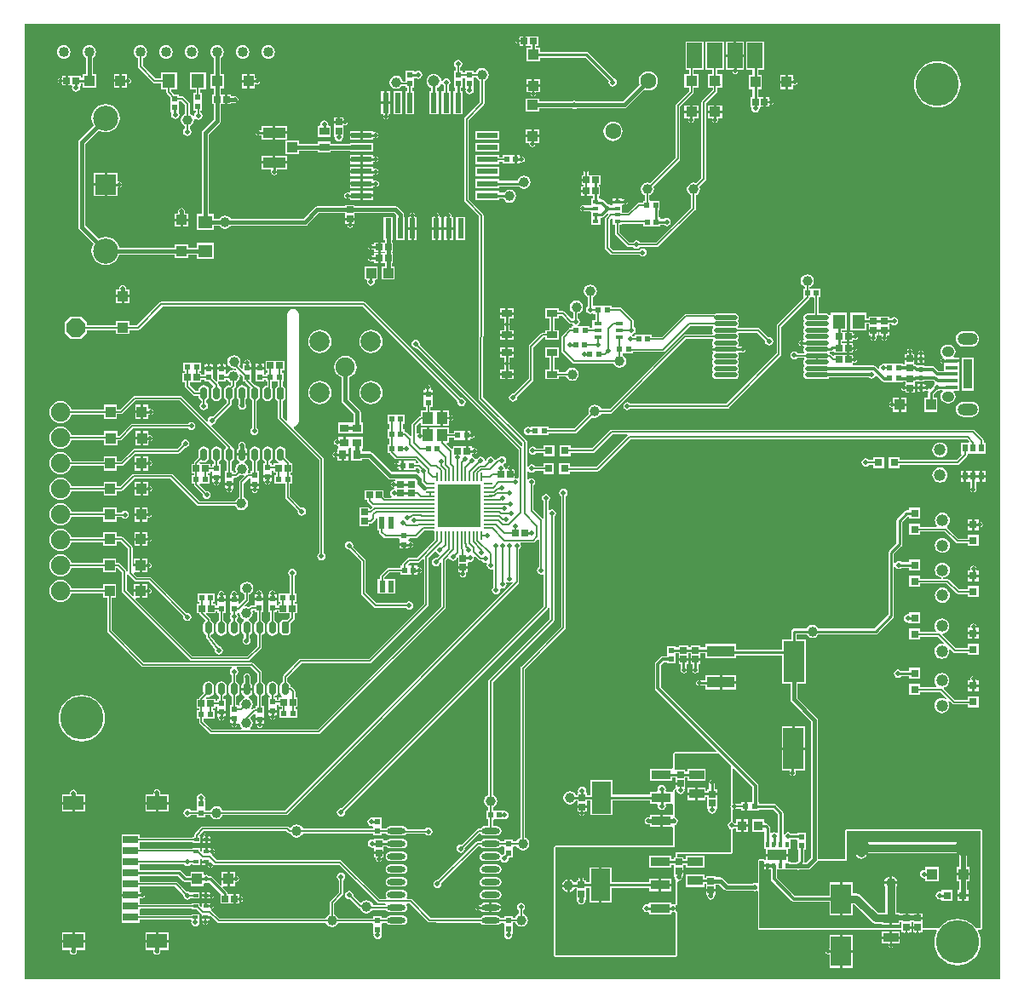
<source format=gtl>
G04*
G04 #@! TF.GenerationSoftware,Altium Limited,Altium Designer,19.1.5 (86)*
G04*
G04 Layer_Physical_Order=1*
G04 Layer_Color=255*
%FSLAX25Y25*%
%MOIN*%
G70*
G01*
G75*
%ADD12C,0.00600*%
%ADD13C,0.01000*%
%ADD14C,0.00800*%
%ADD16C,0.00787*%
%ADD18R,0.02520X0.02520*%
%ADD19R,0.03937X0.03937*%
%ADD20R,0.03937X0.03150*%
%ADD21R,0.03150X0.03150*%
%ADD22R,0.05906X0.03543*%
%ADD23R,0.01968X0.02362*%
%ADD24R,0.02520X0.02520*%
%ADD25R,0.02165X0.02165*%
%ADD26O,0.07284X0.02362*%
%ADD27R,0.07480X0.12598*%
%ADD28R,0.07480X0.03543*%
%ADD29R,0.03150X0.01575*%
%ADD30O,0.09252X0.01772*%
%ADD31R,0.02362X0.01378*%
%ADD32R,0.07874X0.02362*%
%ADD33R,0.02362X0.07874*%
%ADD34R,0.04331X0.04724*%
%ADD35R,0.07480X0.04331*%
%ADD36R,0.01575X0.01968*%
%ADD37R,0.02165X0.03150*%
%ADD38R,0.05118X0.05512*%
%ADD39R,0.03150X0.03150*%
G04:AMPARAMS|DCode=40|XSize=49.21mil|YSize=29.53mil|CornerRadius=0mil|HoleSize=0mil|Usage=FLASHONLY|Rotation=270.000|XOffset=0mil|YOffset=0mil|HoleType=Round|Shape=Octagon|*
%AMOCTAGOND40*
4,1,8,-0.00738,-0.02461,0.00738,-0.02461,0.01476,-0.01722,0.01476,0.01722,0.00738,0.02461,-0.00738,0.02461,-0.01476,0.01722,-0.01476,-0.01722,-0.00738,-0.02461,0.0*
%
%ADD40OCTAGOND40*%

%ADD41O,0.02953X0.04921*%
%ADD42O,0.03347X0.00787*%
%ADD43O,0.00787X0.03347*%
%ADD44R,0.16929X0.16929*%
%ADD45R,0.02165X0.02165*%
%ADD46R,0.01968X0.01181*%
%ADD47R,0.01181X0.01968*%
%ADD48R,0.05512X0.05118*%
%ADD49R,0.05059X0.05787*%
%ADD50R,0.05906X0.03150*%
%ADD51R,0.07874X0.05709*%
%ADD52R,0.05906X0.09843*%
%ADD53R,0.04134X0.03937*%
%ADD54R,0.08661X0.04134*%
%ADD55R,0.03150X0.03543*%
%ADD56R,0.07874X0.16142*%
%ADD57R,0.10630X0.04331*%
%ADD58R,0.02362X0.01968*%
%ADD59R,0.03543X0.03150*%
%ADD60R,0.07874X0.11811*%
%ADD61R,0.03543X0.03740*%
%ADD62R,0.03937X0.04331*%
%ADD63R,0.07835X0.07835*%
%ADD64R,0.03937X0.02756*%
%ADD65R,0.04331X0.03937*%
%ADD66R,0.02362X0.04724*%
%ADD67R,0.04724X0.01575*%
%ADD68R,0.03543X0.11811*%
%ADD124C,0.07480*%
%ADD133C,0.03900*%
%ADD134C,0.04500*%
%ADD135C,0.01500*%
%ADD136C,0.01660*%
%ADD137C,0.01200*%
%ADD138C,0.01177*%
%ADD139C,0.02000*%
%ADD140C,0.03000*%
%ADD141C,0.01370*%
%ADD142C,0.01855*%
%ADD143C,0.16929*%
%ADD144P,0.08118X8X112.5*%
%ADD145C,0.07500*%
%ADD146C,0.01968*%
%ADD147C,0.06299*%
%ADD148C,0.06693*%
%ADD149C,0.04016*%
%ADD150C,0.09843*%
%ADD151C,0.07874*%
%ADD152O,0.07874X0.04724*%
%ADD153O,0.04724X0.04134*%
%ADD154C,0.04685*%
%ADD155C,0.02000*%
G36*
X381800Y0D02*
X0D01*
Y374100D01*
X381800D01*
Y0D01*
D02*
G37*
%LPC*%
G36*
X194989Y369050D02*
X193639D01*
Y368210D01*
X193100D01*
X192713Y368133D01*
X192386Y367914D01*
X192167Y367586D01*
X192090Y367200D01*
X192167Y366813D01*
X192386Y366486D01*
X192713Y366267D01*
X193100Y366190D01*
X193639D01*
Y365350D01*
X194989D01*
Y367200D01*
Y369050D01*
D02*
G37*
G36*
X281559Y367047D02*
X278516D01*
Y362035D01*
X281559D01*
Y367047D01*
D02*
G37*
G36*
X277516D02*
X274472D01*
Y362035D01*
X277516D01*
Y367047D01*
D02*
G37*
G36*
X95413Y365613D02*
X94735Y365524D01*
X94103Y365262D01*
X93560Y364845D01*
X93144Y364302D01*
X92882Y363670D01*
X92793Y362992D01*
X92882Y362314D01*
X93144Y361682D01*
X93560Y361139D01*
X94103Y360722D01*
X94735Y360461D01*
X95413Y360371D01*
X96092Y360461D01*
X96724Y360722D01*
X97267Y361139D01*
X97683Y361682D01*
X97945Y362314D01*
X98034Y362992D01*
X97945Y363670D01*
X97683Y364302D01*
X97267Y364845D01*
X96724Y365262D01*
X96092Y365524D01*
X95413Y365613D01*
D02*
G37*
G36*
X85413D02*
X84735Y365524D01*
X84103Y365262D01*
X83560Y364845D01*
X83144Y364302D01*
X82882Y363670D01*
X82793Y362992D01*
X82882Y362314D01*
X83144Y361682D01*
X83560Y361139D01*
X84103Y360722D01*
X84735Y360461D01*
X85413Y360371D01*
X86092Y360461D01*
X86724Y360722D01*
X87267Y361139D01*
X87683Y361682D01*
X87945Y362314D01*
X88034Y362992D01*
X87945Y363670D01*
X87683Y364302D01*
X87267Y364845D01*
X86724Y365262D01*
X86092Y365524D01*
X85413Y365613D01*
D02*
G37*
G36*
X65413D02*
X64735Y365524D01*
X64103Y365262D01*
X63560Y364845D01*
X63144Y364302D01*
X62882Y363670D01*
X62793Y362992D01*
X62882Y362314D01*
X63144Y361682D01*
X63560Y361139D01*
X64103Y360722D01*
X64735Y360461D01*
X65413Y360371D01*
X66092Y360461D01*
X66724Y360722D01*
X67267Y361139D01*
X67683Y361682D01*
X67945Y362314D01*
X68034Y362992D01*
X67945Y363670D01*
X67683Y364302D01*
X67267Y364845D01*
X66724Y365262D01*
X66092Y365524D01*
X65413Y365613D01*
D02*
G37*
G36*
X55413D02*
X54735Y365524D01*
X54103Y365262D01*
X53560Y364845D01*
X53144Y364302D01*
X52882Y363670D01*
X52793Y362992D01*
X52882Y362314D01*
X53144Y361682D01*
X53560Y361139D01*
X54103Y360722D01*
X54735Y360461D01*
X55413Y360371D01*
X56092Y360461D01*
X56724Y360722D01*
X57267Y361139D01*
X57683Y361682D01*
X57945Y362314D01*
X58034Y362992D01*
X57945Y363670D01*
X57683Y364302D01*
X57267Y364845D01*
X56724Y365262D01*
X56092Y365524D01*
X55413Y365613D01*
D02*
G37*
G36*
X15413D02*
X14735Y365524D01*
X14103Y365262D01*
X13560Y364845D01*
X13144Y364302D01*
X12882Y363670D01*
X12792Y362992D01*
X12882Y362314D01*
X13144Y361682D01*
X13560Y361139D01*
X14103Y360722D01*
X14735Y360461D01*
X15413Y360371D01*
X16092Y360461D01*
X16724Y360722D01*
X17267Y361139D01*
X17683Y361682D01*
X17945Y362314D01*
X18034Y362992D01*
X17945Y363670D01*
X17683Y364302D01*
X17267Y364845D01*
X16724Y365262D01*
X16092Y365524D01*
X15413Y365613D01*
D02*
G37*
G36*
X281559Y361035D02*
X278016D01*
X274472D01*
Y356024D01*
X276988D01*
Y355500D01*
X277073Y355075D01*
X277314Y354714D01*
X277675Y354473D01*
X278100Y354388D01*
X278525Y354473D01*
X278886Y354714D01*
X279127Y355075D01*
X279212Y355500D01*
Y356024D01*
X281559D01*
Y361035D01*
D02*
G37*
G36*
X25413Y365613D02*
X24735Y365524D01*
X24103Y365262D01*
X23560Y364845D01*
X23144Y364302D01*
X22882Y363670D01*
X22793Y362992D01*
X22882Y362314D01*
X23144Y361682D01*
X23560Y361139D01*
X24039Y360772D01*
Y354456D01*
X22839D01*
Y352912D01*
X22061D01*
Y353650D01*
X17089D01*
Y351800D01*
Y349950D01*
X18366D01*
X18668Y349450D01*
X18578Y349000D01*
X18702Y348379D01*
X19053Y347853D01*
X19579Y347502D01*
X20200Y347378D01*
X20821Y347502D01*
X21347Y347853D01*
X21698Y348379D01*
X21822Y349000D01*
X21732Y349450D01*
X22034Y349950D01*
X22061D01*
Y350688D01*
X22839D01*
Y348944D01*
X27957D01*
Y354456D01*
X26772D01*
Y360760D01*
X27267Y361139D01*
X27683Y361682D01*
X27945Y362314D01*
X28034Y362992D01*
X27945Y363670D01*
X27683Y364302D01*
X27267Y364845D01*
X26724Y365262D01*
X26092Y365524D01*
X25413Y365613D01*
D02*
G37*
G36*
X37102Y354456D02*
X35043D01*
Y352200D01*
X37102D01*
Y354456D01*
D02*
G37*
G36*
X87120Y354291D02*
X85061D01*
Y352035D01*
X87120D01*
Y354291D01*
D02*
G37*
G36*
X297702Y353956D02*
X295643D01*
Y351700D01*
X297702D01*
Y353956D01*
D02*
G37*
G36*
X152473Y355745D02*
X149127D01*
Y352702D01*
X149127Y352398D01*
X149127Y351790D01*
X148773Y351436D01*
X148023D01*
X147893Y352091D01*
X147332Y352932D01*
X146491Y353493D01*
X145500Y353690D01*
X144509Y353493D01*
X143668Y352932D01*
X143107Y352091D01*
X142910Y351100D01*
X143107Y350109D01*
X143668Y349268D01*
X144509Y348707D01*
X145500Y348510D01*
X146491Y348707D01*
X147332Y349268D01*
X147567Y349620D01*
X149127D01*
Y348855D01*
X149899D01*
Y347669D01*
X149035D01*
Y338614D01*
X152579D01*
Y347669D01*
X151715D01*
Y348855D01*
X152473D01*
Y351898D01*
X152473Y352202D01*
X152473Y352652D01*
X152564Y352724D01*
X152973Y352873D01*
X153379Y352602D01*
X154000Y352478D01*
X154621Y352602D01*
X155147Y352953D01*
X155498Y353479D01*
X155622Y354100D01*
X155498Y354721D01*
X155147Y355247D01*
X154621Y355598D01*
X154000Y355722D01*
X153379Y355598D01*
X152973Y355327D01*
X152564Y355476D01*
X152473Y355548D01*
Y355745D01*
D02*
G37*
G36*
X201856Y352357D02*
X199600D01*
Y350298D01*
X201856D01*
Y352357D01*
D02*
G37*
G36*
X198600D02*
X196344D01*
Y350298D01*
X198600D01*
Y352357D01*
D02*
G37*
G36*
X16089Y353650D02*
X14739D01*
Y352810D01*
X14200D01*
X13814Y352733D01*
X13486Y352514D01*
X13267Y352186D01*
X13190Y351800D01*
X13267Y351413D01*
X13486Y351086D01*
X13814Y350867D01*
X14200Y350790D01*
X14739D01*
Y349950D01*
X16089D01*
Y351800D01*
Y353650D01*
D02*
G37*
G36*
X200961Y369050D02*
X195989D01*
Y367200D01*
Y365350D01*
X197999D01*
Y364561D01*
X196344D01*
Y359443D01*
X201856D01*
Y360798D01*
X219430D01*
X228637Y351591D01*
X228539Y351100D01*
X228662Y350479D01*
X229014Y349953D01*
X229540Y349602D01*
X230161Y349478D01*
X230781Y349602D01*
X231307Y349953D01*
X231659Y350479D01*
X231782Y351100D01*
X231659Y351721D01*
X231307Y352247D01*
X230781Y352598D01*
X230772Y352600D01*
X220677Y362696D01*
X220316Y362937D01*
X219890Y363021D01*
X219890Y363021D01*
X201856D01*
Y364561D01*
X200223D01*
Y365350D01*
X200961D01*
Y369050D01*
D02*
G37*
G36*
X40161Y354456D02*
X38102D01*
Y351700D01*
Y348944D01*
X40161D01*
Y350488D01*
X40600D01*
X41026Y350573D01*
X41386Y350814D01*
X41627Y351174D01*
X41712Y351600D01*
X41627Y352026D01*
X41386Y352386D01*
X41026Y352627D01*
X40600Y352712D01*
X40161D01*
Y354456D01*
D02*
G37*
G36*
X37102Y351200D02*
X35043D01*
Y348944D01*
X37102D01*
Y351200D01*
D02*
G37*
G36*
X90180Y354291D02*
X88121D01*
Y351535D01*
Y348780D01*
X90180D01*
Y350388D01*
X91100D01*
X91526Y350473D01*
X91886Y350714D01*
X92127Y351075D01*
X92212Y351500D01*
X92127Y351925D01*
X91886Y352286D01*
X91526Y352527D01*
X91100Y352612D01*
X90180D01*
Y354291D01*
D02*
G37*
G36*
X87120Y351035D02*
X85061D01*
Y348780D01*
X87120D01*
Y351035D01*
D02*
G37*
G36*
X300761Y353956D02*
X298702D01*
Y351200D01*
Y348444D01*
X300761D01*
Y350088D01*
X301400D01*
X301825Y350173D01*
X302186Y350414D01*
X302427Y350775D01*
X302512Y351200D01*
X302427Y351625D01*
X302186Y351986D01*
X301825Y352227D01*
X301400Y352312D01*
X300761D01*
Y353956D01*
D02*
G37*
G36*
X297702Y350700D02*
X295643D01*
Y348444D01*
X297702D01*
Y350700D01*
D02*
G37*
G36*
X244079Y355372D02*
X243103Y355244D01*
X242193Y354867D01*
X241412Y354268D01*
X240812Y353486D01*
X240436Y352576D01*
X240307Y351600D01*
X240436Y350624D01*
X240651Y350104D01*
X234127Y343580D01*
X215997D01*
X215821Y343698D01*
X215200Y343822D01*
X214579Y343698D01*
X214403Y343580D01*
X201556D01*
Y344761D01*
X196044D01*
Y339643D01*
X201556D01*
Y340847D01*
X214363D01*
X214579Y340702D01*
X215200Y340578D01*
X215821Y340702D01*
X216037Y340847D01*
X234693D01*
X235216Y340951D01*
X235659Y341247D01*
X242584Y348171D01*
X243103Y347956D01*
X244079Y347828D01*
X245056Y347956D01*
X245966Y348333D01*
X246747Y348933D01*
X247346Y349714D01*
X247723Y350624D01*
X247852Y351600D01*
X247723Y352576D01*
X247346Y353486D01*
X246747Y354268D01*
X245966Y354867D01*
X245056Y355244D01*
X244079Y355372D01*
D02*
G37*
G36*
X201856Y349298D02*
X196344D01*
Y347239D01*
X198090D01*
Y346700D01*
X198167Y346314D01*
X198386Y345986D01*
X198714Y345767D01*
X199100Y345690D01*
X199486Y345767D01*
X199814Y345986D01*
X200033Y346314D01*
X200110Y346700D01*
Y347239D01*
X201856D01*
Y349298D01*
D02*
G37*
G36*
X143130Y347669D02*
X141858D01*
Y343642D01*
X143130D01*
Y347669D01*
D02*
G37*
G36*
X140858D02*
X139587D01*
Y343642D01*
X140858D01*
Y347669D01*
D02*
G37*
G36*
X80888Y346286D02*
X79538D01*
Y344435D01*
Y342585D01*
X80888D01*
Y343069D01*
X82316D01*
X82839Y343173D01*
X83282Y343469D01*
X83578Y343912D01*
X83683Y344435D01*
X83578Y344958D01*
X83282Y345402D01*
X82839Y345698D01*
X82316Y345802D01*
X80888D01*
Y346286D01*
D02*
G37*
G36*
X289433Y367047D02*
X282347D01*
Y356024D01*
X284877D01*
Y353956D01*
X283439D01*
Y348444D01*
X284877D01*
Y345250D01*
X284139D01*
Y341550D01*
X284139D01*
X284408Y341050D01*
X284378Y340900D01*
X284502Y340279D01*
X284853Y339753D01*
X285379Y339402D01*
X286000Y339278D01*
X286621Y339402D01*
X287147Y339753D01*
X287498Y340279D01*
X287622Y340900D01*
X287592Y341050D01*
X288002Y341550D01*
X289111D01*
Y343400D01*
Y345250D01*
X287101D01*
Y348444D01*
X288557D01*
Y353956D01*
X287101D01*
Y356024D01*
X289433D01*
Y367047D01*
D02*
G37*
G36*
X291461Y345250D02*
X290111D01*
Y343400D01*
Y341550D01*
X291461D01*
Y342390D01*
X292100D01*
X292487Y342467D01*
X292814Y342686D01*
X293033Y343014D01*
X293110Y343400D01*
X293033Y343787D01*
X292814Y344114D01*
X292487Y344333D01*
X292100Y344410D01*
X291461D01*
Y345250D01*
D02*
G37*
G36*
X357200Y359399D02*
X355425Y359224D01*
X353718Y358706D01*
X352145Y357866D01*
X350766Y356734D01*
X349635Y355355D01*
X348794Y353782D01*
X348276Y352075D01*
X348101Y350300D01*
X348276Y348525D01*
X348794Y346818D01*
X349635Y345245D01*
X350766Y343866D01*
X352145Y342735D01*
X353718Y341894D01*
X355425Y341376D01*
X357200Y341201D01*
X358975Y341376D01*
X360682Y341894D01*
X362255Y342735D01*
X363634Y343866D01*
X364766Y345245D01*
X365606Y346818D01*
X366124Y348525D01*
X366299Y350300D01*
X366124Y352075D01*
X365606Y353782D01*
X364766Y355355D01*
X363634Y356734D01*
X362255Y357866D01*
X360682Y358706D01*
X358975Y359224D01*
X357200Y359399D01*
D02*
G37*
G36*
X263756Y342057D02*
X261500D01*
Y339998D01*
X263756D01*
Y342057D01*
D02*
G37*
G36*
X260500D02*
X258244D01*
Y339998D01*
X260500D01*
Y342057D01*
D02*
G37*
G36*
X272956Y342054D02*
X270700D01*
Y339995D01*
X272956D01*
Y342054D01*
D02*
G37*
G36*
X269700D02*
X267444D01*
Y339995D01*
X269700D01*
Y342054D01*
D02*
G37*
G36*
X160200Y354365D02*
X159458Y354267D01*
X158767Y353981D01*
X158174Y353526D01*
X157719Y352933D01*
X157433Y352241D01*
X157335Y351500D01*
X157433Y350759D01*
X157719Y350067D01*
X158174Y349474D01*
X158767Y349019D01*
X159085Y348887D01*
Y347669D01*
X158484D01*
Y338614D01*
X162028D01*
Y347669D01*
X161309D01*
Y348885D01*
X161633Y349019D01*
X162226Y349474D01*
X162681Y350067D01*
X162964Y350750D01*
X163370Y350979D01*
X163501Y350984D01*
X163602Y350479D01*
X163953Y349953D01*
X164192Y349794D01*
Y347669D01*
X163209D01*
Y338614D01*
X166752D01*
Y347669D01*
X166008D01*
Y349794D01*
X166247Y349953D01*
X166598Y350479D01*
X166722Y351100D01*
X166598Y351721D01*
X166247Y352247D01*
X165721Y352598D01*
X165100Y352722D01*
X164479Y352598D01*
X163953Y352247D01*
X163714Y351889D01*
X163602Y351721D01*
X163518Y351471D01*
X163378Y351480D01*
X163023Y351823D01*
X162967Y352241D01*
X162681Y352933D01*
X162226Y353526D01*
X161633Y353981D01*
X160942Y354267D01*
X160200Y354365D01*
D02*
G37*
G36*
X147854Y347669D02*
X144311D01*
Y338614D01*
X147854D01*
Y347669D01*
D02*
G37*
G36*
X143130Y342642D02*
X141358D01*
X139587D01*
Y338614D01*
X140288D01*
Y337800D01*
X140373Y337374D01*
X140614Y337014D01*
X140974Y336773D01*
X141400Y336688D01*
X141825Y336773D01*
X142186Y337014D01*
X142427Y337374D01*
X142512Y337800D01*
Y338614D01*
X143130D01*
Y342642D01*
D02*
G37*
G36*
X45413Y365613D02*
X44735Y365524D01*
X44103Y365262D01*
X43560Y364845D01*
X43144Y364302D01*
X42882Y363670D01*
X42792Y362992D01*
X42882Y362314D01*
X43144Y361682D01*
X43560Y361139D01*
X44103Y360722D01*
X44505Y360556D01*
Y357187D01*
X44574Y356839D01*
X44771Y356545D01*
X50258Y351058D01*
X50552Y350861D01*
X50900Y350792D01*
X53342D01*
Y348354D01*
X55583D01*
Y347180D01*
X55652Y346833D01*
X55849Y346538D01*
X57227Y345161D01*
Y343402D01*
X57227Y343098D01*
X57227Y342598D01*
Y339555D01*
X57257D01*
X57525Y339055D01*
X57502Y339021D01*
X57378Y338400D01*
X57502Y337779D01*
X57853Y337253D01*
X58379Y336902D01*
X59000Y336778D01*
X59621Y336902D01*
X60147Y337253D01*
X60498Y337779D01*
X60622Y338400D01*
X60498Y339021D01*
X60475Y339055D01*
X60573Y339555D01*
X60573D01*
X60573Y339555D01*
Y342598D01*
X60573Y342902D01*
X60573Y343510D01*
X60803Y343740D01*
X61376D01*
X62892Y342224D01*
Y338810D01*
X62809Y338793D01*
X61968Y338232D01*
X61407Y337391D01*
X61210Y336400D01*
X61407Y335409D01*
X61968Y334568D01*
X62809Y334007D01*
X62842Y334000D01*
Y333040D01*
X62553Y332847D01*
X62202Y332321D01*
X62078Y331700D01*
X62202Y331079D01*
X62553Y330553D01*
X63079Y330202D01*
X63700Y330078D01*
X64321Y330202D01*
X64847Y330553D01*
X65198Y331079D01*
X65322Y331700D01*
X65198Y332321D01*
X64847Y332847D01*
X64658Y332973D01*
Y333980D01*
X64791Y334007D01*
X65632Y334568D01*
X66193Y335409D01*
X66390Y336400D01*
X66321Y336751D01*
X66792Y336946D01*
X66853Y336853D01*
X67379Y336502D01*
X68000Y336378D01*
X68621Y336502D01*
X69147Y336853D01*
X69498Y337379D01*
X69622Y338000D01*
X69498Y338621D01*
X69147Y339147D01*
X68908Y339306D01*
Y340027D01*
X69573D01*
Y343070D01*
X69573Y343373D01*
X69573Y343873D01*
Y346917D01*
X68817D01*
Y348354D01*
X71058D01*
Y355047D01*
X64759D01*
Y348354D01*
X67001D01*
Y346917D01*
X66227D01*
Y343873D01*
X66227Y343570D01*
X66227Y343070D01*
Y340027D01*
X67092D01*
Y339306D01*
X66853Y339147D01*
X66502Y338621D01*
X66381Y338011D01*
X66343Y337987D01*
X65903Y337825D01*
X65632Y338232D01*
X64791Y338793D01*
X64708Y338810D01*
Y342600D01*
X64639Y342948D01*
X64442Y343242D01*
X62270Y345414D01*
X61976Y345610D01*
X61628Y345680D01*
X60573D01*
Y346445D01*
X58511D01*
X57399Y347556D01*
Y348354D01*
X59641D01*
Y355047D01*
X53342D01*
Y352608D01*
X51276D01*
X46321Y357563D01*
Y360556D01*
X46724Y360722D01*
X47267Y361139D01*
X47683Y361682D01*
X47945Y362314D01*
X48034Y362992D01*
X47945Y363670D01*
X47683Y364302D01*
X47267Y364845D01*
X46724Y365262D01*
X46092Y365524D01*
X45413Y365613D01*
D02*
G37*
G36*
X122500Y337361D02*
X121150D01*
Y336011D01*
X122500D01*
Y337361D01*
D02*
G37*
G36*
X272956Y338995D02*
X267444D01*
Y336936D01*
X269088D01*
Y336400D01*
X269173Y335975D01*
X269414Y335614D01*
X269775Y335373D01*
X270200Y335288D01*
X270625Y335373D01*
X270986Y335614D01*
X271227Y335975D01*
X271312Y336400D01*
Y336936D01*
X272956D01*
Y338995D01*
D02*
G37*
G36*
X263756Y338998D02*
X258244D01*
Y336939D01*
X259788D01*
Y336400D01*
X259873Y335975D01*
X260114Y335614D01*
X260474Y335373D01*
X260900Y335288D01*
X261326Y335373D01*
X261686Y335614D01*
X261927Y335975D01*
X262012Y336400D01*
Y336939D01*
X263756D01*
Y338998D01*
D02*
G37*
G36*
X124850Y337361D02*
X123500D01*
Y335511D01*
X123000D01*
Y335011D01*
X121150D01*
Y333661D01*
Y330039D01*
X121150D01*
X121420Y329709D01*
X121378Y329500D01*
X121502Y328879D01*
X121853Y328353D01*
X122379Y328002D01*
X123000Y327878D01*
X123621Y328002D01*
X124147Y328353D01*
X124498Y328879D01*
X124622Y329500D01*
X124580Y329709D01*
X124850Y330039D01*
X124850D01*
Y334394D01*
X125372D01*
X125400Y334388D01*
X125826Y334473D01*
X126186Y334714D01*
X126427Y335074D01*
X126512Y335500D01*
X126427Y335926D01*
X126186Y336286D01*
X126181Y336292D01*
X125820Y336533D01*
X125394Y336617D01*
X125394Y336617D01*
X124850D01*
Y337361D01*
D02*
G37*
G36*
X102637Y334065D02*
X98216D01*
Y331907D01*
X102637D01*
Y334065D01*
D02*
G37*
G36*
X31791Y342626D02*
X30353Y342437D01*
X29012Y341881D01*
X27860Y340998D01*
X26977Y339847D01*
X26421Y338506D01*
X26232Y337067D01*
X26421Y335628D01*
X26977Y334287D01*
X27021Y334230D01*
X21449Y328658D01*
X21153Y328214D01*
X21049Y327691D01*
Y294435D01*
X21153Y293912D01*
X21449Y293468D01*
X27021Y287896D01*
X26977Y287839D01*
X26421Y286498D01*
X26232Y285059D01*
X26421Y283620D01*
X26977Y282279D01*
X27860Y281128D01*
X29012Y280244D01*
X30353Y279689D01*
X31791Y279500D01*
X33230Y279689D01*
X34571Y280244D01*
X35722Y281128D01*
X36606Y282279D01*
X37161Y283620D01*
X37169Y283679D01*
X58760D01*
Y282474D01*
X64272D01*
Y283666D01*
X67369D01*
Y281877D01*
X74062D01*
Y288176D01*
X67369D01*
Y286400D01*
X64272D01*
Y287592D01*
X58760D01*
Y286413D01*
X37172D01*
X37161Y286498D01*
X36606Y287839D01*
X35722Y288990D01*
X34571Y289874D01*
X33230Y290429D01*
X31791Y290618D01*
X30353Y290429D01*
X29012Y289874D01*
X28954Y289829D01*
X23783Y295001D01*
Y327125D01*
X28954Y332297D01*
X29012Y332252D01*
X30353Y331697D01*
X31791Y331508D01*
X33230Y331697D01*
X34571Y332252D01*
X35722Y333136D01*
X36606Y334287D01*
X37161Y335628D01*
X37351Y337067D01*
X37161Y338506D01*
X36606Y339847D01*
X35722Y340998D01*
X34571Y341881D01*
X33230Y342437D01*
X31791Y342626D01*
D02*
G37*
G36*
X131409Y332118D02*
X127382D01*
Y330847D01*
X131409D01*
Y332118D01*
D02*
G37*
G36*
X201556Y332557D02*
X199300D01*
Y330498D01*
X201556D01*
Y332557D01*
D02*
G37*
G36*
X198300D02*
X196044D01*
Y330498D01*
X198300D01*
Y332557D01*
D02*
G37*
G36*
X117300Y336222D02*
X116679Y336098D01*
X116153Y335747D01*
X115802Y335221D01*
X115678Y334600D01*
X115698Y334502D01*
X115381Y334115D01*
X114741D01*
Y329784D01*
X119859D01*
Y334115D01*
X119219D01*
X118902Y334502D01*
X118922Y334600D01*
X118798Y335221D01*
X118447Y335747D01*
X117921Y336098D01*
X117300Y336222D01*
D02*
G37*
G36*
X102637Y330907D02*
X98216D01*
Y328750D01*
X102637D01*
Y330907D01*
D02*
G37*
G36*
X97216Y334065D02*
X92795D01*
Y332412D01*
X91600D01*
X91175Y332327D01*
X90814Y332086D01*
X90573Y331726D01*
X90488Y331300D01*
X90573Y330874D01*
X90814Y330514D01*
X91175Y330273D01*
X91600Y330188D01*
X92795D01*
Y328750D01*
X97216D01*
Y331407D01*
Y334065D01*
D02*
G37*
G36*
X185650Y332118D02*
X176594D01*
Y328575D01*
X185650D01*
Y332118D01*
D02*
G37*
G36*
X136437D02*
X132409D01*
Y330346D01*
Y328575D01*
X136437D01*
Y329288D01*
X137300D01*
X137725Y329373D01*
X138086Y329614D01*
X138327Y329975D01*
X138412Y330400D01*
X138327Y330825D01*
X138086Y331186D01*
X137725Y331427D01*
X137300Y331512D01*
X136437D01*
Y332118D01*
D02*
G37*
G36*
X131409Y329847D02*
X127382D01*
Y328575D01*
X131409D01*
Y329847D01*
D02*
G37*
G36*
X230300Y335687D02*
X229324Y335559D01*
X228414Y335182D01*
X227632Y334582D01*
X227033Y333801D01*
X226656Y332891D01*
X226528Y331915D01*
X226656Y330939D01*
X227033Y330029D01*
X227632Y329247D01*
X228414Y328648D01*
X229324Y328271D01*
X230300Y328142D01*
X231276Y328271D01*
X232186Y328648D01*
X232967Y329247D01*
X233567Y330029D01*
X233944Y330939D01*
X234072Y331915D01*
X233944Y332891D01*
X233567Y333801D01*
X232967Y334582D01*
X232186Y335182D01*
X231276Y335559D01*
X230300Y335687D01*
D02*
G37*
G36*
X201556Y329498D02*
X196044D01*
Y327439D01*
X197588D01*
Y326900D01*
X197673Y326474D01*
X197914Y326114D01*
X198275Y325873D01*
X198700Y325788D01*
X199126Y325873D01*
X199486Y326114D01*
X199727Y326474D01*
X199812Y326900D01*
Y327439D01*
X201556D01*
Y329498D01*
D02*
G37*
G36*
X185650Y327394D02*
X176594D01*
Y323850D01*
X185650D01*
Y327394D01*
D02*
G37*
G36*
X107361Y328159D02*
X102047D01*
Y323041D01*
X107361D01*
Y324174D01*
X114741D01*
Y323485D01*
X119859D01*
Y324174D01*
X127382D01*
Y323850D01*
X136437D01*
Y327394D01*
X127382D01*
Y327070D01*
X119859D01*
Y327816D01*
X114741D01*
Y327070D01*
X107361D01*
Y328159D01*
D02*
G37*
G36*
X131409Y322669D02*
X127382D01*
Y321398D01*
X131409D01*
Y322669D01*
D02*
G37*
G36*
X102637Y322450D02*
X98216D01*
Y320293D01*
X102637D01*
Y322450D01*
D02*
G37*
G36*
X97216D02*
X92795D01*
Y320293D01*
X97216D01*
Y322450D01*
D02*
G37*
G36*
X136437Y322669D02*
X132409D01*
Y320898D01*
Y319126D01*
X136437D01*
Y319837D01*
X137449D01*
X137449Y319837D01*
X137874Y319921D01*
X138235Y320163D01*
X138286Y320214D01*
X138527Y320574D01*
X138612Y321000D01*
X138527Y321426D01*
X138286Y321786D01*
X137926Y322027D01*
X137500Y322112D01*
X137243Y322061D01*
X136437D01*
Y322669D01*
D02*
G37*
G36*
X192772Y322573D02*
Y320900D01*
Y319227D01*
X193945D01*
Y319788D01*
X194600D01*
X195026Y319873D01*
X195386Y320114D01*
X195627Y320475D01*
X195712Y320900D01*
X195627Y321325D01*
X195386Y321686D01*
X195026Y321927D01*
X194600Y322012D01*
X193945D01*
Y322573D01*
X192772D01*
D02*
G37*
G36*
X185650Y322669D02*
X176594D01*
Y319126D01*
X185650D01*
Y319990D01*
X187055D01*
Y319227D01*
X190098D01*
X190402Y319227D01*
X190902Y319227D01*
X191772D01*
Y320900D01*
Y322573D01*
X190902D01*
X190598Y322573D01*
X190098Y322573D01*
X187055D01*
Y321806D01*
X185650D01*
Y322669D01*
D02*
G37*
G36*
X131409Y320398D02*
X127382D01*
Y319126D01*
X131409D01*
Y320398D01*
D02*
G37*
G36*
Y317945D02*
X127382D01*
Y316673D01*
X131409D01*
Y317945D01*
D02*
G37*
G36*
X136437D02*
X132409D01*
Y316173D01*
Y314402D01*
X136437D01*
Y315025D01*
X137316D01*
X137500Y314988D01*
X137926Y315073D01*
X138286Y315314D01*
X138527Y315674D01*
X138612Y316100D01*
X138527Y316526D01*
X138286Y316886D01*
X138250Y316923D01*
X137889Y317164D01*
X137463Y317249D01*
X137463Y317249D01*
X136437D01*
Y317945D01*
D02*
G37*
G36*
X102637Y319293D02*
X97716D01*
X92795D01*
Y317135D01*
X96588D01*
Y315900D01*
X96673Y315475D01*
X96914Y315114D01*
X97275Y314873D01*
X97700Y314788D01*
X98125Y314873D01*
X98486Y315114D01*
X98727Y315475D01*
X98812Y315900D01*
Y317135D01*
X102637D01*
Y319293D01*
D02*
G37*
G36*
X185650Y317945D02*
X176594D01*
Y314402D01*
X185650D01*
Y317945D01*
D02*
G37*
G36*
X131409Y315673D02*
X127382D01*
Y314402D01*
X131409D01*
Y315673D01*
D02*
G37*
G36*
X195500Y314590D02*
X194509Y314393D01*
X193668Y313832D01*
X193107Y312991D01*
X193026Y312586D01*
X185650D01*
Y313221D01*
X176594D01*
Y309677D01*
X185650D01*
Y310363D01*
X193539D01*
X193668Y310168D01*
X194509Y309607D01*
X195500Y309410D01*
X196491Y309607D01*
X197332Y310168D01*
X197893Y311009D01*
X198090Y312000D01*
X197893Y312991D01*
X197332Y313832D01*
X196491Y314393D01*
X195500Y314590D01*
D02*
G37*
G36*
X131409Y313221D02*
X127382D01*
Y311949D01*
X131409D01*
Y313221D01*
D02*
G37*
G36*
X273685Y367047D02*
X266598D01*
Y356024D01*
X269234D01*
Y354259D01*
X267444D01*
Y349141D01*
X269292D01*
Y348076D01*
X265158Y343942D01*
X264961Y343648D01*
X264892Y343300D01*
Y313676D01*
X262862Y311646D01*
X262791Y311693D01*
X261800Y311890D01*
X260809Y311693D01*
X259968Y311132D01*
X259407Y310291D01*
X259210Y309300D01*
X259407Y308309D01*
X259968Y307468D01*
X260809Y306907D01*
X260892Y306890D01*
X260892Y302137D01*
X247211Y288455D01*
X240805D01*
X240646Y288694D01*
X240119Y289046D01*
X239499Y289169D01*
X238878Y289046D01*
X238352Y288694D01*
X238193Y288455D01*
X236725Y288455D01*
X232915Y292266D01*
Y295339D01*
X233778D01*
Y295710D01*
X242133D01*
Y294638D01*
X245019D01*
X245282Y294638D01*
X245782Y294638D01*
X248668D01*
Y295293D01*
X250127D01*
X250153Y295253D01*
X250679Y294902D01*
X251300Y294778D01*
X251921Y294902D01*
X252447Y295253D01*
X252798Y295779D01*
X252922Y296400D01*
X252798Y297021D01*
X252447Y297547D01*
X251921Y297898D01*
X251300Y298022D01*
X250679Y297898D01*
X250153Y297547D01*
X250133Y297517D01*
X248668D01*
Y298181D01*
X248155D01*
Y301128D01*
X248568D01*
Y304672D01*
X245682D01*
X245418Y304672D01*
X244962Y304672D01*
X244608Y305025D01*
Y306890D01*
X244691Y306907D01*
X245532Y307468D01*
X246093Y308309D01*
X246290Y309300D01*
X246093Y310291D01*
X246046Y310362D01*
X256342Y320658D01*
X256539Y320953D01*
X256608Y321300D01*
Y341724D01*
X261642Y346758D01*
X261839Y347053D01*
X261908Y347400D01*
Y349143D01*
X263756D01*
Y354261D01*
X261908D01*
Y356024D01*
X265811D01*
Y367047D01*
X258724D01*
Y356024D01*
X260092D01*
Y354261D01*
X258244D01*
Y349143D01*
X260092D01*
Y347776D01*
X255058Y342742D01*
X254861Y342447D01*
X254792Y342100D01*
Y321676D01*
X244762Y311646D01*
X244691Y311693D01*
X243700Y311890D01*
X242709Y311693D01*
X241868Y311132D01*
X241307Y310291D01*
X241110Y309300D01*
X241307Y308309D01*
X241868Y307468D01*
X242709Y306907D01*
X242792Y306890D01*
Y304672D01*
X242032D01*
Y303908D01*
X240400D01*
X240053Y303839D01*
X239758Y303642D01*
X236201Y300085D01*
X234088D01*
X233778Y300457D01*
X233778Y300957D01*
X233778Y303016D01*
X234207Y303188D01*
X235000D01*
X235425Y303273D01*
X235786Y303514D01*
X236027Y303874D01*
X236112Y304300D01*
X236027Y304726D01*
X235786Y305086D01*
X235425Y305327D01*
X235000Y305412D01*
X233778D01*
Y305575D01*
X232507D01*
Y304295D01*
X232007D01*
Y303795D01*
X230235D01*
Y303016D01*
X229804Y302848D01*
X229448D01*
X229425Y302883D01*
X228899Y303235D01*
X228278Y303358D01*
X228224Y303347D01*
X226679Y304892D01*
X226679Y304892D01*
X226318Y305134D01*
X225892Y305218D01*
X225892Y305218D01*
X225314D01*
Y305575D01*
X224628D01*
Y306650D01*
X225250D01*
Y310350D01*
X224628D01*
Y310976D01*
X225341D01*
Y314676D01*
X220879D01*
Y316344D01*
X220910Y316500D01*
X220833Y316886D01*
X220614Y317214D01*
X220286Y317433D01*
X219900Y317510D01*
X219514Y317433D01*
X219186Y317214D01*
X219155Y317183D01*
X218936Y316855D01*
X218859Y316469D01*
Y314676D01*
X218019D01*
Y313326D01*
X219869D01*
Y312326D01*
X218019D01*
Y310976D01*
X218859D01*
Y310350D01*
X217928D01*
Y309000D01*
X219778D01*
Y308500D01*
X220278D01*
Y306650D01*
X222405D01*
Y305575D01*
X221770D01*
Y303016D01*
X221347Y302830D01*
X219012D01*
X218600Y302912D01*
X218175Y302827D01*
X217814Y302586D01*
X217573Y302225D01*
X217488Y301800D01*
X217573Y301375D01*
X217814Y301014D01*
X217896Y300932D01*
X218256Y300691D01*
X218682Y300606D01*
X218682Y300606D01*
X221332D01*
X221770Y300457D01*
Y298398D01*
X221770Y297898D01*
X221770D01*
Y297898D01*
X221770D01*
Y295339D01*
X225314D01*
Y297815D01*
X225727Y298060D01*
X225744Y298067D01*
X226161Y298150D01*
X226521Y298391D01*
X226521Y298391D01*
X228026Y299896D01*
X228184Y299878D01*
X228368Y299354D01*
X227439Y298426D01*
X227243Y298131D01*
X227173Y297783D01*
Y286366D01*
X227243Y286019D01*
X227439Y285724D01*
X229357Y283807D01*
X229651Y283610D01*
X229999Y283541D01*
X240623D01*
X240782Y283302D01*
X241308Y282951D01*
X241929Y282827D01*
X242550Y282951D01*
X243076Y283302D01*
X243427Y283828D01*
X243551Y284449D01*
X243427Y285069D01*
X243076Y285595D01*
X242550Y285947D01*
X241929Y286070D01*
X241308Y285947D01*
X240782Y285595D01*
X240623Y285357D01*
X230375D01*
X228990Y286742D01*
Y297407D01*
X229637Y298055D01*
X230164Y297982D01*
X230235Y297898D01*
X230235Y297398D01*
Y295339D01*
X231099D01*
Y291890D01*
X231168Y291542D01*
X231365Y291248D01*
X235707Y286905D01*
X236002Y286708D01*
X236349Y286639D01*
X238193Y286639D01*
X238352Y286401D01*
X238878Y286049D01*
X239499Y285926D01*
X240119Y286049D01*
X240646Y286401D01*
X240805Y286639D01*
X247587D01*
X247934Y286708D01*
X248229Y286905D01*
X262442Y301119D01*
X262639Y301413D01*
X262708Y301761D01*
X262708Y306890D01*
X262791Y306907D01*
X263632Y307468D01*
X264193Y308309D01*
X264390Y309300D01*
X264193Y310291D01*
X264146Y310362D01*
X266442Y312658D01*
X266639Y312952D01*
X266708Y313300D01*
Y342924D01*
X270842Y347058D01*
X271039Y347353D01*
X271108Y347700D01*
Y349141D01*
X271978D01*
X272065Y349124D01*
X272153Y349141D01*
X272956D01*
Y349944D01*
X272973Y350031D01*
X272956Y350119D01*
Y354259D01*
X271050D01*
Y356024D01*
X273685D01*
Y367047D01*
D02*
G37*
G36*
X31291Y315571D02*
X27283D01*
Y311563D01*
X31291D01*
Y315571D01*
D02*
G37*
G36*
X136437Y313221D02*
X132409D01*
Y311449D01*
Y309677D01*
X136437D01*
Y310313D01*
X137477D01*
X137600Y310288D01*
X138025Y310373D01*
X138386Y310614D01*
X138627Y310975D01*
X138712Y311400D01*
X138627Y311825D01*
X138386Y312186D01*
X138362Y312211D01*
X138001Y312452D01*
X137576Y312536D01*
X137575Y312536D01*
X136437D01*
Y313221D01*
D02*
G37*
G36*
X131409Y310949D02*
X127382D01*
Y309677D01*
X131409D01*
Y310949D01*
D02*
G37*
G36*
X189800Y309090D02*
X188809Y308893D01*
X187968Y308332D01*
X187627Y307821D01*
X185650D01*
Y308496D01*
X176594D01*
Y304953D01*
X185650D01*
Y305597D01*
X187389D01*
X187407Y305509D01*
X187968Y304668D01*
X188809Y304107D01*
X189800Y303910D01*
X190791Y304107D01*
X191632Y304668D01*
X192193Y305509D01*
X192390Y306500D01*
X192193Y307491D01*
X191632Y308332D01*
X190791Y308893D01*
X189800Y309090D01*
D02*
G37*
G36*
X136437Y308496D02*
X132409D01*
Y307224D01*
X136437D01*
Y308496D01*
D02*
G37*
G36*
X219278Y308000D02*
X217928D01*
Y306650D01*
X219278D01*
Y308000D01*
D02*
G37*
G36*
X36299Y315571D02*
X32291D01*
Y311063D01*
Y306555D01*
X36299D01*
Y309988D01*
X37100D01*
X37525Y310073D01*
X37886Y310314D01*
X38127Y310675D01*
X38212Y311100D01*
X38127Y311526D01*
X37886Y311886D01*
X37525Y312127D01*
X37100Y312212D01*
X36299D01*
Y315571D01*
D02*
G37*
G36*
X31291Y310563D02*
X27283D01*
Y306555D01*
X31291D01*
Y310563D01*
D02*
G37*
G36*
X136437Y306224D02*
X132409D01*
Y304953D01*
X136437D01*
Y306224D01*
D02*
G37*
G36*
X131409Y308496D02*
X127382D01*
Y307812D01*
X126300D01*
X125874Y307727D01*
X125514Y307486D01*
X125273Y307125D01*
X125188Y306700D01*
X125273Y306275D01*
X125514Y305914D01*
X125874Y305673D01*
X126300Y305588D01*
X127382D01*
Y304953D01*
X131409D01*
Y306724D01*
Y308496D01*
D02*
G37*
G36*
X231507Y305575D02*
X230235D01*
Y304795D01*
X231507D01*
Y305575D01*
D02*
G37*
G36*
X61500Y301867D02*
X60977Y301763D01*
X60533Y301466D01*
X60237Y301023D01*
X60133Y300500D01*
X60141Y300460D01*
Y299797D01*
X58760D01*
Y297738D01*
X61516D01*
X64272D01*
Y299797D01*
X62875D01*
Y300492D01*
X62771Y301015D01*
X62474Y301459D01*
X62467Y301466D01*
X62023Y301763D01*
X61500Y301867D01*
D02*
G37*
G36*
X64272Y296738D02*
X62016D01*
Y294679D01*
X64272D01*
Y296738D01*
D02*
G37*
G36*
X61016D02*
X58760D01*
Y294679D01*
X61016D01*
Y296738D01*
D02*
G37*
G36*
X165900Y300112D02*
X165474Y300027D01*
X165114Y299786D01*
X164873Y299426D01*
X164788Y299000D01*
X164797Y298957D01*
X164519Y298457D01*
X164193D01*
Y294429D01*
X165964D01*
X167736D01*
Y298457D01*
X167044D01*
Y298968D01*
X166960Y299393D01*
X166718Y299754D01*
X166718Y299754D01*
X166686Y299786D01*
X166325Y300027D01*
X165900Y300112D01*
D02*
G37*
G36*
X161200Y300112D02*
X160775Y300027D01*
X160414Y299786D01*
X160173Y299426D01*
X160088Y299000D01*
Y298457D01*
X159468D01*
Y294429D01*
X161240D01*
X163012D01*
Y298457D01*
X162312D01*
Y299000D01*
X162227Y299426D01*
X161986Y299786D01*
X161626Y300027D01*
X161200Y300112D01*
D02*
G37*
G36*
X151800Y300212D02*
X151374Y300127D01*
X151014Y299886D01*
X150773Y299525D01*
X150688Y299100D01*
Y298457D01*
X150020D01*
Y294429D01*
X151791D01*
X153563D01*
Y298457D01*
X152912D01*
Y299100D01*
X152827Y299525D01*
X152586Y299886D01*
X152225Y300127D01*
X151800Y300212D01*
D02*
G37*
G36*
X129250Y297078D02*
X127400D01*
X125550D01*
Y295728D01*
X126288D01*
Y295200D01*
X126373Y294775D01*
X126614Y294414D01*
X126974Y294173D01*
X127400Y294088D01*
X127825Y294173D01*
X128186Y294414D01*
X128427Y294775D01*
X128512Y295200D01*
Y295728D01*
X129250D01*
Y297078D01*
D02*
G37*
G36*
X172461Y298457D02*
X168917D01*
Y289402D01*
X172461D01*
Y298457D01*
D02*
G37*
G36*
X167736Y293429D02*
X166464D01*
Y289402D01*
X167736D01*
Y293429D01*
D02*
G37*
G36*
X165464D02*
X164193D01*
Y289402D01*
X165464D01*
Y293429D01*
D02*
G37*
G36*
X163012Y293429D02*
X161740D01*
Y289402D01*
X163012D01*
Y293429D01*
D02*
G37*
G36*
X160740D02*
X159468D01*
Y289402D01*
X160740D01*
Y293429D01*
D02*
G37*
G36*
X153563Y293429D02*
X152291D01*
Y289402D01*
X153563D01*
Y293429D01*
D02*
G37*
G36*
X151291D02*
X150020D01*
Y289402D01*
X151291D01*
Y293429D01*
D02*
G37*
G36*
X75413Y365613D02*
X74735Y365524D01*
X74103Y365262D01*
X73560Y364845D01*
X73144Y364302D01*
X72882Y363670D01*
X72793Y362992D01*
X72882Y362314D01*
X73144Y361682D01*
X73560Y361139D01*
X74048Y360765D01*
Y354291D01*
X72857D01*
Y348780D01*
X74049D01*
Y346286D01*
X73565D01*
Y342585D01*
X74049D01*
Y336602D01*
X69749Y332302D01*
X69453Y331858D01*
X69349Y331335D01*
Y299594D01*
X67369D01*
Y293295D01*
X74062D01*
Y295033D01*
X76458D01*
X76768Y294568D01*
X77609Y294007D01*
X78600Y293810D01*
X79591Y294007D01*
X80432Y294568D01*
X80742Y295033D01*
X109800D01*
X110323Y295137D01*
X110766Y295433D01*
X115166Y299833D01*
X125550D01*
Y298078D01*
X127400D01*
X129250D01*
Y299833D01*
X144634D01*
X145510Y298957D01*
X145303Y298457D01*
X145295D01*
Y289402D01*
X148839D01*
Y298457D01*
X148467D01*
Y299300D01*
X148363Y299823D01*
X148066Y300267D01*
X146167Y302167D01*
X145723Y302463D01*
X145200Y302567D01*
X129250D01*
Y303050D01*
X125550D01*
Y302567D01*
X114600D01*
X114077Y302463D01*
X113634Y302167D01*
X109234Y297767D01*
X80742D01*
X80432Y298232D01*
X79591Y298793D01*
X78600Y298990D01*
X77609Y298793D01*
X76768Y298232D01*
X76458Y297767D01*
X74062D01*
Y299594D01*
X72083D01*
Y330769D01*
X76382Y335069D01*
X76679Y335512D01*
X76783Y336035D01*
Y342585D01*
X78538D01*
Y344435D01*
Y346286D01*
X76783D01*
Y348780D01*
X77975D01*
Y354291D01*
X76781D01*
Y360767D01*
X77267Y361139D01*
X77683Y361682D01*
X77945Y362314D01*
X78034Y362992D01*
X77945Y363670D01*
X77683Y364302D01*
X77267Y364845D01*
X76724Y365262D01*
X76092Y365524D01*
X75413Y365613D01*
D02*
G37*
G36*
X138289Y288450D02*
X136939D01*
Y287712D01*
X135600D01*
X135175Y287627D01*
X134814Y287386D01*
X134573Y287025D01*
X134488Y286600D01*
X134573Y286175D01*
X134814Y285814D01*
X135175Y285573D01*
X135600Y285488D01*
X136939D01*
Y284750D01*
X138289D01*
Y286600D01*
Y288450D01*
D02*
G37*
G36*
Y284150D02*
X136939D01*
Y283312D01*
X135600D01*
X135175Y283227D01*
X134814Y282986D01*
X134573Y282626D01*
X134488Y282200D01*
X134573Y281774D01*
X134814Y281414D01*
X135175Y281173D01*
X135600Y281088D01*
X136939D01*
Y280450D01*
X138289D01*
Y282300D01*
Y284150D01*
D02*
G37*
G36*
X144114Y298457D02*
X140571D01*
Y289402D01*
X141010D01*
Y288450D01*
X139289D01*
Y286600D01*
Y284750D01*
X141044D01*
Y284150D01*
X139289D01*
Y282300D01*
Y280450D01*
X141012D01*
Y278959D01*
X139787D01*
Y273841D01*
X144905D01*
Y278959D01*
X143746D01*
Y280450D01*
X144261D01*
Y284150D01*
X143778D01*
Y284750D01*
X144261D01*
Y288450D01*
X143744D01*
Y289402D01*
X144114D01*
Y298457D01*
D02*
G37*
G36*
X138213Y278959D02*
X133095D01*
Y273841D01*
X133627D01*
X134026Y273341D01*
X133978Y273100D01*
X134102Y272479D01*
X134453Y271953D01*
X134979Y271602D01*
X135600Y271478D01*
X136221Y271602D01*
X136747Y271953D01*
X137098Y272479D01*
X137222Y273100D01*
X137174Y273341D01*
X137573Y273841D01*
X138213D01*
Y278959D01*
D02*
G37*
G36*
X38500Y271767D02*
X37977Y271663D01*
X37534Y271367D01*
X37237Y270923D01*
X37133Y270400D01*
Y269897D01*
X35760D01*
Y267838D01*
X38516D01*
X41272D01*
Y269897D01*
X39867D01*
Y270400D01*
X39763Y270923D01*
X39467Y271367D01*
X39023Y271663D01*
X38500Y271767D01*
D02*
G37*
G36*
X306300Y275990D02*
X305309Y275793D01*
X304468Y275232D01*
X303907Y274391D01*
X303710Y273400D01*
X303907Y272409D01*
X304468Y271568D01*
X305309Y271007D01*
X305392Y270990D01*
Y270373D01*
X304727D01*
Y267027D01*
X304727D01*
X304895Y266620D01*
X294558Y256282D01*
X294361Y255988D01*
X294292Y255640D01*
Y244894D01*
X274617Y225219D01*
X237231D01*
X237072Y225458D01*
X236546Y225809D01*
X235925Y225933D01*
X235305Y225809D01*
X234778Y225458D01*
X234427Y224932D01*
X234303Y224311D01*
X234427Y223690D01*
X234778Y223164D01*
X235305Y222813D01*
X235925Y222689D01*
X236546Y222813D01*
X237072Y223164D01*
X237231Y223403D01*
X274993D01*
X275340Y223472D01*
X275635Y223669D01*
X295842Y243876D01*
X296039Y244171D01*
X296108Y244518D01*
Y255264D01*
X307042Y266198D01*
X307239Y266493D01*
X307308Y266840D01*
X307495Y267027D01*
X308073Y267027D01*
X308682Y267027D01*
X309035Y266673D01*
Y260491D01*
X306244D01*
X305668Y260376D01*
X305180Y260050D01*
X304853Y259561D01*
X304739Y258985D01*
X304853Y258409D01*
X305180Y257921D01*
Y257550D01*
X304853Y257062D01*
X304739Y256485D01*
X304853Y255909D01*
X305180Y255421D01*
Y255050D01*
X304853Y254561D01*
X304739Y253985D01*
X304853Y253409D01*
X305180Y252921D01*
Y252550D01*
X304853Y252062D01*
X304739Y251485D01*
X304853Y250909D01*
X305057Y250605D01*
X304822Y250105D01*
X304037D01*
X304000Y250112D01*
X303574Y250027D01*
X303214Y249786D01*
X302973Y249426D01*
X302888Y249000D01*
X302973Y248574D01*
X303214Y248214D01*
X303221Y248206D01*
X303582Y247965D01*
X304007Y247881D01*
X304007Y247881D01*
X304843D01*
X305067Y247381D01*
X304853Y247061D01*
X304739Y246485D01*
X304853Y245909D01*
X305137Y245485D01*
X305064Y245218D01*
X304932Y244985D01*
X302615D01*
X302395Y245315D01*
X301869Y245667D01*
X301248Y245790D01*
X300627Y245667D01*
X300101Y245315D01*
X299750Y244789D01*
X299626Y244168D01*
X299750Y243548D01*
X300101Y243022D01*
X300627Y242670D01*
X301248Y242547D01*
X301869Y242670D01*
X302395Y243022D01*
X302493Y243169D01*
X305014D01*
X305073Y243080D01*
X305180Y242550D01*
X304853Y242061D01*
X304739Y241485D01*
X304853Y240909D01*
X305180Y240421D01*
Y240050D01*
X304853Y239562D01*
X304739Y238985D01*
X304853Y238409D01*
X305180Y237921D01*
Y237550D01*
X304853Y237062D01*
X304739Y236485D01*
X304853Y235909D01*
X305180Y235421D01*
X305668Y235095D01*
X306244Y234980D01*
X313724D01*
X314300Y235095D01*
X314789Y235421D01*
X314840Y235498D01*
X330436D01*
X330879Y235202D01*
X331500Y235078D01*
X332121Y235202D01*
X332647Y235553D01*
X332924Y235969D01*
X333478Y236122D01*
X335450Y234150D01*
X335840Y233889D01*
X336300Y233798D01*
X336755D01*
Y233527D01*
X339798D01*
X340102Y233527D01*
X340602Y233527D01*
X343645D01*
Y233898D01*
X344650D01*
Y232601D01*
X344156D01*
X344100Y232612D01*
X343674Y232527D01*
X343314Y232286D01*
X343073Y231926D01*
X342988Y231500D01*
X343073Y231075D01*
X343314Y230714D01*
X343325Y230703D01*
X343686Y230462D01*
X344111Y230377D01*
X344111Y230377D01*
X344650D01*
Y229628D01*
X346000D01*
Y231478D01*
X346500D01*
Y231978D01*
X348350D01*
Y233898D01*
X348500D01*
X348960Y233989D01*
X349119Y234096D01*
X349619Y233885D01*
Y233825D01*
X351981D01*
Y234198D01*
X355750D01*
X356261Y233687D01*
X356249Y233119D01*
X356212Y233053D01*
X356053Y232947D01*
X355702Y232421D01*
X355616Y231988D01*
X354596Y230968D01*
X354058Y231086D01*
X354035Y231115D01*
X354112Y231500D01*
X354027Y231926D01*
X353786Y232286D01*
X353426Y232527D01*
X353000Y232612D01*
X352907Y232593D01*
X351981D01*
Y233038D01*
X351300D01*
Y231463D01*
Y229888D01*
X351981D01*
Y230370D01*
X352981D01*
X352981Y230370D01*
X353407Y230454D01*
X353439Y230475D01*
X353799Y230115D01*
X353673Y229925D01*
X353588Y229500D01*
X353588Y229500D01*
Y227656D01*
X352141D01*
Y222144D01*
X357259D01*
Y227656D01*
X355812D01*
Y229039D01*
X356992Y230220D01*
X357200Y230178D01*
X357821Y230302D01*
X358347Y230653D01*
X358358Y230670D01*
X359138D01*
X359308Y230170D01*
X359132Y230035D01*
X358706Y229480D01*
X358438Y228834D01*
X358347Y228140D01*
X358438Y227446D01*
X358706Y226800D01*
X359132Y226245D01*
X359687Y225819D01*
X360334Y225551D01*
X361028Y225460D01*
X361618D01*
X362312Y225551D01*
X362958Y225819D01*
X363513Y226245D01*
X363939Y226800D01*
X364207Y227446D01*
X364299Y228140D01*
X364207Y228834D01*
X363939Y229480D01*
X363614Y229904D01*
X363799Y230404D01*
X365850D01*
Y232963D01*
Y235522D01*
Y238081D01*
Y240640D01*
Y241518D01*
X362898D01*
Y242518D01*
X365850D01*
Y243396D01*
X363799D01*
X363614Y243896D01*
X363939Y244320D01*
X364207Y244966D01*
X364299Y245660D01*
X364207Y246354D01*
X363939Y247000D01*
X363513Y247555D01*
X362958Y247981D01*
X362312Y248249D01*
X361618Y248340D01*
X361028D01*
X360334Y248249D01*
X359687Y247981D01*
X359132Y247555D01*
X358706Y247000D01*
X358438Y246354D01*
X358347Y245660D01*
X358438Y244966D01*
X358706Y244320D01*
X359132Y243764D01*
X359339Y243606D01*
X359203Y243080D01*
X358983Y243036D01*
X358623Y242795D01*
X358614Y242786D01*
X358373Y242425D01*
X358288Y242000D01*
X358373Y241575D01*
X358614Y241214D01*
X358975Y240973D01*
X359400Y240888D01*
X359446Y240897D01*
X359945D01*
Y238102D01*
X357751D01*
X356203Y239650D01*
X355813Y239911D01*
X355353Y240002D01*
X351981D01*
Y240375D01*
X349619D01*
X349619Y240375D01*
Y240375D01*
X349119Y240371D01*
X349060Y240411D01*
X348600Y240502D01*
X348250D01*
Y242422D01*
X344550D01*
Y240502D01*
X343645D01*
Y240873D01*
X340602D01*
X340298Y240873D01*
X339798Y240873D01*
X336755D01*
X336755Y240873D01*
Y240873D01*
X336255Y240791D01*
X336100Y240822D01*
X335479Y240698D01*
X334953Y240347D01*
X334602Y239821D01*
X334483Y239224D01*
X334382Y239157D01*
X334010Y238990D01*
X333165Y239836D01*
X332775Y240096D01*
X332315Y240188D01*
X324253D01*
X324161Y240650D01*
X324161D01*
Y241388D01*
X324800D01*
X325225Y241473D01*
X325586Y241714D01*
X325827Y242074D01*
X325912Y242500D01*
X325827Y242926D01*
X325586Y243286D01*
X325225Y243527D01*
X324800Y243612D01*
X324161D01*
Y244350D01*
X322811D01*
Y242500D01*
X321811D01*
Y244350D01*
X316839D01*
Y244199D01*
X316377Y244007D01*
X315852Y244532D01*
X315558Y244729D01*
X315210Y244798D01*
X315196D01*
X315015Y245106D01*
X315279Y245498D01*
X315510D01*
X315510Y245498D01*
X315936Y245583D01*
X316297Y245824D01*
X316339Y245866D01*
X316839Y245659D01*
Y245150D01*
X321811D01*
Y247000D01*
Y248850D01*
X319801D01*
Y249650D01*
X321811D01*
Y251500D01*
Y253350D01*
X319801D01*
Y253916D01*
X321820D01*
Y260884D01*
X315580D01*
Y259970D01*
X315490Y259901D01*
X314814Y260012D01*
X314789Y260050D01*
X314300Y260376D01*
X313724Y260491D01*
X310851D01*
Y267027D01*
X311616D01*
Y270373D01*
X308573D01*
X308270Y270373D01*
X307770Y270373D01*
X307208D01*
Y270990D01*
X307291Y271007D01*
X308132Y271568D01*
X308693Y272409D01*
X308890Y273400D01*
X308693Y274391D01*
X308132Y275232D01*
X307291Y275793D01*
X306300Y275990D01*
D02*
G37*
G36*
X41272Y266838D02*
X39016D01*
Y264779D01*
X41272D01*
Y266838D01*
D02*
G37*
G36*
X38016D02*
X35760D01*
Y264779D01*
X38016D01*
Y266838D01*
D02*
G37*
G36*
X191301Y262601D02*
X189242D01*
Y261132D01*
X191301D01*
Y262601D01*
D02*
G37*
G36*
X188242D02*
X186183D01*
Y261132D01*
X188242D01*
Y262601D01*
D02*
G37*
G36*
X329478Y260884D02*
X323237D01*
Y253916D01*
X329478D01*
Y256488D01*
X330311D01*
Y254394D01*
X332161D01*
X334012D01*
Y256488D01*
X334591D01*
Y254394D01*
X336442D01*
X338292D01*
Y256488D01*
X339130D01*
X339153Y256453D01*
X339679Y256102D01*
X340300Y255978D01*
X340921Y256102D01*
X341447Y256453D01*
X341798Y256979D01*
X341922Y257600D01*
X341798Y258221D01*
X341447Y258747D01*
X340921Y259098D01*
X340300Y259222D01*
X339679Y259098D01*
X339153Y258747D01*
X339130Y258712D01*
X338292D01*
Y259366D01*
X334591D01*
Y258712D01*
X334012D01*
Y259366D01*
X330311D01*
Y258712D01*
X329478D01*
Y260884D01*
D02*
G37*
G36*
X221400Y271990D02*
X220409Y271793D01*
X219568Y271232D01*
X219007Y270391D01*
X218810Y269400D01*
X219007Y268409D01*
X219568Y267568D01*
X220409Y267007D01*
X220492Y266990D01*
Y263306D01*
X220253Y263147D01*
X219902Y262621D01*
X219778Y262000D01*
X219902Y261379D01*
X220253Y260853D01*
X220779Y260502D01*
X221400Y260378D01*
X222021Y260502D01*
X222327Y260706D01*
X222827Y260441D01*
Y260327D01*
X223529D01*
Y257972D01*
X222272D01*
Y254943D01*
X221045D01*
Y255573D01*
X218002D01*
X217698Y255573D01*
X216729Y255573D01*
X216577Y256073D01*
X216847Y256253D01*
X217198Y256779D01*
X217322Y257400D01*
X217198Y258021D01*
X216847Y258547D01*
X216608Y258706D01*
Y260631D01*
X216991Y260707D01*
X217832Y261268D01*
X218393Y262109D01*
X218590Y263100D01*
X218393Y264091D01*
X217832Y264932D01*
X216991Y265493D01*
X216000Y265690D01*
X215009Y265493D01*
X214168Y264932D01*
X213607Y264091D01*
X213410Y263100D01*
X213607Y262109D01*
X214168Y261268D01*
X214792Y260852D01*
Y258943D01*
X214351Y258565D01*
X213986Y258598D01*
X211310Y261274D01*
X211015Y261471D01*
X210668Y261540D01*
X209017D01*
Y262601D01*
X203899D01*
Y258664D01*
X205550D01*
Y254136D01*
X203899D01*
Y253076D01*
X202768D01*
X202420Y253007D01*
X202126Y252810D01*
X197558Y248242D01*
X197361Y247948D01*
X197292Y247600D01*
Y234993D01*
X191522Y229223D01*
X191240Y229279D01*
X190620Y229156D01*
X190093Y228804D01*
X189742Y228278D01*
X189619Y227658D01*
X189742Y227037D01*
X190093Y226511D01*
X190620Y226159D01*
X191240Y226036D01*
X191861Y226159D01*
X192387Y226511D01*
X192738Y227037D01*
X192862Y227658D01*
X192806Y227939D01*
X198842Y233975D01*
X199039Y234270D01*
X199108Y234617D01*
Y247224D01*
X203144Y251260D01*
X203899D01*
Y250199D01*
X209017D01*
Y254136D01*
X207366D01*
Y258664D01*
X209017D01*
Y259724D01*
X210292D01*
X213258Y256758D01*
X213552Y256561D01*
X213900Y256492D01*
X214394D01*
X214553Y256253D01*
X214823Y256073D01*
X214671Y255573D01*
X214155D01*
Y254908D01*
X213600D01*
X213252Y254839D01*
X212958Y254642D01*
X210358Y252042D01*
X210161Y251747D01*
X210092Y251400D01*
Y245900D01*
X210161Y245552D01*
X210358Y245258D01*
X214358Y241258D01*
X214652Y241061D01*
X215000Y240992D01*
X230490D01*
X230507Y240909D01*
X231068Y240068D01*
X231909Y239507D01*
X232900Y239310D01*
X233891Y239507D01*
X234732Y240068D01*
X235293Y240909D01*
X235490Y241900D01*
X235293Y242891D01*
X234732Y243732D01*
X234155Y244117D01*
X234065Y244727D01*
X234066Y244732D01*
X234162Y244827D01*
X234602Y244827D01*
X235102Y244827D01*
X238145D01*
Y245492D01*
X249900D01*
X250248Y245561D01*
X250542Y245758D01*
X260362Y255577D01*
X269445D01*
X269550Y255421D01*
Y255050D01*
X269223Y254561D01*
X269109Y253985D01*
X269223Y253409D01*
X269550Y252921D01*
Y252850D01*
X269115Y252393D01*
X258485D01*
X258138Y252324D01*
X257843Y252128D01*
X228966Y223251D01*
X225638D01*
X225622Y223334D01*
X225060Y224174D01*
X224220Y224736D01*
X223228Y224933D01*
X222237Y224736D01*
X221397Y224174D01*
X220835Y223334D01*
X220638Y222342D01*
X220835Y221351D01*
X220882Y221281D01*
X215110Y215508D01*
X205045D01*
Y216273D01*
X202002D01*
X201698Y216273D01*
X201198Y216273D01*
X198155D01*
Y216273D01*
X197745Y216053D01*
X197655Y216068D01*
X197047Y216189D01*
X196427Y216065D01*
X195900Y215714D01*
X195549Y215188D01*
X195425Y214567D01*
X195549Y213946D01*
X195900Y213420D01*
X196427Y213069D01*
X197047Y212945D01*
X197655Y213066D01*
X197837Y213097D01*
X198155Y212927D01*
Y212927D01*
X201198D01*
X201502Y212927D01*
X202002Y212927D01*
X205045D01*
Y213692D01*
X215486D01*
X215833Y213761D01*
X216128Y213958D01*
X222166Y219997D01*
X222237Y219949D01*
X223228Y219752D01*
X224220Y219949D01*
X225060Y220511D01*
X225622Y221351D01*
X225638Y221434D01*
X229343D01*
X229690Y221504D01*
X229985Y221701D01*
X258861Y250577D01*
X269445D01*
X269550Y250421D01*
Y250050D01*
X269223Y249562D01*
X269109Y248985D01*
X269223Y248409D01*
X269550Y247921D01*
Y247550D01*
X269223Y247061D01*
X269208Y246985D01*
X274354D01*
Y245985D01*
X269208D01*
X269223Y245909D01*
X269550Y245421D01*
Y245050D01*
X269223Y244562D01*
X269109Y243985D01*
X269223Y243409D01*
X269550Y242921D01*
Y242550D01*
X269223Y242061D01*
X269109Y241485D01*
X269223Y240909D01*
X269550Y240421D01*
Y240050D01*
X269223Y239562D01*
X269109Y238985D01*
X269223Y238409D01*
X269550Y237921D01*
Y237550D01*
X269223Y237062D01*
X269109Y236485D01*
X269223Y235909D01*
X269550Y235421D01*
X270038Y235095D01*
X270614Y234980D01*
X278095D01*
X278671Y235095D01*
X279159Y235421D01*
X279485Y235909D01*
X279600Y236485D01*
X279485Y237062D01*
X279159Y237550D01*
Y237921D01*
X279485Y238409D01*
X279600Y238985D01*
X279485Y239562D01*
X279159Y240050D01*
Y240421D01*
X279485Y240909D01*
X279600Y241485D01*
X279485Y242061D01*
X279159Y242550D01*
Y242921D01*
X279485Y243409D01*
X279600Y243985D01*
X279485Y244562D01*
X279272Y244881D01*
X279495Y245381D01*
X281093D01*
X281093Y245381D01*
X281518Y245465D01*
X281879Y245707D01*
X281886Y245714D01*
X282127Y246075D01*
X282212Y246500D01*
X282127Y246925D01*
X281886Y247286D01*
X281525Y247527D01*
X281100Y247612D01*
X281063Y247605D01*
X279517D01*
X279282Y248105D01*
X279485Y248409D01*
X279600Y248985D01*
X279485Y249562D01*
X279159Y250050D01*
Y250421D01*
X279485Y250909D01*
X279600Y251485D01*
X279485Y252062D01*
X279159Y252550D01*
Y252621D01*
X279594Y253077D01*
X286724D01*
X289840Y249962D01*
X289784Y249680D01*
X289907Y249060D01*
X290259Y248534D01*
X290785Y248182D01*
X291406Y248059D01*
X292026Y248182D01*
X292552Y248534D01*
X292904Y249060D01*
X293027Y249680D01*
X292904Y250301D01*
X292552Y250827D01*
X292026Y251179D01*
X291406Y251302D01*
X291124Y251246D01*
X287742Y254627D01*
X287448Y254824D01*
X287100Y254893D01*
X279263D01*
X279159Y255050D01*
Y255421D01*
X279485Y255909D01*
X279600Y256485D01*
X279485Y257062D01*
X279159Y257550D01*
Y257921D01*
X279485Y258409D01*
X279600Y258985D01*
X279485Y259561D01*
X279159Y260050D01*
X278671Y260376D01*
X278095Y260491D01*
X270614D01*
X270038Y260376D01*
X270016Y260362D01*
X269783Y260408D01*
X258900D01*
X258553Y260339D01*
X258258Y260142D01*
X249524Y251408D01*
X245545D01*
Y252173D01*
X242502D01*
X242198Y252173D01*
X241698Y252173D01*
X238655D01*
Y251786D01*
X238155Y251634D01*
X238147Y251647D01*
X237702Y251944D01*
X237701Y252276D01*
X237755Y252464D01*
X238121Y252537D01*
X238647Y252889D01*
X238998Y253415D01*
X239122Y254035D01*
X238998Y254656D01*
X238647Y255182D01*
X238408Y255342D01*
Y257600D01*
X238339Y257947D01*
X238142Y258242D01*
X233742Y262642D01*
X233448Y262839D01*
X233100Y262908D01*
X229716D01*
Y263673D01*
X226673D01*
X226370Y263673D01*
X225870Y263673D01*
X222827D01*
Y263673D01*
X222382Y263806D01*
X222308Y263850D01*
Y266990D01*
X222391Y267007D01*
X223232Y267568D01*
X223793Y268409D01*
X223990Y269400D01*
X223793Y270391D01*
X223232Y271232D01*
X222391Y271793D01*
X221400Y271990D01*
D02*
G37*
G36*
X191301Y260132D02*
X186183D01*
Y258664D01*
X187630D01*
Y254136D01*
X186183D01*
Y252668D01*
X191301D01*
Y254136D01*
X189854D01*
Y258664D01*
X191301D01*
Y260132D01*
D02*
G37*
G36*
Y251668D02*
X189242D01*
Y250199D01*
X191301D01*
Y251668D01*
D02*
G37*
G36*
X188242D02*
X186183D01*
Y250199D01*
X188242D01*
Y251668D01*
D02*
G37*
G36*
X338292Y253394D02*
X336442D01*
X334591D01*
Y252043D01*
X335309D01*
Y251205D01*
X335288Y251100D01*
X335373Y250675D01*
X335614Y250314D01*
X335975Y250073D01*
X336400Y249988D01*
X336825Y250073D01*
X337186Y250314D01*
X337207Y250335D01*
X337448Y250695D01*
X337533Y251121D01*
X337533Y251121D01*
Y252043D01*
X338292D01*
Y253394D01*
D02*
G37*
G36*
X334012D02*
X332161D01*
X330311D01*
Y252043D01*
X331069D01*
Y251019D01*
X331069Y251019D01*
X331153Y250594D01*
X331395Y250233D01*
X331414Y250214D01*
X331774Y249973D01*
X332200Y249888D01*
X332626Y249973D01*
X332986Y250214D01*
X333227Y250574D01*
X333312Y251000D01*
X333293Y251097D01*
Y252043D01*
X334012D01*
Y253394D01*
D02*
G37*
G36*
X324161Y253350D02*
X322811D01*
Y251500D01*
Y249650D01*
X324161D01*
Y250388D01*
X325000D01*
X325426Y250473D01*
X325786Y250714D01*
X326027Y251075D01*
X326112Y251500D01*
X326027Y251925D01*
X325786Y252286D01*
X325426Y252527D01*
X325000Y252612D01*
X324161D01*
Y253350D01*
D02*
G37*
G36*
X370575Y253658D02*
X367425D01*
X366654Y253556D01*
X365936Y253259D01*
X365319Y252785D01*
X364846Y252169D01*
X364548Y251450D01*
X364447Y250679D01*
X364548Y249909D01*
X364846Y249190D01*
X365319Y248574D01*
X365936Y248100D01*
X366654Y247803D01*
X367425Y247701D01*
X370575D01*
X371346Y247803D01*
X372064Y248100D01*
X372681Y248574D01*
X373154Y249190D01*
X373452Y249909D01*
X373553Y250679D01*
X373452Y251450D01*
X373154Y252169D01*
X372681Y252785D01*
X372064Y253259D01*
X371346Y253556D01*
X370575Y253658D01*
D02*
G37*
G36*
X191305Y247236D02*
X189246D01*
Y245768D01*
X191305D01*
Y247236D01*
D02*
G37*
G36*
X188246D02*
X186187D01*
Y245768D01*
X188246D01*
Y247236D01*
D02*
G37*
G36*
X324161Y248850D02*
X322811D01*
Y247000D01*
Y245150D01*
X324161D01*
Y245888D01*
X324700D01*
X325126Y245973D01*
X325486Y246214D01*
X325727Y246574D01*
X325812Y247000D01*
X325727Y247426D01*
X325486Y247786D01*
X325126Y248027D01*
X324700Y248112D01*
X324161D01*
Y248850D01*
D02*
G37*
G36*
X135600Y254167D02*
X134418Y254011D01*
X133317Y253555D01*
X132371Y252829D01*
X131645Y251883D01*
X131189Y250782D01*
X131033Y249600D01*
X131189Y248418D01*
X131645Y247317D01*
X132371Y246371D01*
X133317Y245645D01*
X134418Y245189D01*
X135600Y245033D01*
X136782Y245189D01*
X137883Y245645D01*
X138829Y246371D01*
X139555Y247317D01*
X140011Y248418D01*
X140167Y249600D01*
X140011Y250782D01*
X139555Y251883D01*
X138829Y252829D01*
X137883Y253555D01*
X136782Y254011D01*
X135600Y254167D01*
D02*
G37*
G36*
X115600D02*
X114418Y254011D01*
X113317Y253555D01*
X112371Y252829D01*
X111645Y251883D01*
X111189Y250782D01*
X111033Y249600D01*
X111189Y248418D01*
X111645Y247317D01*
X112371Y246371D01*
X113317Y245645D01*
X114418Y245189D01*
X115600Y245033D01*
X116782Y245189D01*
X117883Y245645D01*
X118829Y246371D01*
X119555Y247317D01*
X120011Y248418D01*
X120167Y249600D01*
X120011Y250782D01*
X119555Y251883D01*
X118829Y252829D01*
X117883Y253555D01*
X116782Y254011D01*
X115600Y254167D01*
D02*
G37*
G36*
X346400Y246812D02*
X345974Y246727D01*
X345614Y246486D01*
X345373Y246126D01*
X345288Y245700D01*
Y244772D01*
X344550D01*
Y243422D01*
X348250D01*
Y244772D01*
X347512D01*
Y245700D01*
X347427Y246126D01*
X347186Y246486D01*
X346826Y246727D01*
X346400Y246812D01*
D02*
G37*
G36*
X350800Y246110D02*
X350413Y246033D01*
X350086Y245814D01*
X349867Y245486D01*
X349790Y245100D01*
Y244312D01*
X349619D01*
Y243237D01*
X351981D01*
Y244312D01*
X351810D01*
Y245100D01*
X351733Y245486D01*
X351514Y245814D01*
X351186Y246033D01*
X350800Y246110D01*
D02*
G37*
G36*
X351981Y242237D02*
X351300D01*
Y241162D01*
X351981D01*
Y242237D01*
D02*
G37*
G36*
X350300D02*
X349619D01*
Y241162D01*
X350300D01*
Y242237D01*
D02*
G37*
G36*
X92091Y242455D02*
X91666Y242370D01*
X91305Y242129D01*
X91064Y241768D01*
X90979Y241343D01*
X90679Y240945D01*
X90427D01*
Y239772D01*
X93773D01*
Y240945D01*
X93500D01*
X93208Y241338D01*
X93123Y241764D01*
X92882Y242125D01*
X92878Y242129D01*
X92517Y242370D01*
X92091Y242455D01*
D02*
G37*
G36*
X77100Y242312D02*
X76674Y242227D01*
X76314Y241986D01*
X76073Y241625D01*
X75988Y241200D01*
Y240752D01*
X75466D01*
Y239579D01*
X78812D01*
Y240752D01*
X78212D01*
Y241200D01*
X78127Y241625D01*
X77886Y241986D01*
X77526Y242227D01*
X77100Y242312D01*
D02*
G37*
G36*
X72000Y242210D02*
X71614Y242133D01*
X71286Y241914D01*
X71067Y241586D01*
X70990Y241200D01*
Y240752D01*
X70366D01*
Y239579D01*
X73712D01*
Y240752D01*
X73010D01*
Y241200D01*
X72933Y241586D01*
X72714Y241914D01*
X72386Y242133D01*
X72000Y242210D01*
D02*
G37*
G36*
X82000Y244290D02*
X81009Y244093D01*
X80168Y243532D01*
X79607Y242691D01*
X79410Y241700D01*
X79607Y240709D01*
X80168Y239868D01*
X81009Y239307D01*
X82000Y239110D01*
X82359Y239181D01*
X82749Y238791D01*
X82503Y238331D01*
X81700Y238490D01*
X80709Y238293D01*
X79868Y237732D01*
X79307Y236891D01*
X78812Y236969D01*
X78812Y237209D01*
X78812Y237709D01*
Y238579D01*
X75466D01*
Y237709D01*
X75466Y237406D01*
X75466Y236906D01*
Y234244D01*
X74966Y234037D01*
X73712Y235291D01*
Y236906D01*
X73712Y237209D01*
X73712Y237709D01*
Y238579D01*
X70366D01*
Y237709D01*
X70366Y237406D01*
X70366Y236899D01*
X70012Y236546D01*
X69229D01*
Y237405D01*
X68349D01*
Y237934D01*
X69012D01*
Y241281D01*
X65666D01*
Y241281D01*
X65469D01*
Y241281D01*
X62123D01*
Y237934D01*
X62888D01*
Y237405D01*
X61906D01*
Y233705D01*
X62849D01*
Y232143D01*
X62918Y231796D01*
X63115Y231501D01*
X65958Y228658D01*
X66252Y228461D01*
X66600Y228392D01*
X68038D01*
X68192Y227617D01*
X68649Y226933D01*
X69331Y226477D01*
Y225714D01*
X69093Y225554D01*
X68741Y225028D01*
X68617Y224408D01*
X68741Y223787D01*
X69093Y223261D01*
X69619Y222909D01*
X70239Y222786D01*
X70860Y222909D01*
X71386Y223261D01*
X71737Y223787D01*
X71861Y224408D01*
X71737Y225028D01*
X71386Y225554D01*
X71147Y225714D01*
Y226611D01*
X71629Y226933D01*
X72086Y227617D01*
X72247Y228423D01*
Y230392D01*
X72086Y231198D01*
X71629Y231882D01*
X70946Y232339D01*
X70139Y232499D01*
X69333Y232339D01*
X68649Y231882D01*
X68192Y231198D01*
X68032Y230392D01*
Y230208D01*
X66976D01*
X64665Y232520D01*
Y233705D01*
X69229D01*
Y234526D01*
X70366D01*
Y233863D01*
X72284D01*
X73739Y232407D01*
X73690Y231910D01*
X73649Y231882D01*
X73192Y231198D01*
X73032Y230392D01*
Y228423D01*
X73192Y227617D01*
X73649Y226933D01*
X74333Y226476D01*
X75139Y226316D01*
X75946Y226476D01*
X76629Y226933D01*
X77086Y227617D01*
X77247Y228423D01*
Y230392D01*
X77086Y231198D01*
X76629Y231882D01*
X76079Y232250D01*
Y232506D01*
X76002Y232893D01*
X75783Y233220D01*
X75641Y233363D01*
X75848Y233863D01*
X78812D01*
Y234628D01*
X79495D01*
X79868Y234068D01*
X80709Y233507D01*
X80892Y233470D01*
Y232777D01*
X80495Y232429D01*
X80139Y232499D01*
X79333Y232339D01*
X78649Y231882D01*
X78192Y231198D01*
X78032Y230392D01*
Y228423D01*
X78192Y227617D01*
X78649Y226933D01*
X79231Y226544D01*
Y225784D01*
X73698Y220250D01*
X73416Y220306D01*
X72795Y220182D01*
X72269Y219831D01*
X71918Y219305D01*
X71794Y218684D01*
X71330Y218454D01*
X61742Y228042D01*
X61448Y228239D01*
X61100Y228308D01*
X43100D01*
X42753Y228239D01*
X42458Y228042D01*
X37424Y223008D01*
X36257D01*
Y224856D01*
X31139D01*
Y222908D01*
X18359D01*
X18329Y223133D01*
X17891Y224189D01*
X17196Y225096D01*
X16289Y225792D01*
X15233Y226229D01*
X14100Y226378D01*
X12967Y226229D01*
X11911Y225792D01*
X11004Y225096D01*
X10308Y224189D01*
X9871Y223133D01*
X9722Y222000D01*
X9871Y220867D01*
X10308Y219811D01*
X11004Y218904D01*
X11911Y218209D01*
X12967Y217771D01*
X14100Y217622D01*
X15233Y217771D01*
X16289Y218209D01*
X17196Y218904D01*
X17891Y219811D01*
X18329Y220867D01*
X18359Y221092D01*
X31139D01*
Y219344D01*
X36257D01*
Y221192D01*
X37800D01*
X38148Y221261D01*
X38442Y221458D01*
X43476Y226492D01*
X60724D01*
X78781Y208435D01*
X78732Y207937D01*
X78649Y207882D01*
X78192Y207198D01*
X78032Y206392D01*
Y204423D01*
X78192Y203617D01*
X78649Y202933D01*
X79231Y202544D01*
Y199052D01*
X78466D01*
Y196009D01*
X78466Y195706D01*
X78466Y195206D01*
Y194336D01*
X80139D01*
X81813D01*
Y195206D01*
X81813Y195509D01*
X81813Y196118D01*
X82166Y196471D01*
X82679D01*
X83027Y196540D01*
X83321Y196737D01*
X84038Y197454D01*
X84109Y197407D01*
X85100Y197210D01*
X85747Y197338D01*
X85993Y196878D01*
X84258Y195142D01*
X84061Y194848D01*
X83992Y194500D01*
Y188610D01*
X83909Y188593D01*
X83068Y188032D01*
X82507Y187191D01*
X82490Y187108D01*
X68397D01*
X57963Y197542D01*
X57668Y197739D01*
X57321Y197808D01*
X42800D01*
X42452Y197739D01*
X42158Y197542D01*
X37524Y192908D01*
X36157D01*
Y194756D01*
X31039D01*
Y192908D01*
X18359D01*
X18329Y193133D01*
X17891Y194189D01*
X17196Y195096D01*
X16289Y195791D01*
X15233Y196229D01*
X14100Y196378D01*
X12967Y196229D01*
X11911Y195791D01*
X11004Y195096D01*
X10308Y194189D01*
X9871Y193133D01*
X9722Y192000D01*
X9871Y190867D01*
X10308Y189811D01*
X11004Y188904D01*
X11911Y188208D01*
X12967Y187771D01*
X14100Y187622D01*
X15233Y187771D01*
X16289Y188208D01*
X17196Y188904D01*
X17891Y189811D01*
X18329Y190867D01*
X18359Y191092D01*
X31039D01*
Y189244D01*
X36157D01*
Y191092D01*
X37900D01*
X38247Y191161D01*
X38542Y191358D01*
X43176Y195992D01*
X56945D01*
X67379Y185558D01*
X67673Y185361D01*
X68021Y185292D01*
X82490D01*
X82507Y185209D01*
X83068Y184368D01*
X83909Y183807D01*
X84900Y183610D01*
X85891Y183807D01*
X86732Y184368D01*
X87293Y185209D01*
X87490Y186200D01*
X87293Y187191D01*
X86732Y188032D01*
X85891Y188593D01*
X85808Y188610D01*
Y194124D01*
X87713Y196029D01*
X88355D01*
X88466Y195918D01*
X88466Y195506D01*
X88466Y195006D01*
Y194136D01*
X90139D01*
X91812D01*
Y195006D01*
X91812Y195309D01*
X91812Y195809D01*
Y198852D01*
X91047D01*
Y202544D01*
X91629Y202933D01*
X92086Y203617D01*
X92247Y204423D01*
Y206392D01*
X92086Y207198D01*
X91629Y207882D01*
X90946Y208339D01*
X90139Y208499D01*
X89333Y208339D01*
X88649Y207882D01*
X88192Y207198D01*
X88032Y206392D01*
Y204423D01*
X88192Y203617D01*
X88649Y202933D01*
X89231Y202544D01*
Y198852D01*
X88466D01*
Y198087D01*
X87612D01*
X87532Y198170D01*
X87317Y198545D01*
X87493Y198809D01*
X87690Y199800D01*
X87493Y200791D01*
X86932Y201632D01*
X86257Y202083D01*
X86202Y202588D01*
X86222Y202661D01*
X86629Y202933D01*
X87086Y203617D01*
X87247Y204423D01*
Y204907D01*
X85139D01*
X83032D01*
Y204423D01*
X83192Y203617D01*
X83649Y202933D01*
X84020Y202685D01*
X84047Y202536D01*
X83983Y202109D01*
X83268Y201632D01*
X82707Y200791D01*
X82510Y199800D01*
X82707Y198809D01*
X82754Y198738D01*
X82313Y198297D01*
X81813Y198310D01*
Y199052D01*
X81047D01*
Y202544D01*
X81629Y202933D01*
X82086Y203617D01*
X82247Y204423D01*
Y206392D01*
X82086Y207198D01*
X81629Y207882D01*
X81047Y208271D01*
Y208361D01*
X80978Y208708D01*
X80781Y209003D01*
X73186Y216598D01*
X73416Y217062D01*
X74037Y217186D01*
X74563Y217537D01*
X74914Y218063D01*
X75038Y218684D01*
X74982Y218966D01*
X80781Y224765D01*
X80978Y225060D01*
X81047Y225408D01*
Y226544D01*
X81629Y226933D01*
X82086Y227617D01*
X82247Y228423D01*
Y230392D01*
X82086Y231198D01*
X82045Y231260D01*
X82442Y231658D01*
X82639Y231953D01*
X82708Y232300D01*
Y233518D01*
X83532Y234068D01*
X84093Y234909D01*
X84290Y235900D01*
X84131Y236703D01*
X84591Y236949D01*
X85466Y236075D01*
Y234012D01*
X86261D01*
X86300Y233813D01*
X86497Y233519D01*
X88443Y231573D01*
X88192Y231198D01*
X88032Y230392D01*
Y228423D01*
X88192Y227617D01*
X88649Y226933D01*
X89062Y226657D01*
Y215796D01*
X88823Y215637D01*
X88472Y215111D01*
X88348Y214490D01*
X88472Y213870D01*
X88823Y213344D01*
X89349Y212992D01*
X89970Y212868D01*
X90591Y212992D01*
X91117Y213344D01*
X91468Y213870D01*
X91592Y214490D01*
X91468Y215111D01*
X91117Y215637D01*
X90878Y215796D01*
Y226463D01*
X90946Y226476D01*
X91629Y226933D01*
X92086Y227617D01*
X92247Y228423D01*
Y230392D01*
X92086Y231198D01*
X91629Y231882D01*
X90946Y232339D01*
X90139Y232499D01*
X90094Y232490D01*
X89002Y233582D01*
X88813Y234012D01*
X88813D01*
X88813Y234012D01*
Y237055D01*
X88813Y237359D01*
X88813D01*
Y237556D01*
X88813D01*
Y238729D01*
X87139D01*
Y239729D01*
X88813D01*
Y240902D01*
X88312D01*
Y241400D01*
X88227Y241826D01*
X87986Y242186D01*
X87625Y242427D01*
X87200Y242512D01*
X86774Y242427D01*
X86414Y242186D01*
X86173Y241826D01*
X86088Y241400D01*
Y240902D01*
X85466D01*
Y239296D01*
X85004Y239105D01*
X83995Y240113D01*
X84393Y240709D01*
X84590Y241700D01*
X84393Y242691D01*
X83832Y243532D01*
X82991Y244093D01*
X82000Y244290D01*
D02*
G37*
G36*
X191305Y244768D02*
X186187D01*
Y243299D01*
X187634D01*
Y238772D01*
X186187D01*
Y237303D01*
X191305D01*
Y238772D01*
X189858D01*
Y243299D01*
X191305D01*
Y244768D01*
D02*
G37*
G36*
Y236303D02*
X189246D01*
Y234835D01*
X191305D01*
Y236303D01*
D02*
G37*
G36*
X188246D02*
X186187D01*
Y234835D01*
X188246D01*
Y236303D01*
D02*
G37*
G36*
X209021Y247236D02*
X203903D01*
Y243299D01*
X205554D01*
Y238772D01*
X203903D01*
Y234835D01*
X209021D01*
Y235903D01*
X211907D01*
X211923Y235820D01*
X212485Y234979D01*
X213325Y234418D01*
X214317Y234221D01*
X215308Y234418D01*
X216148Y234979D01*
X216710Y235820D01*
X216907Y236811D01*
X216710Y237802D01*
X216148Y238643D01*
X215308Y239204D01*
X214317Y239401D01*
X213325Y239204D01*
X212485Y238643D01*
X211923Y237802D01*
X211907Y237719D01*
X209021D01*
Y238772D01*
X207370D01*
Y243299D01*
X209021D01*
Y247236D01*
D02*
G37*
G36*
X350300Y233038D02*
X349619D01*
Y231963D01*
X350300D01*
Y233038D01*
D02*
G37*
G36*
X371362Y243396D02*
X366638D01*
Y230404D01*
X371362D01*
Y243396D01*
D02*
G37*
G36*
X350300Y230963D02*
X349619D01*
Y229888D01*
X350300D01*
Y230963D01*
D02*
G37*
G36*
X348350Y230978D02*
X347000D01*
Y229628D01*
X348350D01*
Y230978D01*
D02*
G37*
G36*
X157900Y232610D02*
X157513Y232533D01*
X157186Y232314D01*
X156967Y231986D01*
X156890Y231600D01*
X156940Y231349D01*
Y230568D01*
X156228D01*
Y229493D01*
X158000D01*
X159772D01*
Y230568D01*
X158960D01*
Y231550D01*
X158883Y231937D01*
X158664Y232264D01*
X158614Y232314D01*
X158286Y232533D01*
X157900Y232610D01*
D02*
G37*
G36*
X345054Y227656D02*
X342995D01*
Y225400D01*
X345054D01*
Y227656D01*
D02*
G37*
G36*
X135600Y234167D02*
X134418Y234011D01*
X133317Y233555D01*
X132371Y232829D01*
X131645Y231883D01*
X131189Y230782D01*
X131033Y229600D01*
X131189Y228418D01*
X131645Y227317D01*
X132371Y226371D01*
X133317Y225645D01*
X134418Y225189D01*
X135600Y225033D01*
X136782Y225189D01*
X137883Y225645D01*
X138829Y226371D01*
X139555Y227317D01*
X140011Y228418D01*
X140167Y229600D01*
X140011Y230782D01*
X139555Y231883D01*
X138829Y232829D01*
X137883Y233555D01*
X136782Y234011D01*
X135600Y234167D01*
D02*
G37*
G36*
X115600D02*
X114418Y234011D01*
X113317Y233555D01*
X112371Y232829D01*
X111645Y231883D01*
X111189Y230782D01*
X111033Y229600D01*
X111189Y228418D01*
X111645Y227317D01*
X112371Y226371D01*
X113317Y225645D01*
X114418Y225189D01*
X115600Y225033D01*
X116782Y225189D01*
X117883Y225645D01*
X118829Y226371D01*
X119555Y227317D01*
X120011Y228418D01*
X120167Y229600D01*
X120011Y230782D01*
X119555Y231883D01*
X118829Y232829D01*
X117883Y233555D01*
X116782Y234011D01*
X115600Y234167D01*
D02*
G37*
G36*
X132800Y265210D02*
X53600D01*
X53214Y265133D01*
X52886Y264914D01*
X44115Y256143D01*
X41272D01*
Y257692D01*
X35760D01*
Y256069D01*
X24419D01*
Y257229D01*
X22249Y259400D01*
X17909D01*
X15738Y257229D01*
Y252889D01*
X17909Y250718D01*
X22249D01*
X24419Y252889D01*
Y254049D01*
X35760D01*
Y252574D01*
X41272D01*
Y254123D01*
X44533D01*
X44920Y254200D01*
X45247Y254419D01*
X54018Y263190D01*
X132382D01*
X169510Y226061D01*
X169478Y225900D01*
X169602Y225279D01*
X169953Y224753D01*
X170479Y224402D01*
X171100Y224278D01*
X171721Y224402D01*
X172247Y224753D01*
X172598Y225279D01*
X172722Y225900D01*
X172598Y226521D01*
X172247Y227047D01*
X171721Y227398D01*
X171100Y227522D01*
X170939Y227490D01*
X133514Y264914D01*
X133186Y265133D01*
X132800Y265210D01*
D02*
G37*
G36*
X85139Y232499D02*
X84333Y232339D01*
X83649Y231882D01*
X83192Y231198D01*
X83032Y230392D01*
Y228423D01*
X83192Y227617D01*
X83649Y226933D01*
X83772Y226851D01*
Y225325D01*
X83641Y225128D01*
X83517Y224507D01*
X83641Y223887D01*
X83992Y223361D01*
X84519Y223009D01*
X85139Y222886D01*
X85760Y223009D01*
X86286Y223361D01*
X86638Y223887D01*
X86761Y224507D01*
X86638Y225128D01*
X86506Y225325D01*
Y226851D01*
X86629Y226933D01*
X87086Y227617D01*
X87247Y228423D01*
Y230392D01*
X87086Y231198D01*
X86629Y231882D01*
X85946Y232339D01*
X85139Y232499D01*
D02*
G37*
G36*
X45402Y224856D02*
X43343D01*
Y222600D01*
X45402D01*
Y224856D01*
D02*
G37*
G36*
X345054Y224400D02*
X342995D01*
Y222144D01*
X345054D01*
Y224400D01*
D02*
G37*
G36*
X341995Y227656D02*
X339936D01*
Y226012D01*
X339400D01*
X338974Y225927D01*
X338614Y225686D01*
X338373Y225325D01*
X338288Y224900D01*
X338373Y224475D01*
X338614Y224114D01*
X338974Y223873D01*
X339400Y223788D01*
X339936D01*
Y222144D01*
X341995D01*
Y224900D01*
Y227656D01*
D02*
G37*
G36*
X370575Y226099D02*
X367425D01*
X366654Y225997D01*
X365936Y225700D01*
X365319Y225226D01*
X364846Y224610D01*
X364548Y223891D01*
X364447Y223120D01*
X364548Y222350D01*
X364846Y221631D01*
X365319Y221014D01*
X365936Y220541D01*
X366654Y220244D01*
X367425Y220142D01*
X370575D01*
X371346Y220244D01*
X372064Y220541D01*
X372681Y221014D01*
X373154Y221631D01*
X373452Y222350D01*
X373553Y223120D01*
X373452Y223891D01*
X373154Y224610D01*
X372681Y225226D01*
X372064Y225700D01*
X371346Y225997D01*
X370575Y226099D01*
D02*
G37*
G36*
X48461Y224856D02*
X46402D01*
Y222100D01*
Y219344D01*
X48461D01*
Y220988D01*
X49400D01*
X49826Y221073D01*
X50186Y221314D01*
X50427Y221674D01*
X50512Y222100D01*
X50427Y222526D01*
X50186Y222886D01*
X49826Y223127D01*
X49400Y223212D01*
X48461D01*
Y224856D01*
D02*
G37*
G36*
X45402Y221600D02*
X43343D01*
Y219344D01*
X45402D01*
Y221600D01*
D02*
G37*
G36*
X105100Y262433D02*
X104255Y262265D01*
X103539Y261786D01*
X103060Y261070D01*
X102892Y260225D01*
Y218899D01*
X102392Y218692D01*
X101047Y220037D01*
Y226356D01*
X101173D01*
X102206Y227390D01*
Y231425D01*
X101173Y232459D01*
X101047D01*
Y234127D01*
X101445D01*
Y237473D01*
X100719D01*
Y238350D01*
X101661D01*
Y242050D01*
X94339D01*
Y238350D01*
X95281D01*
Y237473D01*
X94555D01*
Y236766D01*
X94055Y236665D01*
X93773Y236947D01*
X93773Y237402D01*
X93773Y237902D01*
Y238772D01*
X90427D01*
Y237902D01*
X90427Y237598D01*
X90427Y237098D01*
Y234055D01*
X93773D01*
Y234777D01*
X94555D01*
Y234127D01*
X95031D01*
Y232478D01*
X94333Y232339D01*
X93649Y231882D01*
X93192Y231198D01*
X93032Y230392D01*
Y228423D01*
X93192Y227617D01*
X93649Y226933D01*
X94333Y226476D01*
X95139Y226316D01*
X95946Y226476D01*
X96629Y226933D01*
X97086Y227617D01*
X97247Y228423D01*
Y230392D01*
X97086Y231198D01*
X96847Y231556D01*
Y234127D01*
X97901D01*
Y234127D01*
X98098D01*
Y234127D01*
X99231D01*
Y232459D01*
X99106D01*
X98072Y231425D01*
Y227390D01*
X99106Y226356D01*
X99231D01*
Y219661D01*
X99300Y219313D01*
X99497Y219019D01*
X115292Y203224D01*
Y166806D01*
X115053Y166647D01*
X114702Y166121D01*
X114578Y165500D01*
X114702Y164879D01*
X115053Y164353D01*
X115579Y164002D01*
X116200Y163878D01*
X116821Y164002D01*
X117347Y164353D01*
X117698Y164879D01*
X117822Y165500D01*
X117698Y166121D01*
X117347Y166647D01*
X117108Y166806D01*
Y203600D01*
X117039Y203947D01*
X116842Y204242D01*
X105373Y215711D01*
X105537Y216254D01*
X105945Y216335D01*
X106661Y216814D01*
X107140Y217530D01*
X107308Y218375D01*
Y260225D01*
X107140Y261070D01*
X106661Y261786D01*
X105945Y262265D01*
X105100Y262433D01*
D02*
G37*
G36*
X125600Y243968D02*
X124469Y243819D01*
X123416Y243383D01*
X122511Y242689D01*
X121817Y241784D01*
X121381Y240731D01*
X121232Y239600D01*
X121381Y238470D01*
X121817Y237416D01*
X122511Y236511D01*
X123416Y235817D01*
X124152Y235512D01*
Y226500D01*
X124262Y225946D01*
X124576Y225476D01*
X128752Y221300D01*
Y217821D01*
X127838D01*
Y217821D01*
X127562D01*
Y217821D01*
X122838D01*
Y213491D01*
X127562D01*
Y213491D01*
X127838D01*
Y213491D01*
X132562D01*
Y217821D01*
X131648D01*
Y221900D01*
X131538Y222454D01*
X131224Y222924D01*
X127048Y227100D01*
Y235512D01*
X127784Y235817D01*
X128689Y236511D01*
X129383Y237416D01*
X129819Y238470D01*
X129968Y239600D01*
X129819Y240731D01*
X129383Y241784D01*
X128689Y242689D01*
X127784Y243383D01*
X126731Y243819D01*
X125600Y243968D01*
D02*
G37*
G36*
X163945Y222588D02*
Y219636D01*
Y216683D01*
X166201D01*
Y218690D01*
X166900D01*
X167287Y218767D01*
X167614Y218986D01*
X167833Y219314D01*
X167910Y219700D01*
X167833Y220087D01*
X167614Y220414D01*
X167287Y220633D01*
X166900Y220710D01*
X166201D01*
Y222588D01*
X163945D01*
D02*
G37*
G36*
X65300Y218122D02*
X64679Y217998D01*
X64153Y217647D01*
X63994Y217408D01*
X42100D01*
X41752Y217339D01*
X41458Y217142D01*
X37024Y212708D01*
X36357D01*
Y214556D01*
X31239D01*
Y212908D01*
X18359D01*
X18329Y213133D01*
X17891Y214189D01*
X17196Y215096D01*
X16289Y215792D01*
X15233Y216229D01*
X14100Y216378D01*
X12967Y216229D01*
X11911Y215792D01*
X11004Y215096D01*
X10308Y214189D01*
X9871Y213133D01*
X9722Y212000D01*
X9871Y210867D01*
X10308Y209811D01*
X11004Y208904D01*
X11911Y208208D01*
X12967Y207771D01*
X14100Y207622D01*
X15233Y207771D01*
X16289Y208208D01*
X17196Y208904D01*
X17891Y209811D01*
X18329Y210867D01*
X18359Y211092D01*
X31239D01*
Y209044D01*
X36357D01*
Y210892D01*
X37400D01*
X37747Y210961D01*
X38042Y211158D01*
X42476Y215592D01*
X63994D01*
X64153Y215353D01*
X64679Y215002D01*
X65300Y214878D01*
X65921Y215002D01*
X66447Y215353D01*
X66798Y215879D01*
X66922Y216500D01*
X66798Y217121D01*
X66447Y217647D01*
X65921Y217998D01*
X65300Y218122D01*
D02*
G37*
G36*
X45502Y214556D02*
X43443D01*
Y212300D01*
X45502D01*
Y214556D01*
D02*
G37*
G36*
X173493Y214672D02*
Y212900D01*
Y211128D01*
X174568D01*
Y211788D01*
X175107D01*
X175533Y211873D01*
X175893Y212114D01*
X176134Y212474D01*
X176219Y212900D01*
X176134Y213326D01*
X175893Y213686D01*
X175533Y213927D01*
X175107Y214012D01*
X174568D01*
Y214672D01*
X173493D01*
D02*
G37*
G36*
X48561Y214556D02*
X46502D01*
Y211800D01*
Y209044D01*
X48561D01*
Y210688D01*
X49100D01*
X49525Y210773D01*
X49886Y211014D01*
X50127Y211374D01*
X50212Y211800D01*
X50127Y212226D01*
X49886Y212586D01*
X49525Y212827D01*
X49100Y212912D01*
X48561D01*
Y214556D01*
D02*
G37*
G36*
X45502Y211300D02*
X43443D01*
Y209044D01*
X45502D01*
Y211300D01*
D02*
G37*
G36*
X169700Y359922D02*
X169079Y359798D01*
X168553Y359447D01*
X168202Y358921D01*
X168078Y358300D01*
X168202Y357679D01*
X168553Y357153D01*
X168792Y356994D01*
Y355745D01*
X168027D01*
Y352702D01*
X168027Y352398D01*
X168027Y351898D01*
Y348855D01*
X168588D01*
Y347669D01*
X167933D01*
Y338614D01*
X171476D01*
Y347669D01*
X170812D01*
Y348855D01*
X171373D01*
Y351898D01*
X171373Y352202D01*
X171373Y352810D01*
X171689Y353126D01*
X172211D01*
X172527Y352810D01*
X172527Y352398D01*
X172527Y351898D01*
Y348855D01*
X172527D01*
X172649Y348355D01*
X172578Y348000D01*
X172702Y347379D01*
X173053Y346853D01*
X173579Y346502D01*
X174200Y346378D01*
X174821Y346502D01*
X175347Y346853D01*
X175698Y347379D01*
X175822Y348000D01*
X175751Y348355D01*
X175873Y348855D01*
X175873D01*
X175873Y348855D01*
Y351898D01*
X175873Y352202D01*
X175873Y352810D01*
X176225Y353161D01*
X176706Y353113D01*
X176707Y353109D01*
X177268Y352268D01*
X178109Y351707D01*
X178192Y351690D01*
Y343256D01*
X172389Y337453D01*
X172193Y337158D01*
X172124Y336811D01*
Y304823D01*
X172193Y304475D01*
X172389Y304181D01*
X177832Y298738D01*
Y274706D01*
X177640Y227456D01*
X177640Y227454D01*
X177640Y227452D01*
X177674Y227280D01*
X177707Y227108D01*
X177708Y227107D01*
X177709Y227105D01*
X177806Y226960D01*
X177903Y226813D01*
X177905Y226812D01*
X177906Y226810D01*
X194892Y209824D01*
Y208899D01*
X194392Y208692D01*
X154666Y248418D01*
X154722Y248700D01*
X154598Y249321D01*
X154247Y249847D01*
X153721Y250198D01*
X153100Y250322D01*
X152479Y250198D01*
X151953Y249847D01*
X151602Y249321D01*
X151478Y248700D01*
X151602Y248079D01*
X151953Y247553D01*
X152479Y247202D01*
X153100Y247078D01*
X153382Y247134D01*
X193292Y207224D01*
Y196218D01*
X192792Y195951D01*
X192721Y195998D01*
X192100Y196122D01*
X191872Y196309D01*
Y197100D01*
X190022D01*
Y198100D01*
X191872D01*
Y199450D01*
X191286D01*
X191123Y199889D01*
X191038Y200314D01*
X190797Y200675D01*
X190786Y200686D01*
X190426Y200927D01*
X190000Y201012D01*
X189575Y200927D01*
X189214Y200686D01*
X188973Y200325D01*
X188888Y199900D01*
X188743Y199668D01*
X188442Y199654D01*
X188022Y199900D01*
X187898Y200521D01*
X187547Y201047D01*
X187524Y201062D01*
X187497Y201208D01*
X187560Y201639D01*
X187958Y201905D01*
X188309Y202431D01*
X188433Y203051D01*
X188309Y203672D01*
X187958Y204198D01*
X187432Y204549D01*
X186811Y204673D01*
X186190Y204549D01*
X185664Y204198D01*
X185501Y203953D01*
X185184Y203890D01*
X184889Y203693D01*
X184453Y203257D01*
X183910Y203421D01*
X183880Y203573D01*
X183529Y204099D01*
X183002Y204451D01*
X182382Y204574D01*
X181761Y204451D01*
X181235Y204099D01*
X180884Y203573D01*
X180760Y202953D01*
X180774Y202883D01*
X180640Y202777D01*
X180401Y202865D01*
X180150Y203028D01*
X180042Y203573D01*
X179690Y204099D01*
X179164Y204451D01*
X178543Y204574D01*
X177923Y204451D01*
X177397Y204099D01*
X177092Y203644D01*
X176821Y203605D01*
X176549Y203644D01*
X176245Y204099D01*
X175719Y204451D01*
X175277Y204539D01*
X175071Y204932D01*
X175061Y205053D01*
Y205638D01*
X175749D01*
X176000Y205588D01*
X176426Y205673D01*
X176786Y205914D01*
X177027Y206275D01*
X177112Y206700D01*
X177027Y207125D01*
X176786Y207486D01*
X176736Y207536D01*
X176375Y207777D01*
X175950Y207862D01*
X175950Y207862D01*
X175061D01*
Y208650D01*
X173711D01*
Y206800D01*
X172711D01*
Y208650D01*
X167739D01*
Y207633D01*
X167646Y207565D01*
X167239Y207446D01*
X165156Y209528D01*
X165348Y209990D01*
X166201D01*
Y211992D01*
X168032D01*
Y211128D01*
X170918D01*
X171182Y211128D01*
X171682Y211128D01*
X172493D01*
Y212900D01*
Y214672D01*
X171682D01*
X171418Y214672D01*
X170918Y214672D01*
X168032D01*
Y213808D01*
X166201D01*
Y215895D01*
X161189D01*
X160689Y215895D01*
X160189Y215895D01*
X158433D01*
Y212943D01*
X157433D01*
Y215895D01*
X155177D01*
Y213810D01*
X154700D01*
X154314Y213733D01*
X153986Y213514D01*
X153410Y213552D01*
X153308Y213638D01*
Y216624D01*
X154715Y218031D01*
X155177Y217840D01*
Y216683D01*
X160189D01*
X160689Y216683D01*
X161189Y216683D01*
X162945D01*
Y219636D01*
Y222588D01*
X161189D01*
X160689Y222588D01*
X160189Y222588D01*
X158908D01*
Y224032D01*
X159772D01*
Y226918D01*
X159772Y227182D01*
X159772Y227682D01*
Y228493D01*
X158000D01*
X156228D01*
Y227682D01*
X156228Y227418D01*
X156228Y226918D01*
Y224032D01*
X157092D01*
Y222588D01*
X155177D01*
Y220544D01*
X155035D01*
X154688Y220474D01*
X154393Y220278D01*
X151758Y217642D01*
X151561Y217348D01*
X151492Y217000D01*
Y212745D01*
X151030Y212554D01*
X149542Y214042D01*
X149248Y214239D01*
X148900Y214308D01*
X148768D01*
Y215172D01*
X148094D01*
Y217428D01*
X148768D01*
Y220972D01*
X145618D01*
Y220972D01*
X145382D01*
Y220972D01*
X142232D01*
Y217428D01*
X142892D01*
Y215172D01*
X142232D01*
Y211628D01*
X142892D01*
Y209472D01*
X142225D01*
Y205928D01*
X142977D01*
X143158Y205658D01*
X145058Y203758D01*
X145352Y203561D01*
X145700Y203492D01*
X153124D01*
X154208Y202408D01*
X154001Y201908D01*
X152968D01*
Y202872D01*
X150082D01*
X149818Y202872D01*
X149318Y202872D01*
X148507D01*
Y201100D01*
Y199328D01*
X149318D01*
X149582Y199328D01*
X150082Y199328D01*
X152968D01*
Y200092D01*
X154024D01*
X154684Y199432D01*
X154578Y198900D01*
X154683Y198372D01*
X154419Y198147D01*
X154271Y198077D01*
X154224Y198124D01*
X153754Y198438D01*
X153200Y198548D01*
X143800D01*
X136280Y206068D01*
X135810Y206382D01*
X135256Y206492D01*
X132221D01*
Y207662D01*
X132562Y207979D01*
X132562D01*
Y212310D01*
X128062D01*
X127700Y212310D01*
X127338Y212310D01*
X125700D01*
Y210144D01*
X124700D01*
Y212310D01*
X122838D01*
Y211312D01*
X122300D01*
X121874Y211227D01*
X121514Y210986D01*
X121273Y210626D01*
X121188Y210200D01*
X121273Y209774D01*
X121514Y209414D01*
X121874Y209173D01*
X122300Y209088D01*
X122484D01*
X122838Y208734D01*
X122838Y207979D01*
X122469Y207662D01*
X122379D01*
Y206412D01*
X121700D01*
X121274Y206327D01*
X120914Y206086D01*
X120673Y205726D01*
X120588Y205300D01*
X120673Y204874D01*
X120914Y204514D01*
X121274Y204273D01*
X121700Y204188D01*
X122379D01*
Y202938D01*
X124044D01*
Y205300D01*
X124544D01*
Y205800D01*
X126709D01*
Y207479D01*
X126709Y207662D01*
X127078Y207979D01*
X127522Y207979D01*
X127701Y207825D01*
X127891Y207615D01*
Y202938D01*
X132221D01*
Y203596D01*
X134656D01*
X142176Y196076D01*
X142646Y195762D01*
X143200Y195652D01*
X145150D01*
Y194872D01*
X144636D01*
X144636Y194872D01*
X144211Y194787D01*
X143850Y194546D01*
X143850Y194546D01*
X143799Y194495D01*
X143558Y194134D01*
X143473Y193709D01*
X143558Y193283D01*
X143799Y192922D01*
X144159Y192681D01*
X144585Y192597D01*
X144758Y192214D01*
X144700Y191822D01*
X144079Y191698D01*
X143553Y191347D01*
X143202Y190821D01*
X143078Y190200D01*
X143202Y189579D01*
X143553Y189053D01*
X143676Y188971D01*
X143525Y188471D01*
X141024D01*
X140561Y188934D01*
Y191350D01*
X133239D01*
Y187650D01*
X134108D01*
Y187284D01*
X134177Y186937D01*
X134374Y186642D01*
X135670Y185346D01*
X135869Y185213D01*
X135985Y184815D01*
X135996Y184633D01*
X135419Y184056D01*
X134919Y184263D01*
Y184761D01*
X131218D01*
Y181061D01*
Y177439D01*
X134919D01*
Y178381D01*
X135489D01*
X135837Y178450D01*
X136131Y178647D01*
X137242Y179758D01*
X137439Y180052D01*
X137488Y180300D01*
X137988Y180251D01*
Y175647D01*
X138852D01*
Y175038D01*
X138929Y174651D01*
X139148Y174324D01*
X140693Y172779D01*
X141021Y172560D01*
X141407Y172483D01*
X146375D01*
X146728Y172129D01*
Y171918D01*
X146728Y171418D01*
Y170607D01*
X148500D01*
Y170107D01*
X149000D01*
Y168532D01*
X150272D01*
Y168988D01*
X151100D01*
X151525Y169073D01*
X151886Y169314D01*
X152127Y169675D01*
X152212Y170100D01*
X152127Y170526D01*
X151886Y170886D01*
X151525Y171127D01*
X151100Y171212D01*
X150625D01*
X150272Y171565D01*
X150272Y172129D01*
X150625Y172483D01*
X153093D01*
X153479Y172560D01*
X153807Y172779D01*
X156558Y175529D01*
X158764D01*
X158796Y175536D01*
X160043D01*
X160104Y175548D01*
X160528Y175124D01*
X160516Y175063D01*
Y172504D01*
X160593Y172120D01*
X160612Y172091D01*
Y171896D01*
X153624Y164908D01*
X150500D01*
X150153Y164839D01*
X149858Y164642D01*
X148065Y162849D01*
X147868Y162555D01*
X147799Y162207D01*
Y161872D01*
X147132D01*
Y161008D01*
X142300D01*
X141953Y160939D01*
X141658Y160742D01*
X139315Y158399D01*
X139118Y158104D01*
X139049Y157757D01*
Y156750D01*
X138185D01*
Y150844D01*
X145272D01*
Y156750D01*
X140865D01*
Y157381D01*
X142676Y159192D01*
X147132D01*
Y158328D01*
X150018D01*
X150282Y158328D01*
X150782Y158328D01*
X151593D01*
Y160100D01*
Y161872D01*
X150782D01*
X150282Y161872D01*
X150099Y162314D01*
X150876Y163092D01*
X154000D01*
X154348Y163161D01*
X154642Y163358D01*
X155830Y164546D01*
X156292Y164355D01*
Y146976D01*
X134759Y125443D01*
X108135D01*
X107788Y125374D01*
X107493Y125178D01*
X101374Y119058D01*
X101177Y118763D01*
X101108Y118416D01*
Y116396D01*
X100526Y116007D01*
X100069Y115323D01*
X99908Y114516D01*
Y112548D01*
X100069Y111742D01*
X100526Y111058D01*
X100897Y110810D01*
X100745Y110310D01*
X99583D01*
Y109415D01*
X98789D01*
Y110180D01*
X97924D01*
Y110669D01*
X98506Y111058D01*
X98963Y111742D01*
X99123Y112548D01*
Y114516D01*
X98963Y115323D01*
X98506Y116007D01*
X97822Y116463D01*
X97016Y116624D01*
X96209Y116463D01*
X95526Y116007D01*
X95069Y115323D01*
X94908Y114516D01*
Y112548D01*
X95069Y111742D01*
X95526Y111058D01*
X96108Y110669D01*
Y110180D01*
X95442D01*
Y107137D01*
X95442Y106834D01*
X95442Y106334D01*
Y105464D01*
X97116D01*
X98789D01*
Y106334D01*
X98789Y106637D01*
X98789Y107246D01*
X99083Y107539D01*
X99583Y107455D01*
Y106609D01*
X100636D01*
Y105809D01*
X99871D01*
Y102462D01*
X103217D01*
Y102462D01*
X103414D01*
Y102462D01*
X106761D01*
Y105809D01*
X105995D01*
Y106609D01*
X106905D01*
Y110310D01*
X105995D01*
Y112713D01*
X105926Y113060D01*
X105729Y113355D01*
X104910Y114174D01*
X104615Y114371D01*
X104268Y114440D01*
X104123D01*
Y114516D01*
X103963Y115323D01*
X103506Y116007D01*
X102924Y116396D01*
Y118040D01*
X108511Y123627D01*
X135135D01*
X135483Y123697D01*
X135777Y123893D01*
X157842Y145958D01*
X158039Y146253D01*
X158108Y146600D01*
Y164924D01*
X160621Y167437D01*
X161017Y167317D01*
X161129Y167238D01*
X161453Y166753D01*
X161979Y166402D01*
X162172Y166363D01*
X162337Y165821D01*
X161282Y164766D01*
X161000Y164822D01*
X160379Y164698D01*
X159853Y164347D01*
X159502Y163821D01*
X159378Y163200D01*
X159502Y162579D01*
X159853Y162053D01*
X160379Y161702D01*
X161000Y161578D01*
X161621Y161702D01*
X162147Y162053D01*
X162498Y162579D01*
X162592Y163051D01*
X163092Y163001D01*
Y146069D01*
X114831Y97808D01*
X88554D01*
X88409Y98286D01*
X88532Y98368D01*
X89093Y99209D01*
X89290Y100200D01*
X89093Y101191D01*
X88532Y102032D01*
X88493Y102428D01*
X89943Y103878D01*
X90443Y103671D01*
X90443Y103062D01*
Y102192D01*
X92116D01*
X93789D01*
Y103062D01*
X93789Y103365D01*
X93789Y103865D01*
Y106909D01*
X92924D01*
Y110669D01*
X93506Y111058D01*
X93963Y111742D01*
X94123Y112548D01*
Y114516D01*
X93963Y115323D01*
X93506Y116007D01*
X92924Y116396D01*
Y120032D01*
X92855Y120380D01*
X92658Y120674D01*
X89540Y123792D01*
X89245Y123989D01*
X88898Y124058D01*
X88644Y124008D01*
X46776D01*
X34206Y136579D01*
Y149244D01*
X35857D01*
Y154756D01*
X30739D01*
Y152908D01*
X18359D01*
X18329Y153133D01*
X17891Y154189D01*
X17196Y155096D01*
X16289Y155791D01*
X15233Y156229D01*
X14100Y156378D01*
X12967Y156229D01*
X11911Y155791D01*
X11004Y155096D01*
X10308Y154189D01*
X9871Y153133D01*
X9722Y152000D01*
X9871Y150867D01*
X10308Y149811D01*
X11004Y148904D01*
X11911Y148208D01*
X12967Y147771D01*
X14100Y147622D01*
X15233Y147771D01*
X16289Y148208D01*
X17196Y148904D01*
X17891Y149811D01*
X18329Y150867D01*
X18359Y151092D01*
X30739D01*
Y149244D01*
X32390D01*
Y136202D01*
X32459Y135855D01*
X32656Y135560D01*
X45758Y122458D01*
X46053Y122261D01*
X46400Y122192D01*
X80996D01*
X81147Y121692D01*
X80922Y121541D01*
X80570Y121015D01*
X80446Y120395D01*
X80570Y119774D01*
X80922Y119248D01*
X81108Y119123D01*
Y116396D01*
X80526Y116007D01*
X80069Y115323D01*
X79908Y114516D01*
Y112548D01*
X80069Y111742D01*
X80526Y111058D01*
X81108Y110669D01*
Y107209D01*
X80443D01*
Y104165D01*
X80443Y103862D01*
X80443Y103362D01*
Y102492D01*
X82116D01*
Y101492D01*
X80443D01*
Y100319D01*
X80996D01*
Y99640D01*
X80988Y99600D01*
X81073Y99174D01*
X81314Y98814D01*
X81674Y98573D01*
X82100Y98488D01*
X82525Y98573D01*
X82886Y98814D01*
X82894Y98822D01*
X82894Y98822D01*
X83135Y99182D01*
X83220Y99608D01*
Y100042D01*
X83720Y100295D01*
X83850Y100264D01*
X84152Y99988D01*
X84307Y99209D01*
X84868Y98368D01*
X84991Y98286D01*
X84846Y97808D01*
X73376D01*
X70165Y101019D01*
Y101869D01*
X70931D01*
Y101869D01*
X71127D01*
Y101869D01*
X74474D01*
Y105215D01*
X73748D01*
Y106067D01*
X74690D01*
Y106648D01*
X75190Y106855D01*
X75390Y106656D01*
Y106461D01*
X75390Y105961D01*
Y105091D01*
X77063D01*
X78737D01*
Y105961D01*
X78737Y106264D01*
X78737Y106764D01*
Y109807D01*
X77924D01*
Y110669D01*
X78506Y111058D01*
X78963Y111742D01*
X79123Y112548D01*
Y114516D01*
X78963Y115323D01*
X78506Y116007D01*
X77822Y116463D01*
X77016Y116624D01*
X76209Y116463D01*
X75526Y116007D01*
X75069Y115323D01*
X74908Y114516D01*
Y112548D01*
X75069Y111742D01*
X75526Y111058D01*
X76108Y110669D01*
Y109807D01*
X75390D01*
Y108825D01*
X74690D01*
Y109768D01*
X71173D01*
X70981Y110230D01*
X71329Y110577D01*
X72016Y110441D01*
X72822Y110601D01*
X73506Y111058D01*
X73963Y111742D01*
X74123Y112548D01*
Y114516D01*
X73963Y115323D01*
X73506Y116007D01*
X72822Y116463D01*
X72016Y116624D01*
X71209Y116463D01*
X70526Y116007D01*
X70069Y115323D01*
X69908Y114516D01*
Y112548D01*
X70045Y111861D01*
X68576Y110392D01*
X68379Y110098D01*
X68313Y109768D01*
X67368D01*
Y106067D01*
X68349D01*
Y105215D01*
X67584D01*
Y101869D01*
X68349D01*
Y100643D01*
X68419Y100295D01*
X68615Y100001D01*
X72358Y96258D01*
X72653Y96061D01*
X73000Y95992D01*
X115207D01*
X115555Y96061D01*
X115849Y96258D01*
X164642Y145051D01*
X164839Y145345D01*
X164908Y145693D01*
Y163997D01*
X165724Y164813D01*
X166280Y164662D01*
X166553Y164253D01*
X167079Y163902D01*
X167700Y163778D01*
X168321Y163902D01*
X168847Y164253D01*
X169198Y164779D01*
X169250Y165038D01*
X169750Y164988D01*
Y162961D01*
Y161689D01*
X171600D01*
X173450D01*
Y162999D01*
X173950Y163348D01*
X174300Y163278D01*
X174921Y163402D01*
X175447Y163753D01*
X175798Y164279D01*
X175922Y164900D01*
X175844Y165291D01*
X176305Y165538D01*
X177758Y164084D01*
X178052Y163888D01*
X178400Y163818D01*
X178909D01*
X179153Y163453D01*
X179679Y163102D01*
X180300Y162978D01*
X180614Y163041D01*
X180756Y162924D01*
X180978Y162603D01*
X180878Y162100D01*
X181002Y161479D01*
X181353Y160953D01*
X181879Y160602D01*
X182500Y160478D01*
X182992Y160576D01*
X183492Y160294D01*
Y153539D01*
X183353Y153447D01*
X183002Y152921D01*
X182878Y152300D01*
X183002Y151679D01*
X183353Y151153D01*
X183879Y150802D01*
X184500Y150678D01*
X185121Y150802D01*
X185647Y151153D01*
X185998Y151679D01*
X186122Y152300D01*
X186059Y152614D01*
X186176Y152756D01*
X186497Y152978D01*
X187000Y152878D01*
X187621Y153002D01*
X188147Y153353D01*
X188498Y153879D01*
X188622Y154500D01*
X188498Y155121D01*
X188456Y155184D01*
X188817Y155544D01*
X189179Y155302D01*
X189800Y155178D01*
X190421Y155302D01*
X190692Y155483D01*
X191010Y155094D01*
X101924Y66008D01*
X77610D01*
X77593Y66091D01*
X77032Y66932D01*
X76191Y67493D01*
X75200Y67690D01*
X74209Y67493D01*
X73368Y66932D01*
X72807Y66091D01*
X72790Y66008D01*
X71027D01*
X70673Y66362D01*
X70673Y66802D01*
X70673Y67302D01*
Y70345D01*
X70673D01*
X70543Y70504D01*
X70622Y70900D01*
X70498Y71521D01*
X70147Y72047D01*
X69621Y72398D01*
X69000Y72522D01*
X68379Y72398D01*
X67853Y72047D01*
X67502Y71521D01*
X67378Y70900D01*
X67457Y70504D01*
X67327Y70345D01*
X67327D01*
Y67302D01*
X67327Y66998D01*
X67327Y66508D01*
X67304Y66008D01*
X65206D01*
X65047Y66247D01*
X64521Y66598D01*
X63900Y66722D01*
X63279Y66598D01*
X62753Y66247D01*
X62402Y65721D01*
X62278Y65100D01*
X62402Y64479D01*
X62753Y63953D01*
X63279Y63602D01*
X63900Y63478D01*
X64521Y63602D01*
X65047Y63953D01*
X65206Y64192D01*
X67327D01*
Y63455D01*
X70673D01*
Y64192D01*
X72790D01*
X72807Y64109D01*
X73368Y63268D01*
X74209Y62707D01*
X75200Y62510D01*
X76191Y62707D01*
X77032Y63268D01*
X77593Y64109D01*
X77610Y64192D01*
X102300D01*
X102647Y64261D01*
X102942Y64458D01*
X193342Y154858D01*
X193539Y155152D01*
X193608Y155500D01*
Y168194D01*
X193847Y168353D01*
X194198Y168879D01*
X194322Y169500D01*
X194198Y170121D01*
X194017Y170392D01*
X194284Y170892D01*
X199000D01*
X199347Y170961D01*
X199642Y171158D01*
X200792Y172308D01*
X201292Y172101D01*
Y161306D01*
X201053Y161147D01*
X200702Y160621D01*
X200578Y160000D01*
X200702Y159379D01*
X201053Y158853D01*
X201579Y158502D01*
X202200Y158378D01*
X202692Y158476D01*
X203192Y158194D01*
Y145876D01*
X124182Y66866D01*
X123900Y66922D01*
X123279Y66798D01*
X122753Y66447D01*
X122402Y65921D01*
X122278Y65300D01*
X122402Y64679D01*
X122753Y64153D01*
X123279Y63802D01*
X123900Y63678D01*
X124521Y63802D01*
X125047Y64153D01*
X125398Y64679D01*
X125522Y65300D01*
X125466Y65582D01*
X204742Y144858D01*
X204939Y145152D01*
X204992Y145420D01*
X205492Y145370D01*
Y140976D01*
X181758Y117242D01*
X181561Y116947D01*
X181492Y116600D01*
Y72110D01*
X181409Y72093D01*
X180568Y71532D01*
X180007Y70691D01*
X179810Y69700D01*
X180007Y68709D01*
X180568Y67868D01*
X181409Y67307D01*
X181492Y67290D01*
Y66073D01*
X180727D01*
Y62727D01*
X181492D01*
Y59857D01*
X179921D01*
X179230Y59720D01*
X178644Y59329D01*
X178397Y58959D01*
X177736D01*
X177389Y58890D01*
X177094Y58693D01*
X171053Y52652D01*
X170700Y52722D01*
X170079Y52598D01*
X169553Y52247D01*
X169202Y51721D01*
X169078Y51100D01*
X169202Y50479D01*
X169553Y49953D01*
X170079Y49602D01*
X170700Y49478D01*
X171321Y49602D01*
X171847Y49953D01*
X172198Y50479D01*
X172322Y51100D01*
X172280Y51311D01*
X177957Y56988D01*
X178530Y56944D01*
X178644Y56774D01*
X179230Y56382D01*
X179921Y56245D01*
X184843D01*
X185534Y56382D01*
X186120Y56774D01*
X186511Y57360D01*
X186649Y58051D01*
X186511Y58742D01*
X186120Y59329D01*
X185534Y59720D01*
X184843Y59857D01*
X183308D01*
Y62373D01*
X183662Y62727D01*
X184073Y62727D01*
X184573Y62727D01*
X187617D01*
Y62727D01*
X187900Y62678D01*
X188107Y62719D01*
X188521Y62802D01*
X189047Y63153D01*
X189398Y63679D01*
X189522Y64300D01*
X189398Y64921D01*
X189047Y65447D01*
X188521Y65798D01*
X188050Y65892D01*
X187617Y66073D01*
X187617Y66073D01*
X187617Y66073D01*
X184573D01*
X184270Y66073D01*
X183662Y66073D01*
X183308Y66427D01*
Y67290D01*
X183391Y67307D01*
X184232Y67868D01*
X184793Y68709D01*
X184990Y69700D01*
X184793Y70691D01*
X184232Y71532D01*
X183391Y72093D01*
X183308Y72110D01*
Y116224D01*
X207042Y139958D01*
X207239Y140252D01*
X207308Y140600D01*
Y180894D01*
X207547Y181053D01*
X207898Y181579D01*
X208022Y182200D01*
X207898Y182821D01*
X207547Y183347D01*
X207021Y183698D01*
X206400Y183822D01*
X205779Y183698D01*
X205508Y183517D01*
X205008Y183784D01*
Y186994D01*
X205247Y187153D01*
X205598Y187679D01*
X205722Y188300D01*
X205598Y188921D01*
X205247Y189447D01*
X204721Y189798D01*
X204100Y189922D01*
X203479Y189798D01*
X202953Y189447D01*
X202602Y188921D01*
X202478Y188300D01*
X202602Y187679D01*
X202953Y187153D01*
X203192Y186994D01*
Y180499D01*
X202692Y180292D01*
X199208Y183776D01*
Y193194D01*
X199447Y193353D01*
X199798Y193879D01*
X199922Y194500D01*
X199798Y195121D01*
X199447Y195647D01*
X198921Y195998D01*
X198300Y196122D01*
X197679Y195998D01*
X197208Y195683D01*
X196964Y195746D01*
X196708Y195880D01*
Y198856D01*
X197208Y199008D01*
X197377Y198755D01*
X197903Y198403D01*
X198524Y198280D01*
X199144Y198403D01*
X199670Y198755D01*
X199830Y198994D01*
X202953D01*
Y197736D01*
X207283D01*
Y202067D01*
X202953D01*
Y200810D01*
X199830D01*
X199670Y201048D01*
X199144Y201400D01*
X198524Y201523D01*
X197903Y201400D01*
X197377Y201048D01*
X197208Y200796D01*
X196708Y200947D01*
Y210200D01*
X196639Y210547D01*
X196442Y210842D01*
X179457Y227827D01*
X179648Y274701D01*
X179648Y274703D01*
X179648Y274705D01*
Y299114D01*
X179579Y299462D01*
X179382Y299756D01*
X173940Y305199D01*
Y336435D01*
X179742Y342237D01*
X179939Y342532D01*
X180008Y342880D01*
Y351690D01*
X180091Y351707D01*
X180932Y352268D01*
X181493Y353109D01*
X181690Y354100D01*
X181493Y355091D01*
X180932Y355932D01*
X180091Y356493D01*
X179100Y356690D01*
X178109Y356493D01*
X177268Y355932D01*
X176707Y355091D01*
X176685Y354980D01*
X175873D01*
Y355745D01*
X172527D01*
Y354980D01*
X171373D01*
Y355745D01*
X170608D01*
Y356994D01*
X170847Y357153D01*
X171198Y357679D01*
X171322Y358300D01*
X171198Y358921D01*
X170847Y359447D01*
X170321Y359798D01*
X169700Y359922D01*
D02*
G37*
G36*
X62987Y211274D02*
X62366Y211151D01*
X61840Y210799D01*
X61488Y210273D01*
X61365Y209653D01*
X61421Y209371D01*
X59658Y207608D01*
X43000D01*
X42652Y207539D01*
X42358Y207342D01*
X37824Y202808D01*
X36157D01*
Y204656D01*
X31039D01*
Y202802D01*
X18372D01*
X18329Y203133D01*
X17891Y204189D01*
X17196Y205096D01*
X16289Y205791D01*
X15233Y206229D01*
X14100Y206378D01*
X12967Y206229D01*
X11911Y205791D01*
X11004Y205096D01*
X10308Y204189D01*
X9871Y203133D01*
X9722Y202000D01*
X9871Y200867D01*
X10308Y199811D01*
X11004Y198904D01*
X11911Y198208D01*
X12967Y197771D01*
X14100Y197622D01*
X15233Y197771D01*
X16289Y198208D01*
X17196Y198904D01*
X17891Y199811D01*
X18329Y200867D01*
X18345Y200986D01*
X31039D01*
Y199144D01*
X36157D01*
Y200992D01*
X38200D01*
X38548Y201061D01*
X38842Y201258D01*
X43376Y205792D01*
X60034D01*
X60382Y205861D01*
X60676Y206058D01*
X62705Y208087D01*
X62987Y208031D01*
X63607Y208154D01*
X64133Y208506D01*
X64485Y209032D01*
X64608Y209653D01*
X64485Y210273D01*
X64133Y210799D01*
X63607Y211151D01*
X62987Y211274D01*
D02*
G37*
G36*
X207382Y209055D02*
X203051D01*
Y207798D01*
X200224D01*
X200064Y208036D01*
X199538Y208388D01*
X198917Y208511D01*
X198297Y208388D01*
X197771Y208036D01*
X197419Y207510D01*
X197296Y206890D01*
X197419Y206269D01*
X197771Y205743D01*
X198297Y205392D01*
X198917Y205268D01*
X199538Y205392D01*
X200064Y205743D01*
X200224Y205982D01*
X203051D01*
Y204724D01*
X207382D01*
Y209055D01*
D02*
G37*
G36*
X85200Y210267D02*
X84677Y210163D01*
X84233Y209866D01*
X83937Y209423D01*
X83833Y208900D01*
Y208005D01*
X83649Y207882D01*
X83192Y207198D01*
X83032Y206392D01*
Y205908D01*
X85139D01*
X87247D01*
Y206392D01*
X87086Y207198D01*
X86629Y207882D01*
X86567Y207924D01*
Y208900D01*
X86463Y209423D01*
X86167Y209866D01*
X85723Y210163D01*
X85200Y210267D01*
D02*
G37*
G36*
X358228Y210143D02*
X357463Y210043D01*
X356749Y209747D01*
X356136Y209277D01*
X355666Y208664D01*
X355371Y207951D01*
X355270Y207185D01*
X355371Y206419D01*
X355666Y205706D01*
X356136Y205093D01*
X356749Y204623D01*
X357463Y204328D01*
X358228Y204227D01*
X358994Y204328D01*
X359707Y204623D01*
X360320Y205093D01*
X360790Y205706D01*
X361086Y206419D01*
X361187Y207185D01*
X361086Y207951D01*
X360790Y208664D01*
X360320Y209277D01*
X359707Y209747D01*
X358994Y210043D01*
X358228Y210143D01*
D02*
G37*
G36*
X371000Y215108D02*
X229700D01*
X229352Y215039D01*
X229058Y214842D01*
X222053Y207837D01*
X213681D01*
Y209055D01*
X209350D01*
Y204724D01*
X213681D01*
Y206021D01*
X222429D01*
X222777Y206090D01*
X223071Y206287D01*
X230076Y213292D01*
X235839D01*
X235986Y213000D01*
X236016Y212792D01*
X223836Y200613D01*
X213583D01*
Y202067D01*
X209252D01*
Y197736D01*
X213583D01*
Y198797D01*
X224213D01*
X224213Y198797D01*
X224560Y198866D01*
X224855Y199063D01*
X237084Y211292D01*
X368824D01*
X369634Y210482D01*
X369443Y210020D01*
X366406D01*
Y205689D01*
X366598D01*
X366805Y205189D01*
X364824Y203208D01*
X342615D01*
Y204465D01*
X338284D01*
Y200135D01*
X342615D01*
Y201392D01*
X365200D01*
X365547Y201461D01*
X365842Y201658D01*
X368721Y204537D01*
X368918Y204831D01*
X368987Y205179D01*
Y205689D01*
X376051D01*
Y210020D01*
X375286D01*
Y210822D01*
X375217Y211170D01*
X375020Y211464D01*
X371642Y214842D01*
X371347Y215039D01*
X371000Y215108D01*
D02*
G37*
G36*
X336316Y204465D02*
X331985D01*
Y203208D01*
X330506D01*
X330347Y203447D01*
X329821Y203798D01*
X329200Y203922D01*
X328579Y203798D01*
X328053Y203447D01*
X327702Y202921D01*
X327578Y202300D01*
X327702Y201679D01*
X328053Y201153D01*
X328579Y200802D01*
X329200Y200678D01*
X329821Y200802D01*
X330347Y201153D01*
X330506Y201392D01*
X331985D01*
Y200135D01*
X336316D01*
Y204465D01*
D02*
G37*
G36*
X126709Y204800D02*
X125044D01*
Y202938D01*
X126709D01*
Y204800D01*
D02*
G37*
G36*
X45302Y204656D02*
X43243D01*
Y202400D01*
X45302D01*
Y204656D01*
D02*
G37*
G36*
X75139Y208499D02*
X74333Y208339D01*
X73649Y207882D01*
X73192Y207198D01*
X73032Y206392D01*
Y204423D01*
X73192Y203617D01*
X73649Y202933D01*
X74231Y202544D01*
Y201652D01*
X73466D01*
Y200732D01*
X72666D01*
Y201675D01*
X68745D01*
X68538Y202175D01*
X69037Y202674D01*
X69333Y202476D01*
X70139Y202316D01*
X70946Y202476D01*
X71629Y202933D01*
X72086Y203617D01*
X72247Y204423D01*
Y206392D01*
X72086Y207198D01*
X71629Y207882D01*
X70946Y208339D01*
X70139Y208499D01*
X69333Y208339D01*
X68649Y207882D01*
X68192Y207198D01*
X68032Y206392D01*
Y204423D01*
X68063Y204268D01*
X66552Y202757D01*
X66355Y202462D01*
X66286Y202115D01*
Y201675D01*
X65344D01*
Y197974D01*
X66360D01*
Y197381D01*
X65594D01*
Y194034D01*
X66360D01*
Y193532D01*
X66429Y193185D01*
X66625Y192890D01*
X69734Y189782D01*
X69678Y189500D01*
X69802Y188879D01*
X70153Y188353D01*
X70679Y188002D01*
X71300Y187878D01*
X71921Y188002D01*
X72447Y188353D01*
X72798Y188879D01*
X72922Y189500D01*
X72798Y190121D01*
X72447Y190647D01*
X71921Y190998D01*
X71300Y191122D01*
X71018Y191066D01*
X68550Y193534D01*
X68607Y193673D01*
X68941Y194034D01*
X69138D01*
Y194034D01*
X72484D01*
Y197381D01*
X71719D01*
Y197974D01*
X72666D01*
Y198786D01*
X73166Y198863D01*
X73466Y198563D01*
Y198306D01*
X73466Y197806D01*
Y196936D01*
X75139D01*
X76812D01*
Y197806D01*
X76812Y198109D01*
X76812Y198609D01*
Y201652D01*
X76047D01*
Y202544D01*
X76629Y202933D01*
X77086Y203617D01*
X77247Y204423D01*
Y206392D01*
X77086Y207198D01*
X76629Y207882D01*
X75946Y208339D01*
X75139Y208499D01*
D02*
G37*
G36*
X100139D02*
X99333Y208339D01*
X98649Y207882D01*
X98192Y207198D01*
X98032Y206392D01*
Y204423D01*
X98192Y203617D01*
X98649Y202933D01*
X99333Y202476D01*
X99425Y202458D01*
X99376Y201958D01*
X97589D01*
Y201187D01*
X96812D01*
Y201952D01*
X96047D01*
Y202544D01*
X96629Y202933D01*
X97086Y203617D01*
X97247Y204423D01*
Y206392D01*
X97086Y207198D01*
X96629Y207882D01*
X95946Y208339D01*
X95139Y208499D01*
X94333Y208339D01*
X93649Y207882D01*
X93192Y207198D01*
X93032Y206392D01*
Y204423D01*
X93192Y203617D01*
X93649Y202933D01*
X94231Y202544D01*
Y201952D01*
X93466D01*
Y198909D01*
X93466Y198606D01*
X93466Y198106D01*
Y197236D01*
X95139D01*
X96812D01*
Y198106D01*
X96812Y198409D01*
X96812Y199018D01*
X97089Y199294D01*
X97589Y199185D01*
Y198257D01*
X98571D01*
Y197388D01*
X97805D01*
Y194042D01*
X101152D01*
Y194042D01*
X101349D01*
Y194042D01*
X102114D01*
Y188534D01*
X102183Y188187D01*
X102380Y187892D01*
X106980Y183292D01*
X106940Y183093D01*
X107064Y182472D01*
X107415Y181946D01*
X107941Y181594D01*
X108562Y181471D01*
X109183Y181594D01*
X109709Y181946D01*
X110060Y182472D01*
X110184Y183093D01*
X110060Y183713D01*
X109709Y184239D01*
X109183Y184591D01*
X108562Y184714D01*
X108198Y184642D01*
X103930Y188910D01*
Y194042D01*
X104695D01*
Y197388D01*
X103969D01*
Y198257D01*
X104912D01*
Y201958D01*
X103969D01*
Y202138D01*
X103900Y202485D01*
X103703Y202780D01*
X102216Y204268D01*
X102247Y204423D01*
Y206392D01*
X102086Y207198D01*
X101629Y207882D01*
X100946Y208339D01*
X100139Y208499D01*
D02*
G37*
G36*
X147507Y202872D02*
X146432D01*
Y202110D01*
X145593D01*
X145206Y202033D01*
X144879Y201814D01*
X144660Y201486D01*
X144583Y201100D01*
X144660Y200713D01*
X144879Y200386D01*
X145206Y200167D01*
X145593Y200090D01*
X146432D01*
Y199328D01*
X147507D01*
Y201100D01*
Y202872D01*
D02*
G37*
G36*
X48361Y204656D02*
X46302D01*
Y201900D01*
Y199144D01*
X48361D01*
Y200888D01*
X48900D01*
X49325Y200973D01*
X49686Y201214D01*
X49927Y201574D01*
X50012Y202000D01*
X49927Y202426D01*
X49686Y202786D01*
X49325Y203027D01*
X48900Y203112D01*
X48361D01*
Y204656D01*
D02*
G37*
G36*
X45302Y201400D02*
X43243D01*
Y199144D01*
X45302D01*
Y201400D01*
D02*
G37*
G36*
X367579Y198996D02*
X366406D01*
Y197331D01*
X367579D01*
Y198996D01*
D02*
G37*
G36*
X376051D02*
X374878D01*
Y197331D01*
X376051D01*
Y198996D01*
D02*
G37*
G36*
X373878D02*
X371728D01*
Y196831D01*
X370728D01*
Y198996D01*
X368579D01*
Y196831D01*
Y194665D01*
X370132D01*
Y191748D01*
X370132Y191748D01*
X370217Y191323D01*
X370458Y190962D01*
X370474Y190946D01*
X370834Y190705D01*
X371260Y190620D01*
X371685Y190705D01*
X372046Y190946D01*
X372287Y191307D01*
X372372Y191732D01*
X372356Y191811D01*
Y194665D01*
X373878D01*
Y196831D01*
X374378D01*
D01*
X373878D01*
Y198996D01*
D02*
G37*
G36*
X376051Y196331D02*
X374878D01*
Y194665D01*
X376051D01*
Y196331D01*
D02*
G37*
G36*
X367579Y196331D02*
X366406D01*
Y194665D01*
X367579D01*
Y196331D01*
D02*
G37*
G36*
X358228Y200301D02*
X357463Y200200D01*
X356749Y199905D01*
X356136Y199434D01*
X355666Y198822D01*
X355371Y198108D01*
X355270Y197343D01*
X355371Y196577D01*
X355666Y195863D01*
X356136Y195251D01*
X356749Y194781D01*
X357463Y194485D01*
X358228Y194384D01*
X358994Y194485D01*
X359707Y194781D01*
X360320Y195251D01*
X360790Y195863D01*
X361086Y196577D01*
X361187Y197343D01*
X361086Y198108D01*
X360790Y198822D01*
X360320Y199434D01*
X359707Y199905D01*
X358994Y200200D01*
X358228Y200301D01*
D02*
G37*
G36*
X96812Y196236D02*
X95139D01*
X93466D01*
Y195063D01*
X93695D01*
X93988Y194600D01*
X94073Y194175D01*
X94314Y193814D01*
X94674Y193573D01*
X95100Y193488D01*
X95525Y193573D01*
X95886Y193814D01*
X95906Y193833D01*
X95906Y193833D01*
X96147Y194194D01*
X96232Y194620D01*
X96372Y195063D01*
X96812D01*
Y196236D01*
D02*
G37*
G36*
X76812Y195936D02*
X75139D01*
X73466D01*
Y194763D01*
X73695D01*
X73988Y194300D01*
X74073Y193875D01*
X74314Y193514D01*
X74674Y193273D01*
X75100Y193188D01*
X75525Y193273D01*
X75886Y193514D01*
X75906Y193533D01*
X75906Y193533D01*
X76147Y193894D01*
X76232Y194320D01*
X76372Y194763D01*
X76812D01*
Y195936D01*
D02*
G37*
G36*
X45302Y194756D02*
X43243D01*
Y192500D01*
X45302D01*
Y194756D01*
D02*
G37*
G36*
X81813Y193336D02*
X80139D01*
X78466D01*
Y192163D01*
X78863D01*
X79058Y191730D01*
X79142Y191305D01*
X79383Y190944D01*
X79414Y190914D01*
X79774Y190673D01*
X80200Y190588D01*
X80625Y190673D01*
X80986Y190914D01*
X81227Y191274D01*
X81312Y191700D01*
X81630Y192163D01*
X81813D01*
Y193336D01*
D02*
G37*
G36*
X91812Y193136D02*
X90139D01*
X88466D01*
Y191963D01*
X88988D01*
Y191500D01*
X89073Y191075D01*
X89314Y190714D01*
X89675Y190473D01*
X90100Y190388D01*
X90526Y190473D01*
X90886Y190714D01*
X91127Y191075D01*
X91212Y191500D01*
Y191963D01*
X91812D01*
Y193136D01*
D02*
G37*
G36*
X48361Y194756D02*
X46302D01*
Y192000D01*
Y189244D01*
X48361D01*
Y190888D01*
X48900D01*
X49325Y190973D01*
X49686Y191214D01*
X49927Y191575D01*
X50012Y192000D01*
X49927Y192426D01*
X49686Y192786D01*
X49325Y193027D01*
X48900Y193112D01*
X48361D01*
Y194756D01*
D02*
G37*
G36*
X45302Y191500D02*
X43243D01*
Y189244D01*
X45302D01*
Y191500D01*
D02*
G37*
G36*
X350590Y184547D02*
X346260D01*
Y183494D01*
X345282D01*
X345282Y183494D01*
X344856Y183409D01*
X344496Y183168D01*
X341537Y180209D01*
X341296Y179848D01*
X341211Y179423D01*
X341211Y179423D01*
Y170607D01*
X338387Y167783D01*
X338146Y167422D01*
X338061Y166996D01*
X338061Y166996D01*
Y142685D01*
X332610Y137234D01*
X310611D01*
X310131Y137954D01*
X309290Y138515D01*
X308299Y138712D01*
X307308Y138515D01*
X306467Y137954D01*
X305986Y137234D01*
X301181D01*
X301132Y137224D01*
X301083Y137234D01*
X300657Y137149D01*
X300296Y136908D01*
X300055Y136548D01*
X299971Y136122D01*
Y133118D01*
X296571D01*
Y129006D01*
X278405D01*
Y131189D01*
X266595D01*
Y129884D01*
X264450D01*
Y130661D01*
X260750D01*
Y129884D01*
X259789D01*
Y130661D01*
X256088D01*
Y129884D01*
X254773D01*
Y130445D01*
X251427D01*
Y127099D01*
X251427D01*
Y126942D01*
X251329Y126442D01*
X249728D01*
X249728Y126442D01*
X249264Y126350D01*
X248870Y126087D01*
X248870Y126087D01*
X247042Y124258D01*
X246778Y123864D01*
X246686Y123400D01*
X246686Y123400D01*
Y113900D01*
X246686Y113900D01*
X246778Y113435D01*
X247042Y113042D01*
X270793Y89290D01*
X270602Y88828D01*
X254528D01*
X254076Y88641D01*
X253888Y88189D01*
Y82816D01*
X253559Y82453D01*
X244898D01*
Y77728D01*
X253559D01*
Y78979D01*
X254865D01*
Y77013D01*
X256716D01*
Y76013D01*
X254865D01*
Y74837D01*
X254838Y74813D01*
X254765Y74756D01*
X254674Y74742D01*
X254195Y74449D01*
X254148Y74386D01*
X254076Y74356D01*
X254009Y74195D01*
X253906Y74054D01*
X253918Y73976D01*
X253888Y73904D01*
Y73761D01*
X253559Y73398D01*
X253388Y73398D01*
X251199D01*
X250922Y73898D01*
X251022Y74400D01*
X250898Y75021D01*
X250547Y75547D01*
X250021Y75898D01*
X249400Y76022D01*
X248779Y75898D01*
X248253Y75547D01*
X247902Y75021D01*
X247778Y74400D01*
X247878Y73898D01*
X247601Y73398D01*
X244898D01*
Y72147D01*
X230134D01*
Y77925D01*
X221472D01*
Y72112D01*
X220050D01*
Y72861D01*
X220050D01*
X219754Y73361D01*
X219822Y73700D01*
X219698Y74321D01*
X219347Y74847D01*
X218821Y75198D01*
X218200Y75322D01*
X217579Y75198D01*
X217053Y74847D01*
X216702Y74321D01*
X216578Y73700D01*
X216646Y73361D01*
X216350Y72861D01*
X216350D01*
Y72112D01*
X215812D01*
X215332Y72832D01*
X214491Y73393D01*
X213500Y73590D01*
X212509Y73393D01*
X211668Y72832D01*
X211107Y71991D01*
X210910Y71000D01*
X211107Y70009D01*
X211668Y69168D01*
X212509Y68607D01*
X213500Y68410D01*
X214491Y68607D01*
X215332Y69168D01*
X215812Y69888D01*
X216350D01*
Y67889D01*
X218200D01*
X220050D01*
Y69888D01*
X221472D01*
Y64146D01*
X230134D01*
Y69924D01*
X244898D01*
Y68673D01*
X247515D01*
X247852Y68173D01*
X247778Y67800D01*
X247902Y67179D01*
X248253Y66653D01*
X248779Y66302D01*
X249400Y66178D01*
X250021Y66302D01*
X250547Y66653D01*
X250898Y67179D01*
X251022Y67800D01*
X250947Y68173D01*
X251285Y68673D01*
X253388D01*
X253559Y68673D01*
X253888Y68310D01*
Y64706D01*
X253559Y64342D01*
X249728D01*
Y61980D01*
Y59618D01*
X253559D01*
X253888Y59254D01*
Y52312D01*
X207874D01*
X207422Y52125D01*
X207235Y51673D01*
Y9154D01*
X207422Y8702D01*
X207874Y8514D01*
X254823D01*
X255275Y8702D01*
X255462Y9154D01*
Y26107D01*
X255425Y26196D01*
X255434Y26292D01*
X255335Y26414D01*
X255275Y26559D01*
X255186Y26596D01*
X255124Y26671D01*
X254928Y26775D01*
X254728Y27351D01*
X254733Y27404D01*
X254812Y27800D01*
X254733Y28196D01*
X254728Y28249D01*
X254928Y28825D01*
X255124Y28929D01*
X255186Y29004D01*
X255275Y29041D01*
X255335Y29186D01*
X255434Y29307D01*
X255425Y29404D01*
X255462Y29493D01*
Y38130D01*
X255962Y38541D01*
X256000Y38533D01*
X256523Y38637D01*
X256966Y38934D01*
X257263Y39377D01*
X257367Y39900D01*
Y40363D01*
X257866D01*
Y41713D01*
X256016D01*
Y42713D01*
X257866D01*
Y44723D01*
X258872D01*
Y43613D01*
X265959D01*
Y48338D01*
X258872D01*
Y46947D01*
X257866D01*
Y47686D01*
X255462D01*
Y48967D01*
X276476D01*
X276928Y49154D01*
X277116Y49606D01*
Y58643D01*
X277467Y59005D01*
X277512Y59026D01*
X278504D01*
Y57575D01*
X280366D01*
Y60035D01*
Y62496D01*
X278504D01*
Y61045D01*
X277325D01*
X277036Y61545D01*
X277044Y61585D01*
X277116Y61757D01*
Y66231D01*
X277266Y66358D01*
X277616Y66547D01*
X277900Y66490D01*
X278078Y66526D01*
X280522D01*
Y65862D01*
X281695D01*
Y67535D01*
Y69209D01*
X280522D01*
Y68545D01*
X277935D01*
X277616Y68482D01*
X277449Y68540D01*
X277116Y68780D01*
Y82314D01*
X277577Y82506D01*
X284786Y75297D01*
Y69209D01*
X284065D01*
Y69209D01*
X283868D01*
Y69209D01*
X282695D01*
Y67535D01*
Y65862D01*
X283868D01*
Y65862D01*
X284065D01*
Y65862D01*
X287411D01*
Y66423D01*
X292831D01*
X294731Y64524D01*
Y57453D01*
X294231Y57191D01*
X293921Y57398D01*
X293300Y57522D01*
X292679Y57398D01*
X292336Y57169D01*
X291836Y57404D01*
Y59175D01*
X291836Y59176D01*
X291752Y59601D01*
X291511Y59962D01*
X290749Y60723D01*
X290388Y60964D01*
X289963Y61049D01*
X289528Y61228D01*
Y62496D01*
X284803D01*
Y57575D01*
X289528D01*
X289613Y57110D01*
Y54244D01*
X289347D01*
Y51095D01*
X290232D01*
Y49035D01*
X294563D01*
X298894D01*
Y51095D01*
X299780D01*
Y54040D01*
X299780Y54244D01*
X299874Y54705D01*
X299947Y54753D01*
X299970Y54788D01*
X301973D01*
X302327Y54435D01*
Y54127D01*
X302327Y53627D01*
Y50583D01*
X302888D01*
Y46365D01*
X302480Y45957D01*
X302135Y45888D01*
X301956Y45768D01*
X299780D01*
Y45976D01*
X298894D01*
Y48035D01*
X294563D01*
X290232D01*
Y46694D01*
X289732Y46528D01*
X289574Y46741D01*
X289532Y46766D01*
X289513Y46810D01*
X289327Y46888D01*
X289153Y46991D01*
X289106Y46979D01*
X289061Y46997D01*
X287598D01*
X287146Y46810D01*
X286959Y46358D01*
Y37710D01*
X286518Y37475D01*
X286447Y37522D01*
X285827Y37645D01*
X285206Y37522D01*
X285121Y37465D01*
X275268D01*
X273320Y39413D01*
X272877Y39709D01*
X272354Y39813D01*
X270466D01*
Y40297D01*
X266765D01*
Y39607D01*
X265959D01*
Y40857D01*
X258872D01*
Y36133D01*
X265959D01*
Y37383D01*
X266765D01*
Y35324D01*
X268616D01*
X270466D01*
Y37080D01*
X271787D01*
X273735Y35132D01*
X274179Y34836D01*
X274702Y34732D01*
X284897D01*
X285206Y34525D01*
X285827Y34402D01*
X286447Y34525D01*
X286518Y34573D01*
X286959Y34337D01*
X286959Y19980D01*
X287146Y19528D01*
X287598Y19341D01*
X343276Y19341D01*
Y18411D01*
X344192D01*
Y17800D01*
X344261Y17452D01*
X344458Y17158D01*
X344753Y16961D01*
X345100Y16892D01*
X345447Y16961D01*
X345742Y17158D01*
X345939Y17452D01*
X346008Y17800D01*
Y18411D01*
X346977D01*
Y19761D01*
X345127D01*
Y20761D01*
X346977D01*
Y22260D01*
X347622D01*
Y20760D01*
X349472D01*
Y19760D01*
X347622D01*
Y18409D01*
X348592D01*
Y17800D01*
X348661Y17452D01*
X348858Y17158D01*
X349152Y16961D01*
X349500Y16892D01*
X349848Y16961D01*
X350142Y17158D01*
X350339Y17452D01*
X350408Y17800D01*
Y18409D01*
X351323D01*
Y19341D01*
X356934D01*
X357191Y18912D01*
X356694Y17982D01*
X356176Y16275D01*
X356001Y14500D01*
X356176Y12725D01*
X356694Y11018D01*
X357535Y9445D01*
X358666Y8066D01*
X360045Y6934D01*
X361618Y6094D01*
X363325Y5576D01*
X365100Y5401D01*
X366875Y5576D01*
X368582Y6094D01*
X370155Y6934D01*
X371534Y8066D01*
X372666Y9445D01*
X373506Y11018D01*
X374024Y12725D01*
X374199Y14500D01*
X374024Y16275D01*
X373506Y17982D01*
X373009Y18912D01*
X373266Y19341D01*
X374114D01*
X374566Y19528D01*
X374753Y19980D01*
X374753Y58071D01*
X374566Y58523D01*
X374114Y58710D01*
X321752D01*
X321300Y58523D01*
X321113Y58071D01*
Y46997D01*
X310520D01*
Y101446D01*
X310416Y101970D01*
X310120Y102413D01*
X302465Y110068D01*
Y115795D01*
X305626D01*
Y133118D01*
X302195D01*
Y135010D01*
X305986D01*
X306467Y134290D01*
X307308Y133729D01*
X308299Y133532D01*
X309290Y133729D01*
X310131Y134290D01*
X310611Y135010D01*
X333071D01*
X333071Y135010D01*
X333496Y135095D01*
X333857Y135336D01*
X339960Y141438D01*
X340200Y141799D01*
X340285Y142224D01*
X340285Y142225D01*
Y161314D01*
X340364Y161345D01*
X340785Y161397D01*
X341078Y160960D01*
X341604Y160608D01*
X342224Y160485D01*
X342845Y160608D01*
X343371Y160960D01*
X343394Y160994D01*
X346260D01*
Y159941D01*
X350590D01*
Y164272D01*
X346260D01*
Y163218D01*
X343394D01*
X343371Y163253D01*
X342845Y163605D01*
X342224Y163728D01*
X341604Y163605D01*
X341078Y163253D01*
X340785Y162815D01*
X340364Y162868D01*
X340285Y162898D01*
Y166536D01*
X343109Y169360D01*
X343109Y169360D01*
X343350Y169720D01*
X343435Y170146D01*
X343435Y170146D01*
Y178962D01*
X345743Y181270D01*
X346260D01*
Y180217D01*
X350590D01*
Y184547D01*
D02*
G37*
G36*
X45202Y184656D02*
X43143D01*
Y182400D01*
X45202D01*
Y184656D01*
D02*
G37*
G36*
X14100Y186378D02*
X12967Y186229D01*
X11911Y185792D01*
X11004Y185096D01*
X10308Y184189D01*
X9871Y183133D01*
X9722Y182000D01*
X9871Y180867D01*
X10308Y179811D01*
X11004Y178904D01*
X11911Y178208D01*
X12967Y177771D01*
X14100Y177622D01*
X15233Y177771D01*
X16289Y178208D01*
X17196Y178904D01*
X17891Y179811D01*
X18329Y180867D01*
X18359Y181092D01*
X30939D01*
Y179144D01*
X36057D01*
Y180892D01*
X37994D01*
X38153Y180653D01*
X38679Y180302D01*
X39300Y180178D01*
X39921Y180302D01*
X40447Y180653D01*
X40798Y181179D01*
X40922Y181800D01*
X40798Y182421D01*
X40447Y182947D01*
X39921Y183298D01*
X39300Y183422D01*
X38679Y183298D01*
X38153Y182947D01*
X37994Y182708D01*
X36057D01*
Y184656D01*
X30939D01*
Y182908D01*
X18359D01*
X18329Y183133D01*
X17891Y184189D01*
X17196Y185096D01*
X16289Y185792D01*
X15233Y186229D01*
X14100Y186378D01*
D02*
G37*
G36*
X48261Y184656D02*
X46202D01*
Y181900D01*
Y179144D01*
X48261D01*
Y180788D01*
X48800D01*
X49226Y180873D01*
X49586Y181114D01*
X49827Y181474D01*
X49912Y181900D01*
X49827Y182325D01*
X49586Y182686D01*
X49226Y182927D01*
X48800Y183012D01*
X48261D01*
Y184656D01*
D02*
G37*
G36*
X45202Y181400D02*
X43143D01*
Y179144D01*
X45202D01*
Y181400D01*
D02*
G37*
G36*
X370760Y180118D02*
X369094D01*
Y178453D01*
X370760D01*
Y180118D01*
D02*
G37*
G36*
X359154Y182584D02*
X358388Y182484D01*
X357674Y182188D01*
X357062Y181718D01*
X356592Y181105D01*
X356296Y180392D01*
X356195Y179626D01*
X356296Y178860D01*
X356592Y178147D01*
X357062Y177534D01*
X357118Y177491D01*
X356948Y176991D01*
X350590D01*
Y178248D01*
X346260D01*
Y173917D01*
X350590D01*
Y175175D01*
X360057D01*
X364319Y170913D01*
X364613Y170716D01*
X364961Y170647D01*
X369094D01*
Y169488D01*
X373425D01*
Y173819D01*
X369094D01*
Y172463D01*
X365337D01*
X361075Y176725D01*
X361041Y176747D01*
X361003Y177348D01*
X361245Y177534D01*
X361716Y178147D01*
X362011Y178860D01*
X362112Y179626D01*
X362011Y180392D01*
X361716Y181105D01*
X361245Y181718D01*
X360633Y182188D01*
X359919Y182484D01*
X359154Y182584D01*
D02*
G37*
G36*
X373425Y180118D02*
X371760D01*
Y177953D01*
Y175787D01*
X373425D01*
Y176888D01*
X373900D01*
X374325Y176973D01*
X374686Y177214D01*
X374927Y177575D01*
X375012Y178000D01*
X374927Y178426D01*
X374686Y178786D01*
X374325Y179027D01*
X373900Y179112D01*
X373425D01*
Y180118D01*
D02*
G37*
G36*
X370760Y177453D02*
X369094D01*
Y175787D01*
X370760D01*
Y177453D01*
D02*
G37*
G36*
X45102Y175056D02*
X43043D01*
Y172800D01*
X45102D01*
Y175056D01*
D02*
G37*
G36*
X48161D02*
X46102D01*
Y172300D01*
Y169544D01*
X48161D01*
Y171188D01*
X48800D01*
X49226Y171273D01*
X49586Y171514D01*
X49827Y171874D01*
X49912Y172300D01*
X49827Y172725D01*
X49586Y173086D01*
X49226Y173327D01*
X48800Y173412D01*
X48161D01*
Y175056D01*
D02*
G37*
G36*
X45102Y171800D02*
X43043D01*
Y169544D01*
X45102D01*
Y171800D01*
D02*
G37*
G36*
X148000Y169607D02*
X146728D01*
Y168532D01*
X148000D01*
Y169607D01*
D02*
G37*
G36*
X359154Y172742D02*
X358388Y172641D01*
X357674Y172345D01*
X357062Y171875D01*
X356592Y171263D01*
X356296Y170549D01*
X356195Y169783D01*
X356296Y169018D01*
X356592Y168304D01*
X357062Y167692D01*
X357674Y167221D01*
X358388Y166926D01*
X359154Y166825D01*
X359919Y166926D01*
X360633Y167221D01*
X361245Y167692D01*
X361716Y168304D01*
X362011Y169018D01*
X362112Y169783D01*
X362011Y170549D01*
X361716Y171263D01*
X361245Y171875D01*
X360633Y172345D01*
X359919Y172641D01*
X359154Y172742D01*
D02*
G37*
G36*
X45002Y164756D02*
X42943D01*
Y162500D01*
X45002D01*
Y164756D01*
D02*
G37*
G36*
X14100Y176378D02*
X12967Y176229D01*
X11911Y175792D01*
X11004Y175096D01*
X10308Y174189D01*
X9871Y173133D01*
X9722Y172000D01*
X9871Y170867D01*
X10308Y169811D01*
X11004Y168904D01*
X11911Y168209D01*
X12967Y167771D01*
X14100Y167622D01*
X15233Y167771D01*
X16289Y168209D01*
X17196Y168904D01*
X17891Y169811D01*
X18329Y170867D01*
X18359Y171092D01*
X30839D01*
Y169544D01*
X35957D01*
Y171392D01*
X37624D01*
X40492Y168524D01*
Y159830D01*
X39992Y159780D01*
X39939Y160047D01*
X39742Y160342D01*
X37442Y162642D01*
X37148Y162839D01*
X36800Y162908D01*
X35857D01*
Y164756D01*
X30739D01*
Y162908D01*
X18359D01*
X18329Y163133D01*
X17891Y164189D01*
X17196Y165096D01*
X16289Y165791D01*
X15233Y166229D01*
X14100Y166378D01*
X12967Y166229D01*
X11911Y165791D01*
X11004Y165096D01*
X10308Y164189D01*
X9871Y163133D01*
X9722Y162000D01*
X9871Y160867D01*
X10308Y159811D01*
X11004Y158904D01*
X11911Y158209D01*
X12967Y157771D01*
X14100Y157622D01*
X15233Y157771D01*
X16289Y158209D01*
X17196Y158904D01*
X17891Y159811D01*
X18329Y160867D01*
X18359Y161092D01*
X30739D01*
Y159244D01*
X35857D01*
Y161092D01*
X36424D01*
X38192Y159324D01*
Y151900D01*
X38261Y151552D01*
X38458Y151258D01*
X64801Y124915D01*
X65095Y124719D01*
X65443Y124650D01*
X87541D01*
X87888Y124719D01*
X88183Y124915D01*
X92658Y129390D01*
X92855Y129685D01*
X92924Y130032D01*
Y134669D01*
X93506Y135058D01*
X93963Y135742D01*
X94123Y136548D01*
Y138516D01*
X93963Y139323D01*
X93506Y140007D01*
X92874Y140429D01*
Y143687D01*
X93594D01*
Y146731D01*
X93594Y147034D01*
X93594Y147534D01*
Y148404D01*
X90247D01*
Y147534D01*
X90247Y147231D01*
X90247Y146622D01*
X89894Y146269D01*
X88841D01*
X88494Y146200D01*
X88199Y146003D01*
X87778Y145581D01*
X87707Y145629D01*
X86716Y145826D01*
X86343Y145752D01*
X86097Y146212D01*
X87642Y147758D01*
X87839Y148053D01*
X87908Y148400D01*
Y150590D01*
X87991Y150607D01*
X88832Y151168D01*
X89393Y152009D01*
X89590Y153000D01*
X89393Y153991D01*
X88832Y154832D01*
X87991Y155393D01*
X87000Y155590D01*
X86009Y155393D01*
X85168Y154832D01*
X84607Y153991D01*
X84410Y153000D01*
X84607Y152009D01*
X85168Y151168D01*
X86009Y150607D01*
X86092Y150590D01*
Y148776D01*
X84146Y146830D01*
X83689Y147080D01*
X83689Y147237D01*
Y148107D01*
X80343D01*
Y147237D01*
X80343Y146934D01*
X80343Y146434D01*
Y143391D01*
X80580D01*
X80671Y143268D01*
X80801Y142891D01*
X80521Y142472D01*
X80398Y141851D01*
X80521Y141231D01*
X80810Y140798D01*
X80836Y140511D01*
X80771Y140171D01*
X80526Y140007D01*
X80069Y139323D01*
X79908Y138516D01*
Y136548D01*
X80069Y135742D01*
X80526Y135058D01*
X81209Y134601D01*
X82016Y134441D01*
X82822Y134601D01*
X83506Y135058D01*
X83963Y135742D01*
X84123Y136548D01*
Y138516D01*
X83963Y139323D01*
X83506Y140007D01*
X83264Y140168D01*
X83198Y140529D01*
X83227Y140795D01*
X83518Y141231D01*
X83641Y141851D01*
X83518Y142472D01*
X83238Y142891D01*
X83368Y143268D01*
X83460Y143391D01*
X83647D01*
X84126Y143239D01*
X84125Y143235D01*
X84323Y142244D01*
X84884Y141404D01*
X85725Y140842D01*
X85841Y140819D01*
X85947Y140288D01*
X85526Y140007D01*
X85069Y139323D01*
X84908Y138516D01*
Y136548D01*
X85069Y135742D01*
X85526Y135058D01*
X85854Y134838D01*
Y133639D01*
X85769Y133582D01*
X85417Y133056D01*
X85294Y132435D01*
X85417Y131815D01*
X85769Y131289D01*
X86295Y130937D01*
X86916Y130814D01*
X87536Y130937D01*
X88063Y131289D01*
X88414Y131815D01*
X88538Y132435D01*
X88414Y133056D01*
X88078Y133559D01*
Y134772D01*
X88506Y135058D01*
X88963Y135742D01*
X89123Y136548D01*
Y138516D01*
X88963Y139323D01*
X88506Y140007D01*
X87902Y140410D01*
X87860Y140764D01*
X87885Y140961D01*
X88547Y141404D01*
X89109Y142244D01*
X89306Y143235D01*
X89159Y143977D01*
X89499Y144434D01*
X89535Y144453D01*
X90247D01*
Y143687D01*
X91058D01*
Y140362D01*
X90526Y140007D01*
X90069Y139323D01*
X89908Y138516D01*
Y136548D01*
X90069Y135742D01*
X90526Y135058D01*
X91108Y134669D01*
Y130408D01*
X87165Y126465D01*
X65819D01*
X43502Y148782D01*
X43693Y149244D01*
X45002D01*
Y151500D01*
X42943D01*
Y149994D01*
X42481Y149803D01*
X40008Y152276D01*
Y158870D01*
X40508Y158920D01*
X40561Y158652D01*
X40758Y158358D01*
X43258Y155858D01*
X43553Y155661D01*
X43900Y155592D01*
X48624D01*
X62134Y142082D01*
X62078Y141800D01*
X62202Y141179D01*
X62553Y140653D01*
X63079Y140302D01*
X63700Y140178D01*
X64321Y140302D01*
X64847Y140653D01*
X65198Y141179D01*
X65322Y141800D01*
X65198Y142421D01*
X64847Y142947D01*
X64321Y143298D01*
X63700Y143422D01*
X63418Y143366D01*
X49642Y157142D01*
X49347Y157339D01*
X49000Y157408D01*
X44276D01*
X42938Y158746D01*
X43147Y159244D01*
X43359Y159244D01*
X45002D01*
Y161500D01*
X42943D01*
Y159901D01*
X42529Y159643D01*
X42443Y159633D01*
X42308Y159723D01*
Y168900D01*
X42239Y169247D01*
X42042Y169542D01*
X38642Y172942D01*
X38348Y173139D01*
X38000Y173208D01*
X35957D01*
Y175056D01*
X30839D01*
Y172908D01*
X18359D01*
X18329Y173133D01*
X17891Y174189D01*
X17196Y175096D01*
X16289Y175792D01*
X15233Y176229D01*
X14100Y176378D01*
D02*
G37*
G36*
X48061Y164756D02*
X46002D01*
Y162000D01*
Y159244D01*
X48061D01*
Y160888D01*
X48600D01*
X49025Y160973D01*
X49386Y161214D01*
X49627Y161574D01*
X49712Y162000D01*
X49627Y162425D01*
X49386Y162786D01*
X49025Y163027D01*
X48600Y163112D01*
X48061D01*
Y164756D01*
D02*
G37*
G36*
X371300Y161812D02*
X370875Y161727D01*
X370514Y161486D01*
X370273Y161126D01*
X370188Y160700D01*
Y160138D01*
X369094D01*
Y158472D01*
X371260D01*
X373425D01*
Y160138D01*
X372412D01*
Y160700D01*
X372327Y161126D01*
X372086Y161486D01*
X371726Y161727D01*
X371300Y161812D01*
D02*
G37*
G36*
X152593Y161872D02*
Y160100D01*
Y158328D01*
X153668D01*
Y158988D01*
X154300D01*
X154726Y159073D01*
X155086Y159314D01*
X155327Y159675D01*
X155412Y160100D01*
X155327Y160526D01*
X155086Y160886D01*
X154726Y161127D01*
X154300Y161212D01*
X153668D01*
Y161872D01*
X152593D01*
D02*
G37*
G36*
X173450Y160689D02*
X171600D01*
X169750D01*
Y159339D01*
X170488D01*
Y158500D01*
X170573Y158074D01*
X170814Y157714D01*
X171175Y157473D01*
X171600Y157388D01*
X172026Y157473D01*
X172386Y157714D01*
X172627Y158074D01*
X172712Y158500D01*
Y159339D01*
X173450D01*
Y160689D01*
D02*
G37*
G36*
X359154Y163096D02*
X358388Y162995D01*
X357674Y162700D01*
X357062Y162230D01*
X356592Y161617D01*
X356296Y160904D01*
X356195Y160138D01*
X356296Y159372D01*
X356592Y158659D01*
X357062Y158046D01*
X357674Y157576D01*
X358388Y157280D01*
X358883Y157215D01*
X358850Y156715D01*
X350590D01*
Y157972D01*
X346260D01*
Y153642D01*
X350590D01*
Y154899D01*
X360844D01*
X364712Y151031D01*
X365007Y150834D01*
X365354Y150765D01*
X369094D01*
Y149508D01*
X373425D01*
Y153839D01*
X369094D01*
Y152581D01*
X365730D01*
X361862Y156449D01*
X361568Y156646D01*
X361221Y156715D01*
X359457D01*
X359424Y157215D01*
X359919Y157280D01*
X360633Y157576D01*
X361245Y158046D01*
X361716Y158659D01*
X362011Y159372D01*
X362112Y160138D01*
X362011Y160904D01*
X361716Y161617D01*
X361245Y162230D01*
X360633Y162700D01*
X359919Y162995D01*
X359154Y163096D01*
D02*
G37*
G36*
X373425Y157472D02*
X371760D01*
Y155807D01*
X373425D01*
Y157472D01*
D02*
G37*
G36*
X370760D02*
X369094D01*
Y155807D01*
X370760D01*
Y157472D01*
D02*
G37*
G36*
X45002Y154756D02*
X42943D01*
Y152500D01*
X45002D01*
Y154756D01*
D02*
G37*
G36*
X104800Y160622D02*
X104179Y160498D01*
X103653Y160147D01*
X103302Y159621D01*
X103178Y159000D01*
X103302Y158379D01*
X103653Y157853D01*
X103892Y157694D01*
Y150873D01*
X103098D01*
Y150873D01*
X102901D01*
Y150873D01*
X99555D01*
Y147527D01*
X100281D01*
Y146950D01*
X99339D01*
Y146403D01*
X98839Y146196D01*
X98673Y146362D01*
X98673Y147002D01*
X98673Y147502D01*
Y148372D01*
X95327D01*
Y147502D01*
X95327Y147198D01*
X95327Y146698D01*
Y143655D01*
X96108D01*
Y140396D01*
X95526Y140007D01*
X95069Y139323D01*
X94908Y138516D01*
Y136548D01*
X95069Y135742D01*
X95526Y135058D01*
X96209Y134601D01*
X97016Y134441D01*
X97822Y134601D01*
X98506Y135058D01*
X98963Y135742D01*
X99123Y136548D01*
Y138516D01*
X98963Y139323D01*
X98506Y140007D01*
X97924Y140396D01*
Y143655D01*
X98673D01*
Y144192D01*
X99339D01*
Y143250D01*
X103903D01*
Y141688D01*
X102799Y140584D01*
X100982D01*
X99949Y139550D01*
Y135515D01*
X100982Y134481D01*
X103049D01*
X104083Y135515D01*
Y139299D01*
X105453Y140670D01*
X105650Y140964D01*
X105719Y141312D01*
Y143250D01*
X106661D01*
Y146950D01*
X105719D01*
Y147527D01*
X106445D01*
Y150873D01*
X105708D01*
Y157694D01*
X105947Y157853D01*
X106298Y158379D01*
X106422Y159000D01*
X106298Y159621D01*
X105947Y160147D01*
X105421Y160498D01*
X104800Y160622D01*
D02*
G37*
G36*
X91900Y152212D02*
X91474Y152127D01*
X91114Y151886D01*
X90873Y151525D01*
X90788Y151100D01*
Y150577D01*
X90247D01*
Y149404D01*
X93594D01*
Y150577D01*
X93012D01*
Y151100D01*
X92927Y151525D01*
X92686Y151886D01*
X92326Y152127D01*
X91900Y152212D01*
D02*
G37*
G36*
X96965Y152180D02*
X96539Y152095D01*
X96179Y151854D01*
X95938Y151493D01*
X95853Y151068D01*
X95857Y151045D01*
X95687Y150545D01*
X95327D01*
Y149372D01*
X98673D01*
Y150545D01*
X98094D01*
Y151050D01*
X98010Y151476D01*
X97769Y151836D01*
X97769Y151836D01*
X97751Y151854D01*
X97390Y152095D01*
X96965Y152180D01*
D02*
G37*
G36*
X48061Y154756D02*
X46002D01*
Y152000D01*
Y149244D01*
X48061D01*
Y150888D01*
X48600D01*
X49025Y150973D01*
X49386Y151214D01*
X49627Y151575D01*
X49712Y152000D01*
X49627Y152426D01*
X49386Y152786D01*
X49025Y153027D01*
X48600Y153112D01*
X48061D01*
Y154756D01*
D02*
G37*
G36*
X82000Y151912D02*
X81574Y151827D01*
X81214Y151586D01*
X80973Y151225D01*
X80888Y150800D01*
Y150280D01*
X80343D01*
Y149107D01*
X83689D01*
Y150280D01*
X83112D01*
Y150800D01*
X83027Y151225D01*
X82786Y151586D01*
X82425Y151827D01*
X82000Y151912D01*
D02*
G37*
G36*
X77000D02*
X76574Y151827D01*
X76214Y151586D01*
X75973Y151225D01*
X75888Y150800D01*
Y150245D01*
X75327D01*
Y149072D01*
X78673D01*
Y150245D01*
X78112D01*
Y150800D01*
X78027Y151225D01*
X77786Y151586D01*
X77425Y151827D01*
X77000Y151912D01*
D02*
G37*
G36*
X359154Y153254D02*
X358388Y153153D01*
X357674Y152857D01*
X357062Y152387D01*
X356592Y151775D01*
X356296Y151061D01*
X356195Y150295D01*
X356296Y149530D01*
X356592Y148816D01*
X357062Y148203D01*
X357674Y147733D01*
X358388Y147438D01*
X359154Y147337D01*
X359919Y147438D01*
X360633Y147733D01*
X361245Y148203D01*
X361716Y148816D01*
X362011Y149530D01*
X362112Y150295D01*
X362011Y151061D01*
X361716Y151775D01*
X361245Y152387D01*
X360633Y152857D01*
X359919Y153153D01*
X359154Y153254D01*
D02*
G37*
G36*
X127000Y171412D02*
X126379Y171289D01*
X125853Y170937D01*
X125502Y170411D01*
X125378Y169790D01*
X125502Y169170D01*
X125853Y168644D01*
X126379Y168292D01*
X127000Y168169D01*
X127039Y168177D01*
X131792Y163424D01*
Y150900D01*
X131861Y150552D01*
X132058Y150258D01*
X136658Y145658D01*
X136952Y145461D01*
X137300Y145392D01*
X149194D01*
X149353Y145153D01*
X149879Y144802D01*
X150500Y144678D01*
X151121Y144802D01*
X151647Y145153D01*
X151998Y145679D01*
X152122Y146300D01*
X151998Y146921D01*
X151647Y147447D01*
X151121Y147798D01*
X150500Y147922D01*
X149879Y147798D01*
X149353Y147447D01*
X149194Y147208D01*
X137676D01*
X133608Y151276D01*
Y163800D01*
X133539Y164147D01*
X133342Y164442D01*
X128517Y169267D01*
X128622Y169790D01*
X128498Y170411D01*
X128147Y170937D01*
X127621Y171289D01*
X127000Y171412D01*
D02*
G37*
G36*
X350590Y143504D02*
X346260D01*
Y143204D01*
X345873Y142887D01*
X345700Y142922D01*
X345079Y142798D01*
X344553Y142447D01*
X344202Y141921D01*
X344078Y141300D01*
X344202Y140679D01*
X344553Y140153D01*
X345079Y139802D01*
X345700Y139678D01*
X345873Y139713D01*
X346260Y139396D01*
Y139173D01*
X350590D01*
Y143504D01*
D02*
G37*
G36*
X358957Y141147D02*
X358191Y141047D01*
X357477Y140751D01*
X356865Y140281D01*
X356395Y139668D01*
X356099Y138955D01*
X355998Y138189D01*
X356099Y137423D01*
X356395Y136710D01*
X356667Y136354D01*
X356421Y135854D01*
X350590D01*
Y137205D01*
X346260D01*
Y132874D01*
X350590D01*
Y134038D01*
X357394D01*
X359724Y131708D01*
X359491Y131235D01*
X358957Y131305D01*
X358191Y131204D01*
X357477Y130909D01*
X356865Y130438D01*
X356395Y129826D01*
X356099Y129112D01*
X355998Y128347D01*
X356099Y127581D01*
X356395Y126867D01*
X356865Y126255D01*
X357477Y125784D01*
X358191Y125489D01*
X358957Y125388D01*
X359722Y125489D01*
X360436Y125784D01*
X361049Y126255D01*
X361519Y126867D01*
X361814Y127581D01*
X361915Y128347D01*
X361845Y128881D01*
X362318Y129114D01*
X363433Y128000D01*
X363727Y127803D01*
X364075Y127734D01*
X369094D01*
Y126870D01*
X373425D01*
Y131201D01*
X369094D01*
Y129550D01*
X364451D01*
X359237Y134763D01*
X359417Y135291D01*
X359722Y135331D01*
X360436Y135627D01*
X361049Y136097D01*
X361519Y136710D01*
X361814Y137423D01*
X361915Y138189D01*
X361814Y138955D01*
X361519Y139668D01*
X361049Y140281D01*
X360436Y140751D01*
X359722Y141047D01*
X358957Y141147D01*
D02*
G37*
G36*
X371300Y139212D02*
X370875Y139127D01*
X370514Y138886D01*
X370273Y138525D01*
X370188Y138100D01*
Y137500D01*
X369094D01*
Y135835D01*
X371260D01*
X373425D01*
Y137500D01*
X372412D01*
Y138100D01*
X372327Y138525D01*
X372086Y138886D01*
X371726Y139127D01*
X371300Y139212D01*
D02*
G37*
G36*
X71017Y150909D02*
Y150909D01*
X67671D01*
Y147562D01*
X68425D01*
Y146992D01*
X67483D01*
Y143291D01*
X68425D01*
Y143267D01*
X68494Y142920D01*
X68691Y142625D01*
X70717Y140599D01*
X70668Y140102D01*
X70526Y140007D01*
X70069Y139323D01*
X69908Y138516D01*
Y136548D01*
X70069Y135742D01*
X70526Y135058D01*
X71108Y134669D01*
Y133843D01*
X71132Y133721D01*
X71142Y133597D01*
X71166Y133549D01*
X71177Y133496D01*
X71246Y133392D01*
X71302Y133281D01*
X74574Y129129D01*
X74480Y128657D01*
X74603Y128037D01*
X74955Y127511D01*
X75481Y127159D01*
X76102Y127036D01*
X76722Y127159D01*
X77248Y127511D01*
X77600Y128037D01*
X77723Y128657D01*
X77600Y129278D01*
X77248Y129804D01*
X76722Y130156D01*
X76102Y130279D01*
X75996Y130258D01*
X72924Y134158D01*
Y134669D01*
X73506Y135058D01*
X73963Y135742D01*
X74123Y136548D01*
Y138516D01*
X73963Y139323D01*
X73506Y140007D01*
X72924Y140396D01*
Y140584D01*
X72855Y140932D01*
X72658Y141226D01*
X71055Y142829D01*
X71246Y143291D01*
X74805D01*
Y144109D01*
X75327D01*
Y143355D01*
X76108D01*
Y140396D01*
X75526Y140007D01*
X75069Y139323D01*
X74908Y138516D01*
Y136548D01*
X75069Y135742D01*
X75526Y135058D01*
X76209Y134601D01*
X77016Y134441D01*
X77822Y134601D01*
X78506Y135058D01*
X78963Y135742D01*
X79123Y136548D01*
Y138516D01*
X78963Y139323D01*
X78506Y140007D01*
X77924Y140396D01*
Y143355D01*
X78673D01*
Y146398D01*
X78673Y146702D01*
X78673Y147202D01*
Y148072D01*
X75327D01*
Y147202D01*
X75327Y146898D01*
X75327Y146279D01*
X75305Y146257D01*
X74805Y146464D01*
Y146992D01*
X73795D01*
Y147562D01*
X74561D01*
Y150909D01*
X71214D01*
Y150909D01*
X71017D01*
D02*
G37*
G36*
X373425Y134835D02*
X371760D01*
Y133169D01*
X373425D01*
Y134835D01*
D02*
G37*
G36*
X370760D02*
X369094D01*
Y133169D01*
X370760D01*
Y134835D01*
D02*
G37*
G36*
X350590Y121850D02*
X346260D01*
Y120797D01*
X342882D01*
X342451Y121085D01*
X341831Y121208D01*
X341210Y121085D01*
X340684Y120733D01*
X340333Y120207D01*
X340209Y119587D01*
X340333Y118966D01*
X340684Y118440D01*
X341210Y118088D01*
X341831Y117965D01*
X342451Y118088D01*
X342977Y118440D01*
X343066Y118573D01*
X346260D01*
Y117520D01*
X350590D01*
Y121850D01*
D02*
G37*
G36*
X371300Y118712D02*
X370875Y118627D01*
X370514Y118386D01*
X370273Y118026D01*
X370188Y117600D01*
Y117027D01*
X369094D01*
Y115362D01*
X371260D01*
X373425D01*
Y117027D01*
X372412D01*
Y117600D01*
X372327Y118026D01*
X372086Y118386D01*
X371726Y118627D01*
X371300Y118712D01*
D02*
G37*
G36*
X358957Y119887D02*
X358191Y119787D01*
X357477Y119491D01*
X356865Y119021D01*
X356395Y118408D01*
X356099Y117695D01*
X355998Y116929D01*
X356099Y116163D01*
X356395Y115450D01*
X356865Y114837D01*
X356921Y114794D01*
X356752Y114294D01*
X350590D01*
Y115551D01*
X346260D01*
Y111221D01*
X350590D01*
Y112478D01*
X358338D01*
X360871Y109945D01*
X360540Y109569D01*
X360436Y109649D01*
X359722Y109944D01*
X358957Y110045D01*
X358191Y109944D01*
X357477Y109649D01*
X356865Y109178D01*
X356395Y108566D01*
X356099Y107852D01*
X355998Y107087D01*
X356099Y106321D01*
X356395Y105607D01*
X356865Y104995D01*
X357477Y104525D01*
X358191Y104229D01*
X358957Y104128D01*
X359722Y104229D01*
X360436Y104525D01*
X361049Y104995D01*
X361519Y105607D01*
X361814Y106321D01*
X361915Y107087D01*
X361814Y107852D01*
X361519Y108566D01*
X361439Y108670D01*
X361815Y109001D01*
X362993Y107823D01*
X363288Y107626D01*
X363635Y107557D01*
X369094D01*
Y106398D01*
X373425D01*
Y110728D01*
X369094D01*
Y109373D01*
X364012D01*
X359774Y113610D01*
X359933Y114159D01*
X360436Y114367D01*
X361049Y114837D01*
X361519Y115450D01*
X361814Y116163D01*
X361915Y116929D01*
X361814Y117695D01*
X361519Y118408D01*
X361049Y119021D01*
X360436Y119491D01*
X359722Y119787D01*
X358957Y119887D01*
D02*
G37*
G36*
X373425Y114362D02*
X371760D01*
Y112697D01*
X373425D01*
Y114362D01*
D02*
G37*
G36*
X370760D02*
X369094D01*
Y112697D01*
X370760D01*
Y114362D01*
D02*
G37*
G36*
X98789Y104464D02*
X97116D01*
X95442D01*
Y103291D01*
X95895D01*
X95988Y102800D01*
X96073Y102374D01*
X96314Y102014D01*
X96675Y101773D01*
X97100Y101688D01*
X97526Y101773D01*
X97886Y102014D01*
X97894Y102022D01*
X97894Y102022D01*
X98135Y102382D01*
X98220Y102808D01*
Y103291D01*
X98789D01*
Y104464D01*
D02*
G37*
G36*
X78737Y104091D02*
X77063D01*
X75390D01*
Y102917D01*
X75603D01*
X75892Y102417D01*
X75888Y102400D01*
X75973Y101974D01*
X76214Y101614D01*
X76574Y101373D01*
X77000Y101288D01*
X77425Y101373D01*
X77786Y101614D01*
X77818Y101645D01*
X78059Y102006D01*
X78144Y102432D01*
Y102917D01*
X78737D01*
Y104091D01*
D02*
G37*
G36*
X93789Y101192D02*
X92116D01*
X90443D01*
Y100019D01*
X90988D01*
Y99500D01*
X91073Y99075D01*
X91314Y98714D01*
X91675Y98473D01*
X92100Y98388D01*
X92526Y98473D01*
X92886Y98714D01*
X93127Y99075D01*
X93212Y99500D01*
Y100019D01*
X93789D01*
Y101192D01*
D02*
G37*
G36*
X22400Y111299D02*
X20625Y111124D01*
X18918Y110606D01*
X17345Y109766D01*
X15966Y108634D01*
X14834Y107255D01*
X13994Y105682D01*
X13476Y103975D01*
X13301Y102200D01*
X13476Y100425D01*
X13994Y98718D01*
X14834Y97145D01*
X15966Y95766D01*
X17345Y94634D01*
X18918Y93794D01*
X20625Y93276D01*
X22400Y93101D01*
X24175Y93276D01*
X25882Y93794D01*
X27455Y94634D01*
X28834Y95766D01*
X29965Y97145D01*
X30806Y98718D01*
X31324Y100425D01*
X31499Y102200D01*
X31324Y103975D01*
X30806Y105682D01*
X29965Y107255D01*
X28834Y108634D01*
X27455Y109766D01*
X25882Y110606D01*
X24175Y111124D01*
X22400Y111299D01*
D02*
G37*
G36*
X51900Y74267D02*
X51377Y74163D01*
X50933Y73866D01*
X50637Y73423D01*
X50533Y72900D01*
Y72421D01*
X47324D01*
Y69476D01*
X51852D01*
X56379D01*
Y72421D01*
X53267D01*
Y72900D01*
X53163Y73423D01*
X52867Y73866D01*
X52423Y74163D01*
X51900Y74267D01*
D02*
G37*
G36*
X19200Y74167D02*
X18677Y74063D01*
X18234Y73766D01*
X17937Y73323D01*
X17833Y72800D01*
Y72421D01*
X14647D01*
Y69476D01*
X19175D01*
X23702D01*
Y72421D01*
X20567D01*
Y72800D01*
X20463Y73323D01*
X20166Y73766D01*
X19723Y74063D01*
X19200Y74167D01*
D02*
G37*
G36*
X56379Y68476D02*
X52352D01*
Y65531D01*
X56379D01*
Y68476D01*
D02*
G37*
G36*
X51352D02*
X47324D01*
Y65531D01*
X51352D01*
Y68476D01*
D02*
G37*
G36*
X23702D02*
X19675D01*
Y65531D01*
X23702D01*
Y68476D01*
D02*
G37*
G36*
X18675D02*
X14647D01*
Y65531D01*
X18675D01*
Y68476D01*
D02*
G37*
G36*
X220050Y66889D02*
X218200D01*
X216350D01*
Y65539D01*
X217190D01*
Y65000D01*
X217267Y64613D01*
X217486Y64286D01*
X217813Y64067D01*
X218200Y63990D01*
X218586Y64067D01*
X218914Y64286D01*
X219133Y64613D01*
X219210Y65000D01*
Y65539D01*
X220050D01*
Y66889D01*
D02*
G37*
G36*
X136427Y63317D02*
Y63317D01*
X135927Y63196D01*
X135800Y63222D01*
X135179Y63098D01*
X134653Y62747D01*
X134302Y62221D01*
X134178Y61600D01*
X134302Y60979D01*
X134653Y60453D01*
X135179Y60102D01*
X135800Y59978D01*
X135927Y60004D01*
X136058Y59995D01*
X136427Y59593D01*
X136427Y59313D01*
X136073Y58959D01*
X109000D01*
X108993Y58991D01*
X108432Y59832D01*
X107591Y60393D01*
X106600Y60590D01*
X105609Y60393D01*
X104768Y59832D01*
X104404Y59287D01*
X103779Y59206D01*
X103442Y59542D01*
X103147Y59739D01*
X102800Y59808D01*
X69900D01*
X69552Y59739D01*
X69258Y59542D01*
X66658Y56942D01*
X66461Y56647D01*
X66392Y56300D01*
Y55681D01*
X65725D01*
Y55436D01*
X45159D01*
Y56693D01*
X38072D01*
Y52862D01*
X38072Y52362D01*
X38072Y51862D01*
Y48531D01*
X38072Y48031D01*
X38072Y47532D01*
Y44201D01*
X38072Y43701D01*
X38072Y43201D01*
Y39870D01*
X38072Y39370D01*
X38072Y38870D01*
Y35539D01*
X38072Y35039D01*
X38072Y34539D01*
Y33374D01*
X41616D01*
Y32374D01*
X38072D01*
Y31209D01*
X38072Y30709D01*
X38072Y30209D01*
Y26378D01*
Y22047D01*
X45159D01*
Y23305D01*
X65064D01*
X65174Y23180D01*
X65347Y22874D01*
X65324Y22532D01*
X65278Y22300D01*
X65402Y21679D01*
X65753Y21153D01*
X66279Y20802D01*
X66900Y20678D01*
X67521Y20802D01*
X68047Y21153D01*
X68398Y21679D01*
X68522Y22300D01*
X68478Y22519D01*
X68506Y23019D01*
X68506Y23019D01*
X68506Y23019D01*
Y25381D01*
X65357D01*
Y25121D01*
X45159D01*
Y27275D01*
X45513Y27629D01*
X65457Y27595D01*
Y27419D01*
X67322D01*
X68983Y25758D01*
X68988Y25755D01*
X69294Y25381D01*
Y24700D01*
X70868D01*
X72879D01*
X72905Y24711D01*
X75358Y22258D01*
X75652Y22061D01*
X76000Y21992D01*
X117890D01*
X117907Y21909D01*
X118468Y21068D01*
X119309Y20507D01*
X120300Y20310D01*
X121291Y20507D01*
X122132Y21068D01*
X122693Y21909D01*
X122710Y21992D01*
X136173D01*
X136527Y21638D01*
Y21327D01*
X136527Y20827D01*
Y17784D01*
X136527D01*
X136646Y17639D01*
X136578Y17300D01*
X136702Y16679D01*
X137053Y16153D01*
X137579Y15802D01*
X138200Y15678D01*
X138821Y15802D01*
X139347Y16153D01*
X139698Y16679D01*
X139822Y17300D01*
X139754Y17639D01*
X139873Y17784D01*
X139873D01*
Y20827D01*
X139873Y21130D01*
X139873Y21738D01*
X140227Y22092D01*
X141620D01*
X141833Y21774D01*
X142419Y21382D01*
X143110Y21245D01*
X148031D01*
X148723Y21382D01*
X149309Y21774D01*
X149700Y22360D01*
X149838Y23051D01*
X149700Y23742D01*
X149309Y24329D01*
X148723Y24720D01*
X148031Y24858D01*
X143110D01*
X142419Y24720D01*
X141833Y24329D01*
X141552Y23908D01*
X139873D01*
Y24673D01*
X136527D01*
Y23808D01*
X122710D01*
X122693Y23891D01*
X122132Y24732D01*
X121291Y25293D01*
X121208Y25310D01*
Y29524D01*
X124542Y32858D01*
X124739Y33152D01*
X124808Y33500D01*
Y38794D01*
X125047Y38953D01*
X125398Y39479D01*
X125522Y40100D01*
X125398Y40721D01*
X125047Y41247D01*
X124521Y41598D01*
X123900Y41722D01*
X123279Y41598D01*
X122753Y41247D01*
X122402Y40721D01*
X122278Y40100D01*
X122402Y39479D01*
X122753Y38953D01*
X122992Y38794D01*
Y33876D01*
X119658Y30542D01*
X119461Y30248D01*
X119392Y29900D01*
Y25310D01*
X119309Y25293D01*
X118468Y24732D01*
X117907Y23891D01*
X117890Y23808D01*
X76376D01*
X73142Y27042D01*
X73070Y27090D01*
X73086Y27353D01*
X73194Y27609D01*
X73487Y27667D01*
X73814Y27886D01*
X74033Y28214D01*
X74110Y28600D01*
X74033Y28986D01*
X73814Y29314D01*
X73487Y29533D01*
X73100Y29610D01*
X72543D01*
Y29781D01*
X71469D01*
Y28600D01*
X70468D01*
Y29781D01*
X69394D01*
Y28603D01*
X68957Y28416D01*
X68606Y28705D01*
Y29781D01*
X65457D01*
Y29765D01*
X65103Y29411D01*
X45159Y29445D01*
X45159Y30709D01*
X45159Y31209D01*
Y31788D01*
X46100D01*
X46525Y31873D01*
X46886Y32114D01*
X47127Y32474D01*
X47212Y32900D01*
X47127Y33325D01*
X46886Y33686D01*
X46525Y33927D01*
X46100Y34012D01*
X45513D01*
X45159Y34365D01*
X45159Y35039D01*
X45159Y35539D01*
Y36297D01*
X58919D01*
X62234Y32982D01*
X62178Y32700D01*
X62302Y32079D01*
X62653Y31553D01*
X63179Y31202D01*
X63800Y31078D01*
X64421Y31202D01*
X64947Y31553D01*
X64957Y31568D01*
X65457Y31519D01*
Y31519D01*
X68606D01*
Y33881D01*
X65457D01*
Y33881D01*
X64957Y33832D01*
X64947Y33847D01*
X64421Y34198D01*
X63800Y34322D01*
X63518Y34266D01*
X59937Y37847D01*
X59643Y38044D01*
X59295Y38113D01*
X45513D01*
X45159Y38466D01*
X45159Y39370D01*
X45159Y39870D01*
Y40424D01*
X47856D01*
X47856Y40424D01*
X47896Y40431D01*
X60096D01*
X62114Y38414D01*
X62114Y38414D01*
X62475Y38173D01*
X62900Y38088D01*
X62900Y38088D01*
X65039D01*
Y36444D01*
X70157D01*
Y37295D01*
X70657Y37647D01*
X71000Y37578D01*
X71621Y37702D01*
X72130Y38042D01*
X72285D01*
X76607Y33720D01*
X76739Y33250D01*
X76739D01*
X76739Y33250D01*
Y29550D01*
X81711D01*
Y31400D01*
Y33250D01*
X79438D01*
Y33574D01*
X79353Y34000D01*
X79112Y34360D01*
X77528Y35944D01*
X77736Y36444D01*
X79302D01*
Y38700D01*
X77243D01*
Y36936D01*
X76743Y36729D01*
X73532Y39940D01*
X73171Y40181D01*
X72746Y40266D01*
X72746Y40266D01*
X72201D01*
X72147Y40347D01*
X71621Y40698D01*
X71000Y40822D01*
X70657Y40753D01*
X70157Y41105D01*
Y41956D01*
X65039D01*
Y40312D01*
X63361D01*
X61343Y42330D01*
X60982Y42571D01*
X60557Y42655D01*
X60557Y42655D01*
X47864D01*
X47864Y42655D01*
X47824Y42647D01*
X45513D01*
X45159Y43001D01*
X45159Y43701D01*
X45159Y44201D01*
Y44958D01*
X62594D01*
X62753Y44719D01*
X63279Y44368D01*
X63900Y44244D01*
X64521Y44368D01*
X65047Y44719D01*
X65157Y44884D01*
X65657Y44855D01*
Y44719D01*
X68806D01*
Y46609D01*
X68806Y46864D01*
X69222Y47145D01*
X69594Y46961D01*
Y46400D01*
X71169D01*
Y45900D01*
X71668D01*
Y44365D01*
X72148Y43886D01*
X72476Y43667D01*
X72862Y43590D01*
X72900D01*
X73286Y43667D01*
X73614Y43886D01*
X73833Y44214D01*
X73910Y44600D01*
X73885Y44723D01*
X74077Y44896D01*
X74339Y45004D01*
X74553Y44861D01*
X74900Y44792D01*
X123124D01*
X138008Y29908D01*
X138303Y29711D01*
X138650Y29642D01*
X141082D01*
X141357Y29142D01*
X141242Y28959D01*
X136379D01*
X136293Y29391D01*
X135732Y30232D01*
X134891Y30793D01*
X133900Y30990D01*
X132909Y30793D01*
X132068Y30232D01*
X131880Y29950D01*
X131383Y29901D01*
X128666Y32618D01*
X128722Y32900D01*
X128598Y33521D01*
X128247Y34047D01*
X127721Y34398D01*
X127100Y34522D01*
X126479Y34398D01*
X125953Y34047D01*
X125602Y33521D01*
X125478Y32900D01*
X125602Y32279D01*
X125953Y31753D01*
X126479Y31402D01*
X127100Y31278D01*
X127382Y31334D01*
X130759Y27957D01*
X131054Y27760D01*
X131402Y27691D01*
X131451D01*
X131507Y27409D01*
X132068Y26568D01*
X132909Y26007D01*
X133900Y25810D01*
X134891Y26007D01*
X135732Y26568D01*
X136116Y27143D01*
X141586D01*
X141833Y26774D01*
X142419Y26382D01*
X143110Y26245D01*
X148031D01*
X148723Y26382D01*
X149309Y26774D01*
X149700Y27360D01*
X149838Y28051D01*
X149700Y28742D01*
X149433Y29142D01*
X149671Y29642D01*
X150774D01*
X157958Y22458D01*
X158253Y22261D01*
X158600Y22192D01*
X161103D01*
X161349Y22143D01*
X178397D01*
X178644Y21774D01*
X179230Y21382D01*
X179921Y21245D01*
X184843D01*
X185534Y21382D01*
X186120Y21774D01*
X186367Y22143D01*
X187273D01*
X187627Y21790D01*
X187627Y21398D01*
X187627Y20898D01*
Y17855D01*
X187627Y17855D01*
X187627D01*
X187709Y17355D01*
X187678Y17200D01*
X187802Y16579D01*
X188153Y16053D01*
X188679Y15702D01*
X189300Y15578D01*
X189921Y15702D01*
X190447Y16053D01*
X190798Y16579D01*
X190922Y17200D01*
X190891Y17355D01*
X190973Y17855D01*
X190973D01*
X190973Y17855D01*
Y20898D01*
X190973Y21202D01*
X190973Y21692D01*
X190996Y22192D01*
X191990D01*
X192007Y22109D01*
X192568Y21268D01*
X193409Y20707D01*
X194400Y20510D01*
X195391Y20707D01*
X196232Y21268D01*
X196793Y22109D01*
X196990Y23100D01*
X196793Y24091D01*
X196232Y24932D01*
X195391Y25493D01*
X195258Y25520D01*
Y26927D01*
X195447Y27053D01*
X195798Y27579D01*
X195922Y28200D01*
X195798Y28821D01*
X195447Y29347D01*
X194921Y29698D01*
X194300Y29822D01*
X193679Y29698D01*
X193153Y29347D01*
X192802Y28821D01*
X192678Y28200D01*
X192802Y27579D01*
X193153Y27053D01*
X193442Y26860D01*
Y25500D01*
X193409Y25493D01*
X192568Y24932D01*
X192007Y24091D01*
X191990Y24008D01*
X190973D01*
Y24745D01*
X187627D01*
Y23959D01*
X186367D01*
X186120Y24329D01*
X185534Y24720D01*
X184843Y24858D01*
X179921D01*
X179230Y24720D01*
X178644Y24329D01*
X178397Y23959D01*
X161545D01*
X161300Y24008D01*
X158976D01*
X151792Y31192D01*
X151497Y31389D01*
X151150Y31458D01*
X149668D01*
X149432Y31958D01*
X149700Y32360D01*
X149838Y33051D01*
X149700Y33742D01*
X149309Y34328D01*
X148723Y34720D01*
X148031Y34857D01*
X143110D01*
X142419Y34720D01*
X141833Y34328D01*
X141441Y33742D01*
X141304Y33051D01*
X141441Y32360D01*
X141710Y31958D01*
X141474Y31458D01*
X139026D01*
X124142Y46342D01*
X123847Y46539D01*
X123500Y46608D01*
X75276D01*
X73294Y48590D01*
X73335Y48869D01*
X73455Y49101D01*
X73786Y49167D01*
X74114Y49386D01*
X74333Y49714D01*
X74410Y50100D01*
X74333Y50486D01*
X74114Y50814D01*
X73786Y51033D01*
X73400Y51110D01*
X72743D01*
Y51281D01*
X71668D01*
Y50100D01*
X70669D01*
Y51281D01*
X69594D01*
Y50103D01*
X69157Y49916D01*
X68806Y50205D01*
Y51281D01*
X65657D01*
Y51108D01*
X45513Y51105D01*
X45159Y51459D01*
X45159Y52362D01*
X45159Y52862D01*
Y53620D01*
X65725D01*
Y53319D01*
X68875D01*
Y55681D01*
X68672D01*
X68465Y56181D01*
X70276Y57992D01*
X102424D01*
X103058Y57358D01*
X103352Y57161D01*
X103700Y57092D01*
X104190D01*
X104207Y57009D01*
X104768Y56168D01*
X105609Y55607D01*
X106600Y55410D01*
X107591Y55607D01*
X108432Y56168D01*
X108993Y57009D01*
X109020Y57143D01*
X136427D01*
Y56427D01*
X139773D01*
Y57143D01*
X141586D01*
X141833Y56774D01*
X142419Y56382D01*
X143110Y56245D01*
X148031D01*
X148723Y56382D01*
X149309Y56774D01*
X149368Y56863D01*
X156770D01*
X156929Y56624D01*
X157455Y56272D01*
X158076Y56149D01*
X158696Y56272D01*
X159222Y56624D01*
X159574Y57150D01*
X159697Y57771D01*
X159574Y58391D01*
X159222Y58917D01*
X158696Y59269D01*
X158076Y59392D01*
X157455Y59269D01*
X156929Y58917D01*
X156770Y58679D01*
X149713D01*
X149700Y58742D01*
X149309Y59329D01*
X148723Y59720D01*
X148031Y59857D01*
X143110D01*
X142419Y59720D01*
X141833Y59329D01*
X141586Y58959D01*
X140127D01*
X139773Y59313D01*
X139773Y59773D01*
X139773Y60273D01*
Y63317D01*
X136427D01*
X136427Y63317D01*
D02*
G37*
G36*
X283228Y62496D02*
X281366D01*
Y60535D01*
X283228D01*
Y62496D01*
D02*
G37*
G36*
X248728Y64342D02*
X244898D01*
Y63307D01*
X244140D01*
X243617Y63203D01*
X243174Y62907D01*
X243133Y62866D01*
X242837Y62423D01*
X242733Y61900D01*
X242837Y61377D01*
X243133Y60934D01*
X243577Y60637D01*
X244100Y60533D01*
X244302Y60573D01*
X244898D01*
Y59618D01*
X248728D01*
Y61980D01*
Y64342D01*
D02*
G37*
G36*
X283228Y59535D02*
X281366D01*
Y57575D01*
X283228D01*
Y59535D01*
D02*
G37*
G36*
X71300Y57210D02*
X70913Y57133D01*
X70586Y56914D01*
X70554Y56883D01*
X70335Y56555D01*
X70259Y56169D01*
Y55681D01*
X69662D01*
Y55000D01*
X71237D01*
X72812D01*
Y55681D01*
X72593D01*
X72306Y56181D01*
X72310Y56200D01*
X72233Y56586D01*
X72014Y56914D01*
X71687Y57133D01*
X71300Y57210D01*
D02*
G37*
G36*
X136850Y54861D02*
X136350Y54552D01*
X136000Y54622D01*
X135379Y54498D01*
X134853Y54147D01*
X134502Y53621D01*
X134378Y53000D01*
X134502Y52379D01*
X134853Y51853D01*
X135379Y51502D01*
X136000Y51378D01*
X136350Y51448D01*
X136709Y51241D01*
X136823Y51126D01*
X136850Y51076D01*
Y49889D01*
X138700D01*
X140550D01*
Y51939D01*
X141723D01*
X141833Y51774D01*
X142419Y51382D01*
X143110Y51245D01*
X148031D01*
X148723Y51382D01*
X149309Y51774D01*
X149700Y52360D01*
X149838Y53051D01*
X149700Y53742D01*
X149309Y54329D01*
X148723Y54720D01*
X148031Y54857D01*
X143110D01*
X142419Y54720D01*
X141833Y54329D01*
X141723Y54163D01*
X140550D01*
Y54861D01*
X136850D01*
Y54861D01*
D02*
G37*
G36*
X210900Y192022D02*
X210279Y191898D01*
X209753Y191547D01*
X209402Y191021D01*
X209278Y190400D01*
X209402Y189779D01*
X209753Y189253D01*
X209992Y189094D01*
Y138076D01*
X194358Y122442D01*
X194161Y122148D01*
X194092Y121800D01*
Y55410D01*
X194009Y55393D01*
X193168Y54832D01*
X192607Y53991D01*
X192590Y53908D01*
X191073D01*
Y54673D01*
X187727D01*
Y53959D01*
X186367D01*
X186120Y54329D01*
X185534Y54720D01*
X184843Y54857D01*
X179921D01*
X179230Y54720D01*
X178644Y54329D01*
X178397Y53959D01*
X177362D01*
X177015Y53890D01*
X176720Y53693D01*
X161896Y38869D01*
X161614Y38925D01*
X160994Y38801D01*
X160468Y38450D01*
X160116Y37924D01*
X159993Y37303D01*
X160116Y36683D01*
X160468Y36156D01*
X160994Y35805D01*
X161614Y35681D01*
X162235Y35805D01*
X162761Y36156D01*
X163112Y36683D01*
X163236Y37303D01*
X163180Y37585D01*
X177738Y52143D01*
X178397D01*
X178644Y51774D01*
X179230Y51382D01*
X179921Y51245D01*
X184843D01*
X185534Y51382D01*
X186120Y51774D01*
X186367Y52143D01*
X187373D01*
X187727Y51790D01*
X187727Y51327D01*
X187727Y50827D01*
Y49356D01*
X187114Y48743D01*
X187042Y48636D01*
X186523Y48739D01*
X186491Y48773D01*
X186120Y49329D01*
X185534Y49720D01*
X184843Y49858D01*
X179921D01*
X179230Y49720D01*
X178644Y49329D01*
X178252Y48742D01*
X178115Y48051D01*
X178252Y47360D01*
X178644Y46774D01*
X179230Y46382D01*
X179921Y46245D01*
X184843D01*
X185534Y46382D01*
X185884Y46617D01*
X186339Y46584D01*
X186481Y46460D01*
X186753Y46053D01*
X187279Y45702D01*
X187900Y45578D01*
X188521Y45702D01*
X189047Y46053D01*
X189398Y46579D01*
X189522Y47200D01*
X189482Y47397D01*
X189800Y47783D01*
X191073D01*
Y50827D01*
X191073Y51130D01*
X191073Y51738D01*
X191427Y52092D01*
X192590D01*
X192607Y52009D01*
X193168Y51168D01*
X194009Y50607D01*
X195000Y50410D01*
X195991Y50607D01*
X196832Y51168D01*
X197393Y52009D01*
X197590Y53000D01*
X197393Y53991D01*
X196832Y54832D01*
X195991Y55393D01*
X195908Y55410D01*
Y121424D01*
X211542Y137058D01*
X211739Y137353D01*
X211808Y137700D01*
Y189094D01*
X212047Y189253D01*
X212398Y189779D01*
X212522Y190400D01*
X212398Y191021D01*
X212047Y191547D01*
X211521Y191898D01*
X210900Y192022D01*
D02*
G37*
G36*
X72812Y54000D02*
X71737D01*
Y53319D01*
X72812D01*
Y54000D01*
D02*
G37*
G36*
X70737D02*
X69662D01*
Y53319D01*
X70737D01*
Y54000D01*
D02*
G37*
G36*
X148031Y49858D02*
X143110D01*
X142419Y49720D01*
X141833Y49329D01*
X141441Y48742D01*
X141304Y48051D01*
X141441Y47360D01*
X141833Y46774D01*
X142419Y46382D01*
X143110Y46245D01*
X148031D01*
X148723Y46382D01*
X149309Y46774D01*
X149700Y47360D01*
X149838Y48051D01*
X149700Y48742D01*
X149309Y49329D01*
X148723Y49720D01*
X148031Y49858D01*
D02*
G37*
G36*
X140550Y48889D02*
X138700D01*
X136850D01*
Y47539D01*
X137588D01*
Y47000D01*
X137673Y46575D01*
X137914Y46214D01*
X138275Y45973D01*
X138700Y45888D01*
X139126Y45973D01*
X139486Y46214D01*
X139727Y46575D01*
X139812Y47000D01*
Y47539D01*
X140550D01*
Y48889D01*
D02*
G37*
G36*
X70669Y45400D02*
X69594D01*
Y44719D01*
X70669D01*
Y45400D01*
D02*
G37*
G36*
X184843Y44857D02*
X179921D01*
X179230Y44720D01*
X178644Y44328D01*
X178252Y43742D01*
X178115Y43051D01*
X178252Y42360D01*
X178644Y41774D01*
X179230Y41382D01*
X179921Y41245D01*
X184843D01*
X185534Y41382D01*
X186120Y41774D01*
X186511Y42360D01*
X186649Y43051D01*
X186511Y43742D01*
X186120Y44328D01*
X185534Y44720D01*
X184843Y44857D01*
D02*
G37*
G36*
X148031D02*
X143110D01*
X142419Y44720D01*
X141833Y44328D01*
X141441Y43742D01*
X141304Y43051D01*
X141441Y42360D01*
X141833Y41774D01*
X142419Y41382D01*
X143110Y41245D01*
X148031D01*
X148723Y41382D01*
X149309Y41774D01*
X149700Y42360D01*
X149838Y43051D01*
X149700Y43742D01*
X149309Y44328D01*
X148723Y44720D01*
X148031Y44857D01*
D02*
G37*
G36*
X79302Y41956D02*
X77243D01*
Y39700D01*
X79302D01*
Y41956D01*
D02*
G37*
G36*
X82361D02*
X80302D01*
Y39200D01*
Y36444D01*
X82361D01*
Y38088D01*
X82900D01*
X83325Y38173D01*
X83686Y38414D01*
X83927Y38774D01*
X84012Y39200D01*
X83927Y39625D01*
X83686Y39986D01*
X83325Y40227D01*
X82900Y40312D01*
X82361D01*
Y41956D01*
D02*
G37*
G36*
X184843Y39858D02*
X179921D01*
X179230Y39720D01*
X178644Y39329D01*
X178252Y38742D01*
X178115Y38051D01*
X178252Y37360D01*
X178644Y36774D01*
X179230Y36382D01*
X179921Y36245D01*
X184843D01*
X185534Y36382D01*
X186120Y36774D01*
X186511Y37360D01*
X186649Y38051D01*
X186511Y38742D01*
X186120Y39329D01*
X185534Y39720D01*
X184843Y39858D01*
D02*
G37*
G36*
X148031D02*
X143110D01*
X142419Y39720D01*
X141833Y39329D01*
X141441Y38742D01*
X141304Y38051D01*
X141441Y37360D01*
X141833Y36774D01*
X142419Y36382D01*
X143110Y36245D01*
X148031D01*
X148723Y36382D01*
X149309Y36774D01*
X149700Y37360D01*
X149838Y38051D01*
X149700Y38742D01*
X149309Y39329D01*
X148723Y39720D01*
X148031Y39858D01*
D02*
G37*
G36*
X70468Y33881D02*
X69394D01*
Y33200D01*
X70468D01*
Y33881D01*
D02*
G37*
G36*
X72543D02*
X71469D01*
Y32700D01*
Y31519D01*
X72543D01*
Y31690D01*
X73200D01*
X73586Y31767D01*
X73914Y31986D01*
X74133Y32313D01*
X74210Y32700D01*
X74133Y33086D01*
X73914Y33414D01*
X73586Y33633D01*
X73200Y33710D01*
X72543D01*
Y33881D01*
D02*
G37*
G36*
X70468Y32200D02*
X69394D01*
Y31519D01*
X70468D01*
Y32200D01*
D02*
G37*
G36*
X184843Y34857D02*
X179921D01*
X179230Y34720D01*
X178644Y34328D01*
X178252Y33742D01*
X178115Y33051D01*
X178252Y32360D01*
X178644Y31774D01*
X179230Y31382D01*
X179921Y31245D01*
X184843D01*
X185534Y31382D01*
X186120Y31774D01*
X186511Y32360D01*
X186649Y33051D01*
X186511Y33742D01*
X186120Y34328D01*
X185534Y34720D01*
X184843Y34857D01*
D02*
G37*
G36*
X270466Y34324D02*
X268616D01*
X266765D01*
Y32974D01*
X267057D01*
X267233Y32500D01*
X267337Y31977D01*
X267634Y31534D01*
X268077Y31237D01*
X268600Y31133D01*
X269123Y31237D01*
X269566Y31534D01*
X269574Y31541D01*
X269871Y31985D01*
X269975Y32508D01*
Y32974D01*
X270466D01*
Y34324D01*
D02*
G37*
G36*
X84061Y33250D02*
X82711D01*
Y31400D01*
Y29550D01*
X84061D01*
Y30390D01*
X84600D01*
X84987Y30467D01*
X85314Y30686D01*
X85533Y31014D01*
X85610Y31400D01*
X85533Y31787D01*
X85314Y32114D01*
X84987Y32333D01*
X84600Y32410D01*
X84061D01*
Y33250D01*
D02*
G37*
G36*
X184843Y29858D02*
X182882D01*
Y28551D01*
X186549D01*
X186511Y28742D01*
X186120Y29329D01*
X185534Y29720D01*
X184843Y29858D01*
D02*
G37*
G36*
X186549Y27551D02*
X182882D01*
Y26245D01*
X184843D01*
X185534Y26382D01*
X186120Y26774D01*
X186511Y27360D01*
X186549Y27551D01*
D02*
G37*
G36*
X181882Y29858D02*
X179921D01*
X179230Y29720D01*
X178644Y29329D01*
X178499Y29112D01*
X177500D01*
X177075Y29027D01*
X176714Y28786D01*
X176473Y28425D01*
X176388Y28000D01*
X176473Y27575D01*
X176714Y27214D01*
X177075Y26973D01*
X177500Y26888D01*
X178568D01*
X178644Y26774D01*
X179230Y26382D01*
X179921Y26245D01*
X181882D01*
Y28051D01*
Y29858D01*
D02*
G37*
G36*
X72443Y23700D02*
X70868D01*
X69294D01*
Y23019D01*
X69874D01*
Y22416D01*
X69951Y22029D01*
X70170Y21702D01*
X70186Y21686D01*
X70513Y21467D01*
X70900Y21390D01*
X71286Y21467D01*
X71614Y21686D01*
X71833Y22014D01*
X71910Y22400D01*
X71894Y22479D01*
Y23019D01*
X72443D01*
Y23700D01*
D02*
G37*
G36*
X342559Y18657D02*
X339516D01*
Y16795D01*
X342559D01*
Y18657D01*
D02*
G37*
G36*
X338516D02*
X335472D01*
Y16795D01*
X338516D01*
Y18657D01*
D02*
G37*
G36*
X56379Y18287D02*
X52352D01*
Y15342D01*
X56379D01*
Y18287D01*
D02*
G37*
G36*
X23702D02*
X19675D01*
Y15342D01*
X23702D01*
Y18287D01*
D02*
G37*
G36*
X51352D02*
X47324D01*
Y15342D01*
X51352D01*
Y18287D01*
D02*
G37*
G36*
X18675D02*
X14647D01*
Y15342D01*
X18675D01*
Y18287D01*
D02*
G37*
G36*
X342559Y15795D02*
X339016D01*
X335472D01*
Y13933D01*
X338092D01*
Y13300D01*
X338161Y12953D01*
X338358Y12658D01*
X338652Y12461D01*
X339000Y12392D01*
X339348Y12461D01*
X339642Y12658D01*
X339839Y12953D01*
X339908Y13300D01*
Y13933D01*
X342559D01*
Y15795D01*
D02*
G37*
G36*
X324043Y17402D02*
X320016D01*
Y11406D01*
X324043D01*
Y17402D01*
D02*
G37*
G36*
X56379Y14343D02*
X51852D01*
X47324D01*
Y11398D01*
X50433D01*
Y10900D01*
X50537Y10377D01*
X50833Y9933D01*
X51277Y9637D01*
X51800Y9533D01*
X52323Y9637D01*
X52767Y9933D01*
X53063Y10377D01*
X53167Y10900D01*
Y11398D01*
X56379D01*
Y14343D01*
D02*
G37*
G36*
X23702D02*
X19175D01*
X14647D01*
Y11398D01*
X17733D01*
Y10900D01*
X17837Y10377D01*
X18134Y9933D01*
X18577Y9637D01*
X19100Y9533D01*
X19623Y9637D01*
X20066Y9933D01*
X20363Y10377D01*
X20467Y10900D01*
Y11398D01*
X23702D01*
Y14343D01*
D02*
G37*
G36*
X324043Y10406D02*
X320016D01*
Y4409D01*
X324043D01*
Y10406D01*
D02*
G37*
G36*
X319016Y17402D02*
X314988D01*
Y12012D01*
X314500D01*
X314074Y11927D01*
X313714Y11686D01*
X313473Y11326D01*
X313388Y10900D01*
X313473Y10475D01*
X313714Y10114D01*
X314074Y9873D01*
X314500Y9788D01*
X314988D01*
Y4409D01*
X319016D01*
Y10905D01*
Y17402D01*
D02*
G37*
%LPD*%
G36*
X91108Y119656D02*
Y116396D01*
X90526Y116007D01*
X90069Y115323D01*
X89908Y114516D01*
Y112548D01*
X90069Y111742D01*
X90526Y111058D01*
X91108Y110669D01*
Y106909D01*
X90443D01*
Y106143D01*
X90016D01*
X89668Y106074D01*
X89374Y105877D01*
X89145Y105649D01*
X88757Y105968D01*
X89209Y106644D01*
X89406Y107635D01*
X89209Y108627D01*
X88647Y109467D01*
X87807Y110029D01*
X87657Y110058D01*
Y110568D01*
X87822Y110601D01*
X88506Y111058D01*
X88963Y111742D01*
X89123Y112548D01*
Y113032D01*
X87016D01*
X84908D01*
Y112548D01*
X85069Y111742D01*
X85526Y111058D01*
X86193Y110612D01*
X86205Y110538D01*
X86174Y110098D01*
X85825Y110029D01*
X84984Y109467D01*
X84423Y108627D01*
X84225Y107635D01*
X84280Y107360D01*
X83847Y106977D01*
X83789Y106996D01*
Y107209D01*
X82924D01*
Y110669D01*
X83506Y111058D01*
X83963Y111742D01*
X84123Y112548D01*
Y114516D01*
X83963Y115323D01*
X83506Y116007D01*
X82924Y116396D01*
Y119053D01*
X83215Y119248D01*
X83566Y119774D01*
X83690Y120395D01*
X83566Y121015D01*
X83215Y121541D01*
X82989Y121692D01*
X83141Y122192D01*
X88572D01*
X91108Y119656D01*
D02*
G37*
%LPC*%
G36*
X87016Y119702D02*
X86493Y119598D01*
X86049Y119302D01*
X85753Y118859D01*
X85649Y118335D01*
Y116089D01*
X85526Y116007D01*
X85069Y115323D01*
X84908Y114516D01*
Y114032D01*
X87016D01*
X89123D01*
Y114516D01*
X88963Y115323D01*
X88506Y116007D01*
X88383Y116089D01*
Y118335D01*
X88279Y118859D01*
X87982Y119302D01*
X87539Y119598D01*
X87016Y119702D01*
D02*
G37*
%LPD*%
G36*
X266595Y125677D02*
X278405D01*
Y126782D01*
X296571D01*
Y115795D01*
X299732D01*
Y109502D01*
X299836Y108978D01*
X300132Y108535D01*
X307787Y100880D01*
Y47520D01*
X306035Y45768D01*
X305224D01*
X305112Y45904D01*
X305112Y45904D01*
Y50583D01*
X305673D01*
Y53627D01*
X305673Y53930D01*
X305673Y54430D01*
Y57473D01*
X302327D01*
Y57012D01*
X299970D01*
X299947Y57047D01*
X299421Y57398D01*
X298800Y57522D01*
X298179Y57398D01*
X297653Y57047D01*
X297454Y56749D01*
X296954Y56901D01*
Y64984D01*
X296870Y65410D01*
X296629Y65771D01*
X296629Y65771D01*
X294078Y68322D01*
X293717Y68563D01*
X293291Y68647D01*
X293258Y68641D01*
X293224Y68647D01*
X287411D01*
Y69209D01*
X287214D01*
Y75800D01*
X287214Y75800D01*
X287122Y76265D01*
X286858Y76658D01*
X286858Y76658D01*
X249114Y114403D01*
Y122897D01*
X250231Y124014D01*
X251427D01*
Y123555D01*
X254773D01*
Y126901D01*
X254773D01*
Y127099D01*
X254773D01*
Y127660D01*
X256088D01*
Y125689D01*
X257939D01*
X259789D01*
Y127660D01*
X260750D01*
Y125689D01*
X262600D01*
X264450D01*
Y127660D01*
X266595D01*
Y125677D01*
D02*
G37*
G36*
X276476Y83607D02*
Y68232D01*
X276402Y68121D01*
X276278Y67500D01*
X276402Y66879D01*
X276476Y66768D01*
Y61757D01*
X276179Y61698D01*
X275653Y61347D01*
X275302Y60821D01*
X275178Y60200D01*
X275302Y59579D01*
X275653Y59053D01*
X276179Y58702D01*
X276476Y58643D01*
Y49606D01*
X254823D01*
Y47686D01*
X254165D01*
Y47003D01*
X253059D01*
Y48253D01*
X244398D01*
Y43528D01*
X253059D01*
Y44779D01*
X254165D01*
Y40363D01*
X254165D01*
X254411Y40064D01*
X254378Y39900D01*
X254502Y39279D01*
X254823Y38799D01*
Y29493D01*
X254382Y29257D01*
X254321Y29298D01*
X253700Y29422D01*
X253559Y29394D01*
X253059Y29804D01*
Y30143D01*
X244398D01*
Y29669D01*
X243898Y29343D01*
X243500Y29422D01*
X242879Y29298D01*
X242353Y28947D01*
X242002Y28421D01*
X241878Y27800D01*
X242002Y27179D01*
X242353Y26653D01*
X242879Y26302D01*
X243500Y26178D01*
X243898Y26257D01*
X244398Y25931D01*
Y25418D01*
X253059D01*
Y25796D01*
X253559Y26206D01*
X253700Y26178D01*
X254321Y26302D01*
X254382Y26343D01*
X254823Y26107D01*
Y9154D01*
X207874D01*
Y51673D01*
X254528D01*
Y52854D01*
Y60383D01*
X254621Y60402D01*
X255147Y60753D01*
X255498Y61279D01*
X255622Y61900D01*
X255498Y62521D01*
X255147Y63047D01*
X254621Y63398D01*
X254528Y63417D01*
Y73904D01*
X255007Y74196D01*
X255088Y74150D01*
X255078Y74100D01*
X255202Y73479D01*
X255553Y72953D01*
X256079Y72602D01*
X256700Y72478D01*
X257321Y72602D01*
X257847Y72953D01*
X258198Y73479D01*
X258322Y74100D01*
X258279Y74313D01*
X258566Y74663D01*
X258566D01*
Y78979D01*
X259472D01*
Y77613D01*
X266559D01*
Y82338D01*
X259472D01*
Y81203D01*
X258566D01*
Y81986D01*
X254865D01*
X254528Y82346D01*
Y88189D01*
X271894D01*
X276476Y83607D01*
D02*
G37*
G36*
X374114Y19980D02*
X372317D01*
X371534Y20934D01*
X370155Y22065D01*
X368582Y22906D01*
X366875Y23424D01*
X365100Y23599D01*
X363325Y23424D01*
X361618Y22906D01*
X360045Y22065D01*
X358666Y20934D01*
X357884Y19980D01*
X351323D01*
Y22031D01*
Y23382D01*
X349472D01*
Y23882D01*
X348972D01*
Y25732D01*
X347622D01*
Y25504D01*
X346977D01*
Y25734D01*
X345627D01*
Y23884D01*
X344627D01*
Y25734D01*
X343276D01*
Y25504D01*
X342559D01*
Y26138D01*
X341108D01*
Y36314D01*
X341370Y36706D01*
X341467Y37197D01*
X338976D01*
X336486D01*
X336583Y36706D01*
X336845Y36314D01*
Y26138D01*
X335472D01*
Y26049D01*
X333855D01*
X327019Y32885D01*
X326327Y33347D01*
X325512Y33509D01*
X325512Y33509D01*
X324043D01*
Y37874D01*
X320016D01*
Y31378D01*
Y24882D01*
X324043D01*
Y29246D01*
X324629D01*
X331465Y22410D01*
X331465Y22410D01*
X332157Y21948D01*
X332972Y21786D01*
X335472D01*
Y21413D01*
X338516D01*
Y23776D01*
X339516D01*
Y21413D01*
X342559D01*
Y22260D01*
X343276D01*
Y19980D01*
X287598Y19980D01*
X287598Y46358D01*
X289061D01*
X289347Y45976D01*
Y44902D01*
X290724D01*
Y44402D01*
X291224D01*
Y42827D01*
X292093D01*
Y39173D01*
X292093Y39173D01*
X292186Y38709D01*
X292449Y38315D01*
X300244Y30520D01*
X300638Y30257D01*
X301102Y30164D01*
X301102Y30164D01*
X314988D01*
Y24882D01*
X319016D01*
Y31378D01*
Y37874D01*
X314988D01*
Y32592D01*
X301605D01*
X294521Y39676D01*
Y42827D01*
X299780D01*
Y43035D01*
X301921D01*
X302135Y42891D01*
X302756Y42768D01*
X303377Y42891D01*
X303591Y43035D01*
X306602D01*
X307125Y43139D01*
X307568Y43435D01*
X310120Y45987D01*
X310368Y46358D01*
X321752D01*
Y58071D01*
X374114D01*
X374114Y19980D01*
D02*
G37*
%LPC*%
G36*
X264450Y124689D02*
X262600D01*
X260750D01*
Y123339D01*
X261488D01*
Y120900D01*
X261488Y120900D01*
X261573Y120475D01*
X261814Y120114D01*
X262175Y119873D01*
X262600Y119788D01*
X263025Y119873D01*
X263386Y120114D01*
X263627Y120475D01*
X263712Y120900D01*
X263712Y120900D01*
Y123339D01*
X264450D01*
Y124689D01*
D02*
G37*
G36*
X259789D02*
X257939D01*
X256088D01*
Y123339D01*
X256827D01*
Y120961D01*
X256827Y120961D01*
X256911Y120536D01*
X257152Y120175D01*
X257214Y120114D01*
X257575Y119873D01*
X258000Y119788D01*
X258425Y119873D01*
X258786Y120114D01*
X259027Y120475D01*
X259112Y120900D01*
X259050Y121209D01*
Y123339D01*
X259789D01*
Y124689D01*
D02*
G37*
G36*
X278405Y118984D02*
X273000D01*
Y116728D01*
X278405D01*
Y118984D01*
D02*
G37*
G36*
Y115728D02*
X273000D01*
Y113472D01*
X278405D01*
Y115728D01*
D02*
G37*
G36*
X272000Y118984D02*
X266595D01*
Y117057D01*
X263976D01*
X263551Y116972D01*
X263190Y116731D01*
X262949Y116370D01*
X262864Y115945D01*
X262949Y115519D01*
X263190Y115159D01*
X263551Y114918D01*
X263976Y114833D01*
X266595D01*
Y113472D01*
X272000D01*
Y116228D01*
Y118984D01*
D02*
G37*
G36*
X305429Y98866D02*
X301402D01*
Y90705D01*
X305429D01*
Y98866D01*
D02*
G37*
G36*
X300402D02*
X296374D01*
Y90705D01*
X300402D01*
Y98866D01*
D02*
G37*
G36*
X305429Y89705D02*
X300902D01*
X296374D01*
Y81543D01*
X299488D01*
Y80600D01*
X299573Y80174D01*
X299814Y79814D01*
X300174Y79573D01*
X300600Y79488D01*
X301026Y79573D01*
X301386Y79814D01*
X301627Y80174D01*
X301712Y80600D01*
Y81543D01*
X305429D01*
Y89705D01*
D02*
G37*
G36*
X269000Y78112D02*
X268575Y78027D01*
X268214Y77786D01*
X267973Y77425D01*
X267888Y77000D01*
Y74297D01*
X267265D01*
Y73607D01*
X266559D01*
Y74857D01*
X263516D01*
Y72495D01*
Y70133D01*
X266559D01*
Y71383D01*
X267265D01*
Y66974D01*
X267265D01*
X267529Y66653D01*
X267478Y66400D01*
X267602Y65779D01*
X267953Y65253D01*
X268479Y64902D01*
X269100Y64778D01*
X269721Y64902D01*
X270247Y65253D01*
X270598Y65779D01*
X270722Y66400D01*
X270677Y66622D01*
X270966Y66974D01*
X270966D01*
Y70596D01*
Y71947D01*
X269116D01*
Y72947D01*
X270966D01*
Y74297D01*
X270112D01*
Y77000D01*
X270027Y77425D01*
X269786Y77786D01*
X269426Y78027D01*
X269000Y78112D01*
D02*
G37*
G36*
X262516Y74857D02*
X259472D01*
Y72995D01*
X262516D01*
Y74857D01*
D02*
G37*
G36*
Y71995D02*
X259472D01*
Y70133D01*
X262516D01*
Y71995D01*
D02*
G37*
G36*
X224803Y43725D02*
X220972D01*
Y37947D01*
X219666D01*
Y38686D01*
X218920D01*
Y39892D01*
X218920Y39892D01*
X218835Y40318D01*
X218594Y40678D01*
X218586Y40686D01*
X218226Y40927D01*
X217800Y41012D01*
X217374Y40927D01*
X217014Y40686D01*
X216773Y40325D01*
X216688Y39900D01*
X216696Y39860D01*
Y38686D01*
X215965D01*
Y37830D01*
X215134D01*
X214732Y38432D01*
X213891Y38993D01*
X213400Y39091D01*
Y36600D01*
Y34109D01*
X213891Y34207D01*
X214732Y34768D01*
X215291Y35606D01*
X215965D01*
Y31363D01*
X215965D01*
X216227Y31044D01*
X216178Y30800D01*
X216302Y30179D01*
X216653Y29653D01*
X217179Y29302D01*
X217800Y29178D01*
X218421Y29302D01*
X218947Y29653D01*
X219298Y30179D01*
X219422Y30800D01*
X219379Y31013D01*
X219666Y31363D01*
X219666D01*
Y35724D01*
X220972D01*
Y29946D01*
X224803D01*
Y36835D01*
Y43725D01*
D02*
G37*
G36*
X253059Y39198D02*
X249228D01*
Y37335D01*
X253059D01*
Y39198D01*
D02*
G37*
G36*
X212400Y39091D02*
X211909Y38993D01*
X211068Y38432D01*
X210507Y37591D01*
X210409Y37100D01*
X212400D01*
Y39091D01*
D02*
G37*
G36*
X253059Y36335D02*
X249228D01*
Y34473D01*
X253059D01*
Y36335D01*
D02*
G37*
G36*
X229634Y43725D02*
X225803D01*
Y36835D01*
Y29946D01*
X229634D01*
Y35724D01*
X244398D01*
Y34473D01*
X248228D01*
Y36835D01*
Y39198D01*
X244398D01*
Y37947D01*
X229634D01*
Y43725D01*
D02*
G37*
G36*
X212400Y36100D02*
X210409D01*
X210507Y35609D01*
X211068Y34768D01*
X211909Y34207D01*
X212400Y34109D01*
Y36100D01*
D02*
G37*
G36*
X290224Y43902D02*
X289347D01*
Y42827D01*
X290224D01*
Y43902D01*
D02*
G37*
G36*
X357677Y43813D02*
X352559D01*
Y43005D01*
X352173Y42687D01*
X352000Y42722D01*
X351379Y42598D01*
X350853Y42247D01*
X350502Y41721D01*
X350378Y41100D01*
X350502Y40479D01*
X350853Y39953D01*
X351379Y39602D01*
X352000Y39478D01*
X352173Y39513D01*
X352559Y39195D01*
Y38302D01*
X357677D01*
Y43813D01*
D02*
G37*
G36*
X367441Y53549D02*
X327441D01*
X326625Y53387D01*
X325934Y52925D01*
X325472Y52233D01*
X325309Y51417D01*
Y49232D01*
X325472Y48417D01*
X325934Y47725D01*
X326625Y47263D01*
X327441Y47101D01*
X328257Y47263D01*
X328948Y47725D01*
X329410Y48417D01*
X329573Y49232D01*
Y49286D01*
X365701D01*
Y43813D01*
X364764D01*
Y41557D01*
X367323D01*
X369882D01*
Y43813D01*
X368945D01*
Y49908D01*
X368948Y49910D01*
X369410Y50602D01*
X369572Y51417D01*
X369410Y52233D01*
X368948Y52925D01*
X368257Y53387D01*
X367441Y53549D01*
D02*
G37*
G36*
X339476Y40188D02*
Y38197D01*
X341467D01*
X341370Y38688D01*
X340808Y39529D01*
X339968Y40090D01*
X339476Y40188D01*
D02*
G37*
G36*
X338476Y40188D02*
X337985Y40090D01*
X337145Y39529D01*
X336583Y38688D01*
X336486Y38197D01*
X338476D01*
Y40188D01*
D02*
G37*
G36*
X363131Y34901D02*
X358801D01*
Y34696D01*
X358414Y34379D01*
X358200Y34422D01*
X357579Y34298D01*
X357053Y33947D01*
X356702Y33421D01*
X356578Y32800D01*
X356702Y32179D01*
X357053Y31653D01*
X357579Y31302D01*
X358200Y31178D01*
X358414Y31221D01*
X358801Y30904D01*
Y30570D01*
X363131D01*
Y34901D01*
D02*
G37*
G36*
X369882Y40558D02*
X367323D01*
X364764D01*
Y38302D01*
X365672D01*
Y34901D01*
X365100D01*
Y33235D01*
X369431D01*
Y34901D01*
X368916D01*
Y38302D01*
X369882D01*
Y40558D01*
D02*
G37*
G36*
X369431Y32235D02*
X367765D01*
Y30570D01*
X369431D01*
Y32235D01*
D02*
G37*
G36*
X366765D02*
X365100D01*
Y30570D01*
X366765D01*
Y32235D01*
D02*
G37*
G36*
X351323Y25732D02*
X349972D01*
Y24382D01*
X351323D01*
Y25732D01*
D02*
G37*
%LPD*%
D12*
X303900Y55900D02*
X304000Y55800D01*
X100139Y229408D02*
Y235432D01*
X99772Y235800D02*
X100139Y235432D01*
X90139Y229408D02*
Y231161D01*
X87139Y234161D02*
X90139Y231161D01*
X87139Y234161D02*
Y235685D01*
X81236Y235536D02*
X81700Y236000D01*
X81800Y235900D01*
Y232300D02*
Y235900D01*
X80139Y230639D02*
X81800Y232300D01*
X80139Y229408D02*
Y230639D01*
X66600Y229300D02*
X70032D01*
X70139Y229408D01*
X63757Y232143D02*
X66600Y229300D01*
X63757Y232143D02*
Y235555D01*
X156200Y198900D02*
Y199200D01*
X143800Y213400D02*
Y219207D01*
X105087Y108460D02*
Y112713D01*
X154400Y201000D02*
X156200Y199200D01*
X169458Y206669D02*
Y207569D01*
Y206669D02*
X169500Y206628D01*
X151400Y201000D02*
X154400D01*
X143800Y207700D02*
Y213400D01*
X145700Y204400D02*
X153500D01*
X143800Y206300D02*
X145700Y204400D01*
X143800Y206300D02*
Y207700D01*
X153500Y204400D02*
X158200Y199700D01*
X13793Y151894D02*
X16254D01*
X90016Y105235D02*
X92116D01*
X86716Y101935D02*
X90016Y105235D01*
X14100Y152000D02*
X33298D01*
X82016Y137532D02*
Y141851D01*
X83664Y145064D02*
X87000Y148400D01*
Y153000D01*
X169500Y204400D02*
Y206628D01*
Y197580D02*
Y204400D01*
X169458Y197538D02*
X169500Y197580D01*
X169458Y206669D02*
X169589Y206800D01*
X170968Y202168D02*
X172500Y203700D01*
X170968Y196618D02*
Y202168D01*
X232902Y246500D02*
Y251476D01*
X211000Y251400D02*
X213600Y254000D01*
X211000Y245900D02*
Y251400D01*
Y245900D02*
X215000Y241900D01*
X213600Y254000D02*
X215800D01*
X178740Y274705D02*
Y299114D01*
X173031Y304823D02*
X178740Y299114D01*
X100139Y219661D02*
X116200Y203600D01*
Y165500D02*
Y203600D01*
X127000Y169790D02*
X127300Y169200D01*
X132700Y163800D01*
X106600Y58051D02*
X145571D01*
X41616Y54528D02*
X67300D01*
X102800Y58900D02*
X103700Y58000D01*
X69900Y58900D02*
X102800D01*
X67300Y56300D02*
X69900Y58900D01*
X103700Y58000D02*
X106600D01*
X67300Y54528D02*
Y56300D01*
X138650Y30550D02*
X151150D01*
X123500Y45700D02*
X138650Y30550D01*
X74900Y45700D02*
X123500D01*
X204100Y145500D02*
Y188300D01*
X123900Y65300D02*
X204100Y145500D01*
X63900Y45866D02*
X67300D01*
X75200Y65100D02*
X102300D01*
X192700Y155500D02*
Y169500D01*
X102300Y65100D02*
X192700Y155500D01*
X189800Y156800D02*
Y169500D01*
X187000Y154500D02*
Y169500D01*
X195800Y182200D02*
X200600Y177400D01*
Y173400D02*
Y177400D01*
X199000Y171800D02*
X200600Y173400D01*
X198300Y183400D02*
X202200Y179500D01*
Y160000D02*
Y179500D01*
X66800Y24069D02*
X66900Y23968D01*
X210900Y137700D02*
Y190400D01*
X195000Y121800D02*
X210900Y137700D01*
X195000Y53000D02*
Y121800D01*
X170742Y51057D02*
X177736Y58051D01*
X206400Y140600D02*
Y182200D01*
X182400Y116600D02*
X206400Y140600D01*
X182400Y69700D02*
Y116600D01*
X187700Y171800D02*
X199000D01*
X182961Y176539D02*
X187700Y171800D01*
X187509Y184378D02*
X187717Y184170D01*
X181710Y186100D02*
X190100D01*
X181598Y185988D02*
X181710Y186100D01*
X198300Y183400D02*
Y194500D01*
X175809Y167317D02*
X178400Y164726D01*
X180174D01*
X180300Y164600D01*
X184400Y152400D02*
X184500Y152300D01*
X184400Y152400D02*
Y169400D01*
X184300Y169500D02*
X184400Y169400D01*
X186532Y192032D02*
X186800Y192300D01*
X184953Y192032D02*
X186532D01*
X183670Y190749D02*
X184953Y192032D01*
X181634Y190749D02*
X183670D01*
X178800Y167000D02*
Y168100D01*
X175693Y171207D02*
X178800Y168100D01*
X161000Y163200D02*
X166244Y168444D01*
Y173784D01*
X162600Y167900D02*
X164669Y169969D01*
X157200Y165300D02*
X163094Y171195D01*
X173900Y168100D02*
Y168479D01*
X174118Y170682D02*
X175809Y168991D01*
X175693Y171207D02*
Y173784D01*
X184909Y190300D02*
X189700D01*
X189800Y190400D01*
X185618Y194500D02*
X192100D01*
X183441Y192323D02*
X185618Y194500D01*
X195800Y182200D02*
Y210200D01*
X178548Y227452D02*
X195800Y210200D01*
X178548Y227452D02*
X178740Y274705D01*
X153100Y248700D02*
X194200Y207600D01*
Y182700D02*
Y207600D01*
X189531Y178031D02*
X194200Y182700D01*
X219272Y248400D02*
X224400D01*
X151194Y181068D02*
X151717Y181591D01*
X150068Y181068D02*
X151194D01*
X149800Y180800D02*
X150068Y181068D01*
X155035Y219636D02*
X157933D01*
X152400Y217000D02*
X155035Y219636D01*
X152400Y210000D02*
Y217000D01*
Y210000D02*
X154800Y207600D01*
X147186Y213900D02*
Y219800D01*
X148900Y213400D02*
X150900Y211400D01*
Y209300D02*
Y211400D01*
Y209300D02*
X159117Y201083D01*
X154800Y207600D02*
X158028D01*
X163459Y212957D02*
X163516Y212900D01*
X163500Y209900D02*
X166700Y206700D01*
Y201706D02*
Y206700D01*
Y201706D02*
X167819Y200587D01*
X164891Y201309D02*
Y204281D01*
X161572Y207600D02*
X164891Y204281D01*
X157933Y219636D02*
X158000Y219703D01*
Y225607D01*
X147193Y213400D02*
X148900D01*
X159117Y201083D02*
X161221D01*
X158200Y198200D02*
Y199700D01*
Y198200D02*
X159782Y196618D01*
X161520D01*
X148036Y178621D02*
X148415D01*
X149536Y177500D01*
X153859D01*
X154473Y178114D01*
X152500Y179700D02*
X152506Y179694D01*
X151717Y181591D02*
X155083D01*
X137635Y182935D02*
X158667D01*
X136600Y181900D02*
X137635Y182935D01*
X158667D02*
X158764Y182839D01*
X136600Y180400D02*
Y181900D01*
X135489Y179289D02*
X136600Y180400D01*
X155083Y181591D02*
X155410Y181264D01*
X152506Y179694D02*
X158758D01*
X154473Y178114D02*
X158764D01*
X163500Y209900D02*
Y212887D01*
X163445Y212943D02*
X163500Y212887D01*
X163516Y212900D02*
X169607D01*
X158758Y179694D02*
X158764Y179689D01*
X143800Y219207D02*
X143807Y219200D01*
X143407Y219600D02*
X143800Y219207D01*
Y219800D01*
X161520Y196618D02*
Y197580D01*
X163111Y200876D02*
Y202389D01*
X163000Y202500D02*
X163111Y202389D01*
X172543Y200398D02*
X175098Y202953D01*
X172543Y196618D02*
Y200398D01*
X169458Y207569D02*
X169589Y207700D01*
X215486Y214600D02*
X223228Y222342D01*
X203372Y214600D02*
X215486D01*
X199795Y214567D02*
X199828Y214600D01*
X197047Y214567D02*
X199795D01*
X187006Y179921D02*
X188287D01*
X185663Y181264D02*
X187006Y179921D01*
X186821Y188200D02*
X187200D01*
X186184Y187563D02*
X186821Y188200D01*
X181598Y187563D02*
X186184D01*
X258900Y259500D02*
X269783D01*
X249900Y250500D02*
X258900Y259500D01*
X243872Y250500D02*
X249900D01*
X259985Y256485D02*
X274354D01*
X249900Y246400D02*
X259985Y256485D01*
X236572Y246400D02*
X249900D01*
X258485Y251485D02*
X274354D01*
X229343Y222342D02*
X258485Y251485D01*
X223228Y222342D02*
X229343D01*
X232007Y296618D02*
X243707D01*
X137300Y146300D02*
X150500D01*
X132700Y150900D02*
X137300Y146300D01*
X132700Y150900D02*
Y163800D01*
X183783Y189174D02*
X184909Y190300D01*
X186400Y197600D02*
Y199900D01*
X187199Y178031D02*
X189531D01*
X157200Y146600D02*
Y165300D01*
X105087Y104135D02*
Y108460D01*
X135135Y124535D02*
X157200Y146600D01*
X108135Y124535D02*
X135135D01*
X182500Y162100D02*
Y166500D01*
X181598Y176539D02*
X182961D01*
X175809Y167317D02*
Y168991D01*
X177268Y171732D02*
X182500Y166500D01*
X329200Y202300D02*
X334150D01*
X340503Y202200D02*
Y202300D01*
Y202200D02*
X340603Y202300D01*
X365200D01*
X171600Y164811D02*
X171689Y164900D01*
X169394Y167094D02*
Y173784D01*
X167700Y165400D02*
X169394Y167094D01*
X164000Y164374D02*
X167819Y168193D01*
X164000Y145693D02*
Y164374D01*
X167819Y168193D02*
Y173784D01*
X103022Y188534D02*
X108562Y182994D01*
X115207Y96900D02*
X164000Y145693D01*
X164669Y169969D02*
Y173784D01*
X163094Y171195D02*
Y173784D01*
X161520Y171520D02*
Y173784D01*
X154000Y164000D02*
X161520Y171520D01*
X150500Y164000D02*
X154000D01*
X174118Y170682D02*
Y173784D01*
X172918Y169461D02*
Y170222D01*
Y169461D02*
X173900Y168479D01*
X177268Y171732D02*
Y173784D01*
X178859Y173800D02*
X181000D01*
X178842Y173784D02*
X178859Y173800D01*
X183200Y197600D02*
X186400D01*
X182218Y196618D02*
X183200Y197600D01*
X178842Y196618D02*
X182218D01*
X136312Y185988D02*
X158764D01*
X135016Y187284D02*
X136312Y185988D01*
X135016Y187284D02*
Y189335D01*
X138711Y189500D02*
X140648Y187563D01*
X137060Y184413D02*
X158764D01*
X135558Y182911D02*
X137060Y184413D01*
X133069Y182911D02*
X135558D01*
X133069Y179289D02*
X135489D01*
X148707Y162207D02*
X150500Y164000D01*
X148707Y160100D02*
Y162207D01*
X142300Y160100D02*
X148707D01*
X139957Y157757D02*
X142300Y160100D01*
X139957Y153797D02*
Y157757D01*
X295200Y255640D02*
X306400Y266840D01*
X295200Y244518D02*
Y255640D01*
X274993Y224311D02*
X295200Y244518D01*
X310170Y236300D02*
X310570Y236700D01*
X336100Y239200D02*
X338428D01*
X326358Y257400D02*
Y257600D01*
X318689Y257389D02*
X318700Y257400D01*
X318489Y247200D02*
X318689Y247000D01*
X309984Y246485D02*
X310109Y246610D01*
X316600Y242500D02*
X318689D01*
X315210Y243890D02*
X316600Y242500D01*
X310080Y243890D02*
X315210D01*
X309984Y243985D02*
X310080Y243890D01*
X309984Y241485D02*
Y243985D01*
X99811Y236049D02*
Y240200D01*
X95904Y235685D02*
X96189Y235971D01*
Y240200D01*
X92139Y235685D02*
X95904D01*
X95939Y229107D02*
Y234985D01*
X363635Y108465D02*
X371161D01*
X358714Y113386D02*
X363635Y108465D01*
X348425Y113386D02*
X358714D01*
X293284Y52669D02*
X293300Y52686D01*
X104800Y149228D02*
Y159000D01*
X104772Y149200D02*
X104800Y149228D01*
X104811Y145100D02*
Y149161D01*
X101189D02*
X101228Y149200D01*
X101189Y145100D02*
Y149161D01*
X97016Y137532D02*
Y145313D01*
X97000Y145328D02*
X97016Y145313D01*
X97228Y145100D02*
X101189D01*
X102016Y138516D02*
X104811Y141312D01*
X102016Y137532D02*
Y138516D01*
X104811Y141312D02*
Y145100D01*
X91966Y137582D02*
Y145361D01*
X88841D02*
X91921D01*
X86716Y143235D02*
X88841Y145361D01*
X43900Y156500D02*
X49000D01*
X63700Y141800D01*
X65443Y125557D02*
X87541D01*
X39100Y151900D02*
X65443Y125557D01*
X39100Y151900D02*
Y159700D01*
X82016Y145064D02*
X83664D01*
X73000Y96900D02*
X115207D01*
X69257Y100643D02*
X73000Y96900D01*
X69257Y100643D02*
Y103542D01*
X349500Y17800D02*
Y20232D01*
X349472Y20260D02*
X349500Y20232D01*
X84716Y105535D02*
X86816Y107635D01*
X82116Y105535D02*
X84716D01*
X72500Y26400D02*
X76000Y22900D01*
X120300D01*
Y29900D02*
X123900Y33500D01*
Y40100D01*
X120300Y22900D02*
Y29900D01*
X345100Y17800D02*
Y20235D01*
X345127Y20261D01*
X339000Y13300D02*
Y16280D01*
X339016Y16295D01*
X66900Y22300D02*
Y23968D01*
X41616Y37205D02*
X59295D01*
X63800Y32700D01*
X67032D01*
X67194Y199824D02*
Y202115D01*
X103061Y200108D02*
Y202138D01*
X100139Y205060D02*
X103061Y202138D01*
X82679Y197379D02*
X85100Y199800D01*
X80139Y197379D02*
X82679D01*
X100139Y219661D02*
Y229408D01*
X130056Y210000D02*
X130200Y210144D01*
X68000Y338000D02*
Y341600D01*
X67900Y341700D02*
X68000Y341600D01*
X164980Y343142D02*
X165100Y343261D01*
Y351100D01*
X309943Y259026D02*
X309984Y258985D01*
X309943Y259026D02*
Y268700D01*
X219507Y254035D02*
X224437D01*
X219372Y253900D02*
X219507Y254035D01*
X95139Y200279D02*
Y205408D01*
X214317Y236811D02*
X214361Y236856D01*
X206470Y236811D02*
X214317D01*
X206462Y236803D02*
X206470Y236811D01*
X182400Y64400D02*
Y69700D01*
X97016Y108607D02*
X97116Y108507D01*
X97016Y108607D02*
Y113532D01*
X102016Y118416D02*
X108135Y124535D01*
X102016Y113532D02*
Y118416D01*
X104268Y113532D02*
X105087Y112713D01*
X102016Y113532D02*
X104268D01*
X101544Y104135D02*
Y108349D01*
X101433Y108460D02*
X101544Y108349D01*
X97491Y108507D02*
X97572Y108426D01*
X97469Y108530D02*
X97491Y108507D01*
X101386D01*
X97116D02*
X97491D01*
X101386D02*
X101433Y108460D01*
X92016Y105335D02*
X92116Y105235D01*
X92016Y105335D02*
Y113532D01*
X81724Y120114D02*
X82016Y119823D01*
Y105635D02*
Y113532D01*
Y105635D02*
X82116Y105535D01*
X69218Y109750D02*
X72016Y112548D01*
X69218Y107917D02*
Y109750D01*
X77016Y108181D02*
X77063Y108134D01*
X77016Y108181D02*
Y113532D01*
X72840Y107917D02*
X76768D01*
X72801Y103542D02*
X72840Y103581D01*
Y107917D01*
X69218D02*
X69257Y107878D01*
Y103542D02*
Y107878D01*
X72016Y112548D02*
Y113532D01*
X261000Y360268D02*
X262268Y361535D01*
X261000Y351702D02*
Y360268D01*
X261800Y309300D02*
X261800Y301761D01*
X243700Y302993D02*
Y309300D01*
X243607Y302900D02*
X243700Y302993D01*
X243507Y303000D02*
X243607Y302900D01*
X240400Y303000D02*
X243507D01*
X236577Y299177D02*
X240400Y303000D01*
X338228Y235000D02*
X338428Y235200D01*
X336368Y257442D02*
X336442Y257516D01*
X227000Y244500D02*
X228600Y246100D01*
X224800Y244500D02*
X227000D01*
X232900Y246498D02*
X232902Y246500D01*
X232900Y241900D02*
Y246498D01*
X236472Y246500D02*
X236572Y246400D01*
X269783Y259500D02*
X270297Y258985D01*
X274354D01*
X237000Y250500D02*
X240328D01*
X221400Y262000D02*
Y268400D01*
X215700Y262800D02*
X216000Y263100D01*
X215700Y257400D02*
Y262800D01*
X66800Y24069D02*
X66931Y24200D01*
X72600Y48000D02*
X74900Y45700D01*
X134557Y28993D02*
X135499Y28051D01*
X133702Y28598D02*
X133900Y28400D01*
X135499Y28051D02*
X145571D01*
X127100Y32900D02*
X131402Y28598D01*
X133702D01*
X72016Y137532D02*
Y140584D01*
X69333Y143267D02*
X72016Y140584D01*
X69333Y143267D02*
Y145141D01*
X262416Y45976D02*
X262540Y46100D01*
X262901Y80090D02*
X263016Y79976D01*
X262276Y45835D02*
X262416Y45976D01*
X155410Y181264D02*
X158764D01*
X157628Y208000D02*
X158028Y207600D01*
X166244Y196618D02*
Y199956D01*
X164891Y201309D02*
X166244Y199956D01*
X69725Y48000D02*
X72600D01*
X67625Y50100D02*
X69725Y48000D01*
X67232Y50100D02*
X67625D01*
X151150Y30550D02*
X158600Y23100D01*
X161300D01*
X161349Y23051D01*
X182382D01*
X189400Y53000D02*
X195000D01*
X189349Y53051D02*
X189400Y53000D01*
X182382Y53051D02*
X189349D01*
X69625Y26400D02*
X72500D01*
X67425Y28600D02*
X69625Y26400D01*
X67032Y28600D02*
X67425D01*
X120300Y22900D02*
X138100D01*
X138200Y23000D01*
X69028Y65100D02*
X75200D01*
X69000Y65128D02*
X69028Y65100D01*
X68972D02*
X69000Y65128D01*
X63900Y65100D02*
X68972D01*
X41616Y45866D02*
X63900D01*
X194300Y28200D02*
X194350Y28150D01*
Y23150D02*
Y28150D01*
Y23150D02*
X194400Y23100D01*
X138200Y23000D02*
X145520D01*
X145571Y23051D01*
X182382Y58051D02*
X182400Y58069D01*
Y64400D01*
X189300Y23072D02*
X189328Y23100D01*
X189279Y23051D02*
X189300Y23072D01*
X189328Y23100D02*
X193799D01*
X182382Y23051D02*
X189279D01*
X185541Y179689D02*
X187199Y178031D01*
X63700Y331700D02*
X63750Y331750D01*
Y336350D01*
X63800Y336400D01*
X45413Y357187D02*
Y362992D01*
Y357187D02*
X50900Y351700D01*
X56491D01*
X63800Y336400D02*
Y342600D01*
X61628Y344772D02*
X63800Y342600D01*
X58900Y344772D02*
X61628D01*
X56491Y347180D02*
Y351700D01*
Y347180D02*
X58900Y344772D01*
X67900Y345243D02*
X67909Y345252D01*
Y351700D01*
X169700Y354072D02*
Y358300D01*
X173031Y336811D02*
X179100Y342880D01*
Y354100D01*
X169700Y354072D02*
X174200D01*
X179072D01*
X179100Y354100D01*
X145500Y351100D02*
X146072Y350528D01*
X150800D01*
X150807Y350521D01*
Y343142D02*
Y350521D01*
X261800Y309300D02*
X265800Y313300D01*
Y343300D01*
X270200Y347700D01*
Y351700D01*
X243700Y309300D02*
X255700Y321300D01*
Y342100D01*
X261000Y347400D01*
X306400Y266840D02*
Y268700D01*
X306300Y268800D02*
Y273400D01*
Y268800D02*
X306400Y268700D01*
X317903Y243285D02*
X318689Y242500D01*
X104284Y144849D02*
X104324Y144809D01*
X77016Y144340D02*
X77693Y145017D01*
X77016Y137532D02*
Y144340D01*
X73080Y145017D02*
X77693D01*
X72955Y145141D02*
X73080Y145017D01*
X72887Y145209D02*
X72955Y145141D01*
X72887Y145209D02*
Y149235D01*
X82020Y141851D02*
Y145060D01*
X82200Y240625D02*
X87139Y235685D01*
X77139Y235536D02*
X81236D01*
X103022Y188534D02*
Y195715D01*
X103061Y195755D01*
Y200108D01*
X100139Y205060D02*
Y205408D01*
X67268Y193532D02*
X71200Y189600D01*
X67268Y193532D02*
Y195707D01*
X99479Y195715D02*
Y200068D01*
X99439Y200108D02*
X99479Y200068D01*
X99268Y200279D02*
X99439Y200108D01*
X95139Y200279D02*
X99268D01*
X70811Y199819D02*
X70816Y199824D01*
X70811Y195707D02*
Y199819D01*
X75139Y199979D02*
Y205408D01*
X74985Y199824D02*
X75139Y199979D01*
X70816Y199824D02*
X74985D01*
X67194Y202115D02*
X70139Y205060D01*
Y205408D01*
X67194Y199824D02*
X67268Y199751D01*
Y195707D02*
Y199751D01*
X80139Y197379D02*
Y205408D01*
X90139Y197179D02*
Y205408D01*
X84900Y194500D02*
X87579Y197179D01*
X90139D01*
X84900Y186200D02*
Y194500D01*
X68021Y186200D02*
X84900D01*
X57321Y196900D02*
X68021Y186200D01*
X42800Y196900D02*
X57321D01*
X37900Y192000D02*
X42800Y196900D01*
X33598Y192000D02*
X37900D01*
X60034Y206700D02*
X62987Y209653D01*
X43000Y206700D02*
X60034D01*
X38200Y201900D02*
X43000Y206700D01*
X33598Y201900D02*
X38200D01*
X80139Y205408D02*
Y208361D01*
X61100Y227400D02*
X80139Y208361D01*
X43100Y227400D02*
X61100D01*
X42100Y216500D02*
X65300D01*
X37400Y211800D02*
X42100Y216500D01*
X33798Y211800D02*
X37400D01*
X37800Y222100D02*
X43100Y227400D01*
X33698Y222100D02*
X37800D01*
X89970Y214490D02*
Y229238D01*
X14100Y162000D02*
X33298D01*
X33098Y172000D02*
X33398Y172300D01*
X14100Y172000D02*
X33098D01*
X33398Y182000D02*
X33498Y181900D01*
X14100Y182000D02*
X33398D01*
X33598Y222000D02*
X33698Y222100D01*
X14100Y222000D02*
X33598D01*
Y212000D02*
X33798Y211800D01*
X14100Y212000D02*
X33598D01*
X14100Y192000D02*
X33598D01*
X88847Y123100D02*
X88898Y123150D01*
X46400Y123100D02*
X88847D01*
X33298Y136202D02*
X46400Y123100D01*
X202768Y252168D02*
X206458D01*
X198200Y247600D02*
X202768Y252168D01*
X198200Y234617D02*
Y247600D01*
X206458Y260632D02*
X210668D01*
X213900Y257400D01*
X191240Y227658D02*
X198200Y234617D01*
X215721Y264200D02*
X215820Y264102D01*
X213900Y257400D02*
X215700D01*
X215000Y241900D02*
X232900D01*
X224400Y248400D02*
Y251439D01*
X224437Y251476D01*
X228600Y246100D02*
Y254600D01*
X221400Y262000D02*
X224500D01*
X230594Y256594D02*
X232902D01*
X228600Y254600D02*
X230594Y256594D01*
X237500Y254035D02*
Y257600D01*
X233100Y262000D02*
X237500Y257600D01*
X228043Y262000D02*
X233100D01*
X224437Y261937D02*
X224500Y262000D01*
X224437Y256594D02*
Y261937D01*
X224434Y256597D02*
X224437Y256594D01*
X229700Y214200D02*
X371000D01*
X222429Y206929D02*
X229700Y214200D01*
X212106Y206929D02*
X222429D01*
X371000Y214200D02*
X374378Y210822D01*
Y207854D02*
Y210822D01*
X370446Y209129D02*
X371260D01*
Y210140D01*
X369200Y212200D02*
X371260Y210140D01*
X236708Y212200D02*
X369200D01*
X224213Y199705D02*
X236708Y212200D01*
X368079Y205179D02*
Y207854D01*
X365200Y202300D02*
X368079Y205179D01*
X261000Y347400D02*
Y351702D01*
X270397Y351700D02*
X272065Y350031D01*
X270200Y351700D02*
X270397D01*
X270142Y352600D02*
Y361535D01*
X181122Y320898D02*
X188728D01*
X33598Y181800D02*
X39300D01*
X33498Y181900D02*
X33598Y181800D01*
X41400Y159000D02*
X43900Y156500D01*
X41400Y159000D02*
Y168900D01*
X38000Y172300D02*
X41400Y168900D01*
X33398Y172300D02*
X38000D01*
X36800Y162000D02*
X39100Y159700D01*
X33298Y162000D02*
X36800D01*
X33298Y136202D02*
Y152000D01*
X91966Y137582D02*
X92016Y137532D01*
X82016Y145064D02*
X82020Y145060D01*
X63757Y235555D02*
X63796Y235594D01*
Y239608D01*
X70139Y229408D02*
X70239Y229308D01*
Y224408D02*
Y229308D01*
X73416Y218684D02*
X80139Y225408D01*
Y229408D01*
X173031Y304823D02*
Y336811D01*
X14080Y201980D02*
X14100Y202000D01*
X14061Y192039D02*
X14100Y192000D01*
X14206Y201894D02*
X33000D01*
X14100Y202000D02*
X14206Y201894D01*
X88898Y123150D02*
X92016Y120032D01*
X244079Y351600D02*
X245176D01*
X229999Y284449D02*
X241929D01*
X239499Y287547D02*
X247587D01*
X261800Y301761D01*
X228081Y286366D02*
X229999Y284449D01*
X236349Y287547D02*
X239499Y287547D01*
X232902Y254035D02*
X237500D01*
X71011Y296840D02*
Y297235D01*
X108562Y182994D02*
Y183093D01*
X63666Y239478D02*
X63796Y239608D01*
X69333Y148952D02*
X69372Y148992D01*
X69333Y145141D02*
Y148952D01*
X77016Y113532D02*
X77424Y113124D01*
X167819Y196618D02*
Y200587D01*
X164669Y196618D02*
Y199318D01*
X163111Y200876D02*
X164669Y199318D01*
X163094Y196618D02*
Y199209D01*
X161221Y201083D02*
X163094Y199209D01*
X228081Y286366D02*
Y297783D01*
X229475Y299177D01*
X232007D01*
X29681Y337067D02*
X31791D01*
X130056Y205300D02*
X130343Y205587D01*
X198917Y206890D02*
X205217D01*
X198524Y199902D02*
X205118D01*
X181634Y192323D02*
X183441D01*
X181598Y192287D02*
X181634Y192323D01*
X301248Y244168D02*
X301340Y244077D01*
X309893D01*
X309984Y243985D01*
X287100Y253985D02*
X291406Y249680D01*
X274354Y253985D02*
X287100D01*
X185786Y182839D02*
X186355Y182270D01*
X181598Y182839D02*
X185786D01*
X177268Y196618D02*
Y198152D01*
X175729Y198441D02*
X178075Y200787D01*
X175729Y196654D02*
Y198441D01*
X178075Y200787D02*
X180217D01*
X182382Y202953D01*
X175693Y196618D02*
X175729Y196654D01*
X235925Y224311D02*
X274993D01*
X174154Y198563D02*
X178543Y202953D01*
X174154Y196654D02*
Y198563D01*
X174118Y196618D02*
X174154Y196654D01*
X181902Y184378D02*
X187509D01*
X181866Y184413D02*
X181902Y184378D01*
X145851Y57771D02*
X158076D01*
X145571Y58051D02*
X145851Y57771D01*
X181598Y181264D02*
X185663D01*
X181598Y190713D02*
X181634Y190749D01*
Y189174D02*
X183783D01*
X181598Y189138D02*
X181634Y189174D01*
X206462Y236803D02*
Y245268D01*
X206458Y252168D02*
Y260632D01*
X224142Y253740D02*
X224437Y254035D01*
X211811Y199705D02*
X224213D01*
X370446Y209129D02*
X371228Y208347D01*
Y207854D02*
Y208347D01*
X82005Y120395D02*
X82068D01*
X81724Y120114D02*
X82005Y120395D01*
X82016Y113532D02*
Y119823D01*
X89970Y229238D02*
X90139Y229408D01*
X309984Y236485D02*
X310170Y236300D01*
X287165Y59937D02*
Y60035D01*
X371161Y108465D02*
X371260Y108563D01*
X348425Y134947D02*
X357770D01*
X370866Y128642D02*
X371260Y129035D01*
X364075Y128642D02*
X370866D01*
X357770Y134947D02*
X364075Y128642D01*
X348425Y134947D02*
Y135039D01*
X365354Y151673D02*
X371260D01*
X361221Y155807D02*
X365354Y151673D01*
X348425Y155807D02*
X361221D01*
X364961Y171555D02*
X371161D01*
X371260Y171653D01*
X360433Y176083D02*
X364961Y171555D01*
X348425Y176083D02*
X360433D01*
X263016Y79976D02*
X263024Y79984D01*
X177362Y53051D02*
X182382D01*
X161614Y37303D02*
X177362Y53051D01*
X177736Y58051D02*
X182382D01*
X41616Y24213D02*
X66900D01*
X41616Y28543D02*
X67000Y28500D01*
X41616Y50197D02*
X67000Y50200D01*
X182400Y69700D02*
X182400Y69700D01*
X232007Y291890D02*
Y296618D01*
Y291890D02*
X236349Y287547D01*
X72016Y133843D02*
X76102Y128657D01*
X87541Y125557D02*
X92016Y130032D01*
X72016Y133843D02*
Y137532D01*
X92016Y113532D02*
Y120032D01*
Y130032D02*
Y137532D01*
X232007Y299177D02*
X236577D01*
X115748Y325622D02*
X115847Y325721D01*
X140648Y187563D02*
X158764D01*
X172543Y170597D02*
Y173784D01*
Y170597D02*
X172918Y170222D01*
X190340Y182270D02*
X190354Y182283D01*
X186355Y182270D02*
X190340D01*
X181598Y179689D02*
X185541D01*
X177268Y198152D02*
X178703Y199587D01*
X182068D01*
X185531Y203051D01*
X186811D01*
X178842Y196618D02*
Y197511D01*
X178929Y197598D01*
D13*
X298800Y55900D02*
X303900D01*
X260900Y339402D02*
X260998Y339500D01*
X232102Y304200D02*
X232202Y304300D01*
X188742Y252168D02*
Y260632D01*
X188746Y236803D02*
Y245268D01*
X151772Y293949D02*
X151791Y293969D01*
X300590Y89894D02*
X300600Y89884D01*
X355031Y41100D02*
X355096Y41035D01*
X319364Y10900D02*
X319437Y10827D01*
X152093Y159978D02*
X152215Y160100D01*
X132063Y330500D02*
X132163Y330400D01*
X146964Y193851D02*
X147149Y193666D01*
X151650D01*
X148600Y169634D02*
X149066Y170100D01*
X148400Y169834D02*
X148673Y170107D01*
X92000Y101576D02*
X92100Y101476D01*
X45760Y202000D02*
X48900D01*
X41903Y32587D02*
X42217Y32900D01*
X287165Y59937D02*
X289963D01*
X290724Y52669D02*
Y59176D01*
X289963Y59937D02*
X290724Y59176D01*
X285989Y343400D02*
Y361436D01*
X223517Y304321D02*
Y312800D01*
X199091Y361910D02*
X219890D01*
X227615Y302384D02*
X228278Y301720D01*
X213500Y71000D02*
X225768D01*
X147015Y190300D02*
X151631D01*
X230161Y351100D02*
Y351639D01*
X219890Y361910D02*
X230161Y351639D01*
X338874Y23917D02*
X338976Y23815D01*
X151791Y293969D02*
X151800Y293977D01*
X151791Y293969D02*
Y296729D01*
Y293929D02*
Y293969D01*
X171600Y161189D02*
Y161299D01*
Y158500D02*
Y161189D01*
X187850Y64350D02*
X187900Y64300D01*
X185993Y64350D02*
X187850D01*
X213550Y248250D02*
X215678D01*
X213500Y248200D02*
X213550Y248250D01*
X219100Y244500D02*
X221257D01*
X195526Y312026D02*
X196826D01*
X195500Y312000D02*
X195526Y312026D01*
X181148Y311474D02*
X194674D01*
X187900Y47200D02*
Y47957D01*
X189400Y49457D01*
X171689Y164900D02*
X174300D01*
X125394Y335506D02*
X125400Y335500D01*
X123005Y335506D02*
X125394D01*
X123000Y335511D02*
X123005Y335506D01*
X174200Y348000D02*
Y350528D01*
X117300Y331950D02*
Y334600D01*
X123000Y329500D02*
Y331889D01*
X175950Y206750D02*
X176000Y206700D01*
X173261Y206750D02*
X175950D01*
X173211Y206800D02*
X173261Y206750D01*
X144700Y190200D02*
X146991D01*
X147000Y190209D01*
X172993Y212900D02*
X175107D01*
X190011Y197611D02*
Y199889D01*
X190000Y199900D02*
X190011Y199889D01*
Y197611D02*
X190022Y197600D01*
X198350Y174750D02*
X198400Y174800D01*
X195672Y174750D02*
X198350D01*
X195622Y174700D02*
X195672Y174750D01*
X144585Y193709D02*
X144636Y193760D01*
X146949D01*
X359400Y242000D02*
X359409Y242009D01*
X362889D01*
X362898Y242018D01*
X171600Y161299D02*
X171604Y161303D01*
X149066Y170100D02*
X151100D01*
X148400Y169834D02*
X148600Y169634D01*
X151631Y190300D02*
X151749Y190418D01*
X152215Y160100D02*
X154300D01*
X151917Y193687D02*
X152080Y193850D01*
... [58331 chars truncated]
</source>
